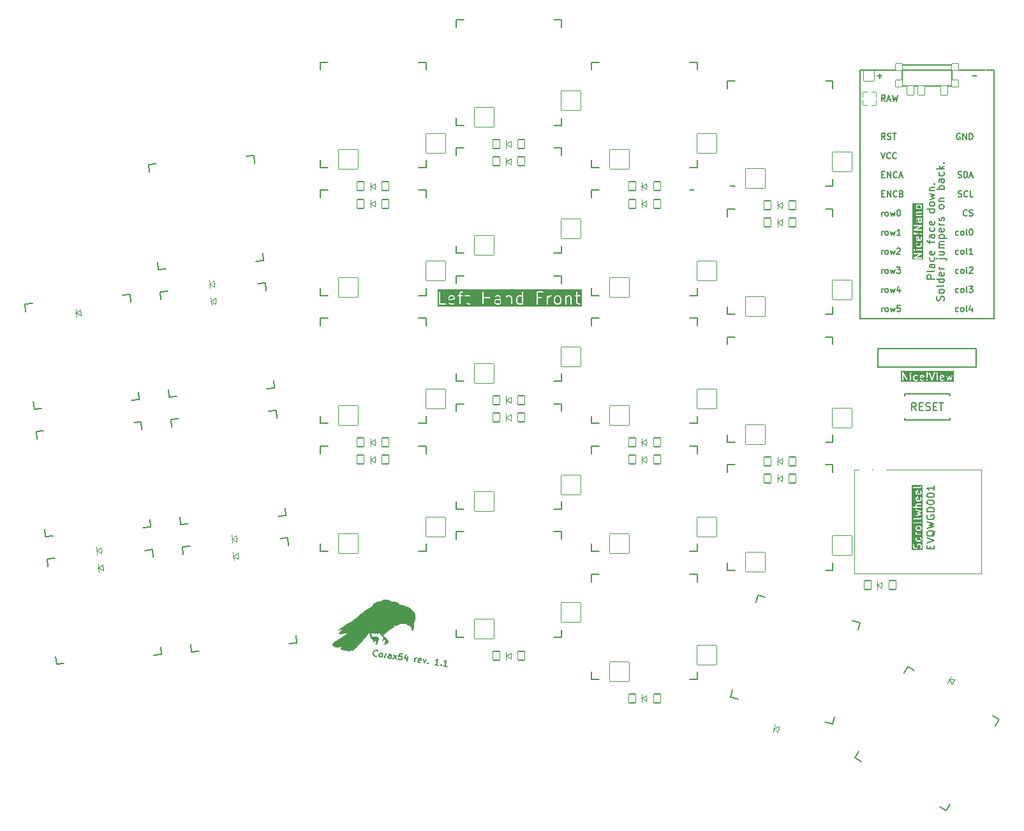
<source format=gto>
%TF.GenerationSoftware,KiCad,Pcbnew,7.0.10-7.0.10~ubuntu22.04.1*%
%TF.CreationDate,2024-02-09T13:23:23+01:00*%
%TF.ProjectId,keyboard,6b657962-6f61-4726-942e-6b696361645f,v1.0.0*%
%TF.SameCoordinates,Original*%
%TF.FileFunction,Legend,Top*%
%TF.FilePolarity,Positive*%
%FSLAX46Y46*%
G04 Gerber Fmt 4.6, Leading zero omitted, Abs format (unit mm)*
G04 Created by KiCad (PCBNEW 7.0.10-7.0.10~ubuntu22.04.1) date 2024-02-09 13:23:23*
%MOMM*%
%LPD*%
G01*
G04 APERTURE LIST*
G04 Aperture macros list*
%AMRoundRect*
0 Rectangle with rounded corners*
0 $1 Rounding radius*
0 $2 $3 $4 $5 $6 $7 $8 $9 X,Y pos of 4 corners*
0 Add a 4 corners polygon primitive as box body*
4,1,4,$2,$3,$4,$5,$6,$7,$8,$9,$2,$3,0*
0 Add four circle primitives for the rounded corners*
1,1,$1+$1,$2,$3*
1,1,$1+$1,$4,$5*
1,1,$1+$1,$6,$7*
1,1,$1+$1,$8,$9*
0 Add four rect primitives between the rounded corners*
20,1,$1+$1,$2,$3,$4,$5,0*
20,1,$1+$1,$4,$5,$6,$7,0*
20,1,$1+$1,$6,$7,$8,$9,0*
20,1,$1+$1,$8,$9,$2,$3,0*%
%AMFreePoly0*
4,1,14,0.635355,0.435355,0.650000,0.400000,0.650000,0.200000,0.635355,0.164645,0.035355,-0.435355,0.000000,-0.450000,-0.035355,-0.435355,-0.635355,0.164645,-0.650000,0.200000,-0.650000,0.400000,-0.635355,0.435355,-0.600000,0.450000,0.600000,0.450000,0.635355,0.435355,0.635355,0.435355,$1*%
%AMFreePoly1*
4,1,16,0.635355,1.035355,0.650000,1.000000,0.650000,-0.250000,0.635355,-0.285355,0.600000,-0.300000,-0.600000,-0.300000,-0.635355,-0.285355,-0.650000,-0.250000,-0.650000,1.000000,-0.635355,1.035355,-0.600000,1.050000,-0.564645,1.035355,0.000000,0.470710,0.564645,1.035355,0.600000,1.050000,0.635355,1.035355,0.635355,1.035355,$1*%
G04 Aperture macros list end*
%ADD10C,0.000000*%
%ADD11C,0.150000*%
%ADD12C,0.100000*%
%ADD13C,0.120000*%
%ADD14C,1.752600*%
%ADD15R,1.400000X1.400000*%
%ADD16C,1.400000*%
%ADD17C,2.000000*%
%ADD18RoundRect,0.050000X-0.450000X-0.450000X0.450000X-0.450000X0.450000X0.450000X-0.450000X0.450000X0*%
%ADD19C,1.100000*%
%ADD20RoundRect,0.050000X-0.450000X-0.625000X0.450000X-0.625000X0.450000X0.625000X-0.450000X0.625000X0*%
%ADD21C,1.801800*%
%ADD22C,3.100000*%
%ADD23C,3.529000*%
%ADD24RoundRect,0.050000X1.300000X1.300000X-1.300000X1.300000X-1.300000X-1.300000X1.300000X-1.300000X0*%
%ADD25RoundRect,0.050000X-0.450000X-0.600000X0.450000X-0.600000X0.450000X0.600000X-0.450000X0.600000X0*%
%ADD26C,0.700000*%
%ADD27RoundRect,0.050000X-0.876300X0.876300X-0.876300X-0.876300X0.876300X-0.876300X0.876300X0.876300X0*%
%ADD28C,1.852600*%
%ADD29RoundRect,0.050000X1.181751X1.408356X-1.408356X1.181751X-1.181751X-1.408356X1.408356X-1.181751X0*%
%ADD30C,4.800000*%
%ADD31FreePoly0,270.000000*%
%ADD32FreePoly1,270.000000*%
%ADD33FreePoly0,90.000000*%
%ADD34FreePoly1,90.000000*%
%ADD35C,4.100000*%
%ADD36FreePoly0,180.000000*%
%ADD37FreePoly1,180.000000*%
%ADD38RoundRect,0.050000X-0.395994X-0.636937X0.500581X-0.558497X0.395994X0.636937X-0.500581X0.558497X0*%
%ADD39RoundRect,0.050000X-0.700000X0.700000X-0.700000X-0.700000X0.700000X-0.700000X0.700000X0.700000X0*%
%ADD40C,1.500000*%
%ADD41O,1.800000X1.800000*%
%ADD42RoundRect,0.050000X-0.589958X-0.463087X0.279375X-0.696024X0.589958X0.463087X-0.279375X0.696024X0*%
%ADD43RoundRect,0.050000X-0.475833X1.775833X-1.775833X-0.475833X0.475833X-1.775833X1.775833X0.475833X0*%
%ADD44C,2.100000*%
%ADD45C,1.700000*%
%ADD46RoundRect,0.050000X1.592168X0.919239X-0.919239X1.592168X-1.592168X-0.919239X0.919239X-1.592168X0*%
%ADD47RoundRect,0.050000X-0.689711X-0.294615X0.089711X-0.744615X0.689711X0.294615X-0.089711X0.744615X0*%
G04 APERTURE END LIST*
D10*
G36*
X92541243Y-124514897D02*
G01*
X92576423Y-124515853D01*
X92646783Y-124518361D01*
X92690249Y-124530000D01*
X92697663Y-124534745D01*
X92705164Y-124539378D01*
X92720216Y-124548600D01*
X92727632Y-124553323D01*
X92734882Y-124558234D01*
X92738436Y-124560780D01*
X92741927Y-124563402D01*
X92745347Y-124566098D01*
X92748682Y-124568894D01*
X92758279Y-124576994D01*
X92768029Y-124584837D01*
X92777922Y-124592422D01*
X92787949Y-124599745D01*
X92798113Y-124606826D01*
X92808418Y-124613643D01*
X92818872Y-124620232D01*
X92829444Y-124626572D01*
X92840181Y-124632683D01*
X92851040Y-124638563D01*
X92862035Y-124644219D01*
X92873184Y-124649652D01*
X92884468Y-124654871D01*
X92895890Y-124659861D01*
X92907449Y-124664658D01*
X92919149Y-124669239D01*
X92970728Y-124689396D01*
X92996506Y-124699482D01*
X93022383Y-124709281D01*
X93048444Y-124718533D01*
X93074759Y-124727041D01*
X93088033Y-124730936D01*
X93101424Y-124734565D01*
X93114903Y-124737880D01*
X93128503Y-124740876D01*
X93172526Y-124750149D01*
X93216496Y-124759671D01*
X93304447Y-124778736D01*
X93325326Y-124783077D01*
X93346245Y-124787241D01*
X93388080Y-124795474D01*
X93388478Y-124794337D01*
X93388874Y-124793191D01*
X93389703Y-124790925D01*
X93364274Y-124776928D01*
X93364406Y-124775773D01*
X93364566Y-124774668D01*
X93364763Y-124773624D01*
X93364991Y-124772642D01*
X93365262Y-124771721D01*
X93365566Y-124770853D01*
X93365900Y-124770031D01*
X93366265Y-124769266D01*
X93366674Y-124768540D01*
X93367113Y-124767878D01*
X93367584Y-124767253D01*
X93368077Y-124766668D01*
X93368618Y-124766128D01*
X93369172Y-124765636D01*
X93369776Y-124765167D01*
X93370396Y-124764750D01*
X93371047Y-124764372D01*
X93371731Y-124764009D01*
X93372434Y-124763688D01*
X93373176Y-124763395D01*
X93373946Y-124763126D01*
X93374736Y-124762895D01*
X93376406Y-124762491D01*
X93378172Y-124762171D01*
X93380060Y-124761922D01*
X93382012Y-124761736D01*
X93384072Y-124761589D01*
X93397988Y-124761028D01*
X93411799Y-124760972D01*
X93425514Y-124761416D01*
X93439121Y-124762337D01*
X93452633Y-124763712D01*
X93466061Y-124765521D01*
X93479410Y-124767752D01*
X93492678Y-124770378D01*
X93505865Y-124773385D01*
X93518987Y-124776750D01*
X93532036Y-124780450D01*
X93545026Y-124784463D01*
X93570842Y-124793388D01*
X93596460Y-124803364D01*
X93612730Y-124810366D01*
X93620836Y-124813695D01*
X93624932Y-124815224D01*
X93629072Y-124816608D01*
X93633274Y-124817823D01*
X93637544Y-124818872D01*
X93641896Y-124819680D01*
X93646357Y-124820246D01*
X93650938Y-124820533D01*
X93655638Y-124820510D01*
X93658049Y-124820388D01*
X93660495Y-124820159D01*
X93662972Y-124819851D01*
X93665504Y-124819439D01*
X93669022Y-124818933D01*
X93672616Y-124818669D01*
X93676261Y-124818615D01*
X93679970Y-124818774D01*
X93683705Y-124819110D01*
X93687487Y-124819623D01*
X93691282Y-124820294D01*
X93695081Y-124821110D01*
X93698874Y-124822044D01*
X93702681Y-124823106D01*
X93706449Y-124824241D01*
X93710193Y-124825474D01*
X93717538Y-124828095D01*
X93724645Y-124830853D01*
X93738375Y-124836399D01*
X93752060Y-124842113D01*
X93765687Y-124848000D01*
X93779232Y-124854056D01*
X93792690Y-124860308D01*
X93806052Y-124866770D01*
X93819287Y-124873451D01*
X93832390Y-124880357D01*
X93848433Y-124889289D01*
X93864211Y-124898580D01*
X93879725Y-124908219D01*
X93895001Y-124918177D01*
X93910049Y-124928452D01*
X93924895Y-124939000D01*
X93954056Y-124960858D01*
X93982542Y-124983600D01*
X94010511Y-125007043D01*
X94038098Y-125031024D01*
X94065417Y-125055378D01*
X94077088Y-125065678D01*
X94088944Y-125075756D01*
X94100908Y-125085680D01*
X94112953Y-125095458D01*
X94160843Y-125133949D01*
X94167976Y-125129109D01*
X94170939Y-125127154D01*
X94173584Y-125125516D01*
X94175963Y-125124178D01*
X94177066Y-125123626D01*
X94178125Y-125123138D01*
X94179138Y-125122729D01*
X94180110Y-125122394D01*
X94181068Y-125122124D01*
X94182006Y-125121933D01*
X94182924Y-125121801D01*
X94183844Y-125121752D01*
X94184754Y-125121764D01*
X94185690Y-125121838D01*
X94186614Y-125121987D01*
X94187587Y-125122209D01*
X94188571Y-125122483D01*
X94189587Y-125122835D01*
X94191758Y-125123719D01*
X94194165Y-125124859D01*
X94196831Y-125126242D01*
X94199831Y-125127869D01*
X94208228Y-125132568D01*
X94216575Y-125137354D01*
X94233139Y-125147153D01*
X94249664Y-125157036D01*
X94266282Y-125166794D01*
X94270660Y-125169373D01*
X94273017Y-125170714D01*
X94274193Y-125171338D01*
X94275369Y-125171935D01*
X94276529Y-125172457D01*
X94277645Y-125172917D01*
X94278735Y-125173302D01*
X94279773Y-125173572D01*
X94280270Y-125173673D01*
X94280752Y-125173738D01*
X94281225Y-125173779D01*
X94281665Y-125173784D01*
X94282096Y-125173754D01*
X94282506Y-125173678D01*
X94282895Y-125173579D01*
X94283267Y-125173427D01*
X94285428Y-125172461D01*
X94287554Y-125171635D01*
X94289627Y-125170963D01*
X94291683Y-125170421D01*
X94293686Y-125170017D01*
X94295663Y-125169745D01*
X94297596Y-125169595D01*
X94299497Y-125169564D01*
X94301381Y-125169645D01*
X94303232Y-125169825D01*
X94305033Y-125170109D01*
X94306828Y-125170482D01*
X94308597Y-125170935D01*
X94310338Y-125171477D01*
X94313741Y-125172770D01*
X94317089Y-125174309D01*
X94320352Y-125176058D01*
X94323568Y-125177951D01*
X94326745Y-125179946D01*
X94333006Y-125184050D01*
X94336136Y-125186068D01*
X94339260Y-125187994D01*
X94347414Y-125193011D01*
X94355454Y-125198234D01*
X94363386Y-125203611D01*
X94371251Y-125209105D01*
X94386926Y-125220240D01*
X94394752Y-125225784D01*
X94402635Y-125231255D01*
X94405377Y-125233231D01*
X94406836Y-125234275D01*
X94407568Y-125234761D01*
X94408293Y-125235233D01*
X94409031Y-125235658D01*
X94409735Y-125236049D01*
X94410433Y-125236363D01*
X94411080Y-125236611D01*
X94411405Y-125236710D01*
X94411713Y-125236786D01*
X94412020Y-125236849D01*
X94412312Y-125236874D01*
X94412596Y-125236880D01*
X94412872Y-125236855D01*
X94413127Y-125236810D01*
X94413373Y-125236745D01*
X94415085Y-125236161D01*
X94416765Y-125235682D01*
X94418447Y-125235301D01*
X94420092Y-125235016D01*
X94421733Y-125234811D01*
X94423355Y-125234699D01*
X94424971Y-125234655D01*
X94426567Y-125234704D01*
X94428158Y-125234823D01*
X94429726Y-125235007D01*
X94432864Y-125235572D01*
X94435972Y-125236380D01*
X94439070Y-125237406D01*
X94442171Y-125238601D01*
X94445281Y-125239944D01*
X94448399Y-125241399D01*
X94451561Y-125242959D01*
X94458001Y-125246219D01*
X94464682Y-125249497D01*
X94461143Y-125238475D01*
X94457506Y-125227849D01*
X94454022Y-125217486D01*
X94452410Y-125212383D01*
X94450949Y-125207304D01*
X94449652Y-125202237D01*
X94448551Y-125197171D01*
X94447690Y-125192101D01*
X94447093Y-125187000D01*
X94446796Y-125181857D01*
X94446833Y-125176670D01*
X94447229Y-125171415D01*
X94448034Y-125166083D01*
X94449451Y-125167832D01*
X94450808Y-125169608D01*
X94452104Y-125171410D01*
X94453344Y-125173237D01*
X94454534Y-125175075D01*
X94455677Y-125176941D01*
X94457850Y-125180707D01*
X94459924Y-125184497D01*
X94461924Y-125188317D01*
X94465951Y-125195916D01*
X94485991Y-125232487D01*
X94496215Y-125250676D01*
X94506717Y-125268684D01*
X94507995Y-125270760D01*
X94509326Y-125272778D01*
X94510729Y-125274714D01*
X94512208Y-125276555D01*
X94513782Y-125278259D01*
X94514594Y-125279052D01*
X94515445Y-125279807D01*
X94516311Y-125280524D01*
X94517208Y-125281188D01*
X94518134Y-125281795D01*
X94519079Y-125282359D01*
X94520070Y-125282861D01*
X94521091Y-125283300D01*
X94522139Y-125283683D01*
X94523212Y-125283989D01*
X94524339Y-125284233D01*
X94525476Y-125284409D01*
X94526673Y-125284502D01*
X94527904Y-125284517D01*
X94529153Y-125284454D01*
X94530464Y-125284312D01*
X94531805Y-125284067D01*
X94533186Y-125283730D01*
X94534626Y-125283317D01*
X94536100Y-125282788D01*
X94537617Y-125282172D01*
X94539188Y-125281454D01*
X94534359Y-125275392D01*
X94529517Y-125269416D01*
X94519873Y-125257581D01*
X94515168Y-125251643D01*
X94510574Y-125245672D01*
X94506166Y-125239595D01*
X94504042Y-125236501D01*
X94501961Y-125233387D01*
X94499839Y-125230263D01*
X94497623Y-125227176D01*
X94492981Y-125220971D01*
X94490632Y-125217801D01*
X94488321Y-125214554D01*
X94486063Y-125211202D01*
X94483898Y-125207704D01*
X94481852Y-125204057D01*
X94479978Y-125200215D01*
X94479108Y-125198217D01*
X94478296Y-125196159D01*
X94477535Y-125194046D01*
X94476842Y-125191861D01*
X94476212Y-125189614D01*
X94475653Y-125187295D01*
X94475179Y-125184905D01*
X94474764Y-125182435D01*
X94474448Y-125179881D01*
X94474203Y-125177254D01*
X94474058Y-125174532D01*
X94474006Y-125171714D01*
X94520877Y-125216930D01*
X94525992Y-125206898D01*
X94531261Y-125196514D01*
X94566876Y-125238983D01*
X94567808Y-125237219D01*
X94568756Y-125235623D01*
X94569702Y-125234170D01*
X94570649Y-125232858D01*
X94571618Y-125231688D01*
X94572584Y-125230651D01*
X94573548Y-125229740D01*
X94574517Y-125228960D01*
X94575507Y-125228301D01*
X94576499Y-125227765D01*
X94577486Y-125227325D01*
X94578473Y-125227002D01*
X94579463Y-125226778D01*
X94580467Y-125226655D01*
X94581461Y-125226628D01*
X94582443Y-125226696D01*
X94583452Y-125226831D01*
X94584433Y-125227066D01*
X94585429Y-125227370D01*
X94586412Y-125227749D01*
X94587409Y-125228192D01*
X94588389Y-125228700D01*
X94589369Y-125229258D01*
X94590337Y-125229883D01*
X94592273Y-125231267D01*
X94594175Y-125232825D01*
X94596051Y-125234488D01*
X94597890Y-125236256D01*
X94605832Y-125244205D01*
X94613699Y-125252225D01*
X94629291Y-125268425D01*
X94644838Y-125284681D01*
X94660497Y-125300801D01*
X94661399Y-125301670D01*
X94662328Y-125302518D01*
X94663288Y-125303342D01*
X94664299Y-125304149D01*
X94665328Y-125304959D01*
X94666415Y-125305760D01*
X94668726Y-125307388D01*
X94673925Y-125310950D01*
X94676855Y-125312962D01*
X94680027Y-125315237D01*
X94680028Y-125310214D01*
X94679690Y-125305300D01*
X94679071Y-125300469D01*
X94678240Y-125295718D01*
X94674268Y-125277176D01*
X94673483Y-125272591D01*
X94672920Y-125268008D01*
X94672657Y-125263403D01*
X94672667Y-125261089D01*
X94672769Y-125258760D01*
X94672984Y-125256413D01*
X94673321Y-125254074D01*
X94673783Y-125251712D01*
X94674390Y-125249324D01*
X94675143Y-125246920D01*
X94676046Y-125244508D01*
X94677124Y-125242061D01*
X94678359Y-125239595D01*
X94698690Y-125254671D01*
X94703512Y-125258272D01*
X94708241Y-125261878D01*
X94712870Y-125265509D01*
X94717430Y-125269200D01*
X94724185Y-125274888D01*
X94730885Y-125280623D01*
X94744185Y-125292229D01*
X94757462Y-125303863D01*
X94770847Y-125315372D01*
X94776360Y-125319901D01*
X94781959Y-125324248D01*
X94787637Y-125328400D01*
X94793406Y-125332367D01*
X94799262Y-125336135D01*
X94805219Y-125339705D01*
X94811287Y-125343046D01*
X94817446Y-125346183D01*
X94823729Y-125349088D01*
X94830120Y-125351764D01*
X94836628Y-125354201D01*
X94843269Y-125356391D01*
X94850019Y-125358329D01*
X94856917Y-125360009D01*
X94863943Y-125361434D01*
X94871109Y-125362583D01*
X94874259Y-125363062D01*
X94877396Y-125363619D01*
X94880519Y-125364257D01*
X94883638Y-125364965D01*
X94889837Y-125366541D01*
X94896017Y-125368335D01*
X94902160Y-125370283D01*
X94908267Y-125372351D01*
X94920389Y-125376659D01*
X94948186Y-125386919D01*
X94975917Y-125397438D01*
X95003674Y-125407857D01*
X95017596Y-125412908D01*
X95031582Y-125417791D01*
X95040704Y-125420724D01*
X95049853Y-125423504D01*
X95058969Y-125426325D01*
X95063462Y-125427830D01*
X95067945Y-125429423D01*
X95072365Y-125431133D01*
X95076735Y-125432987D01*
X95081039Y-125435010D01*
X95085269Y-125437243D01*
X95089398Y-125439699D01*
X95093448Y-125442404D01*
X95097378Y-125445394D01*
X95101195Y-125448684D01*
X95102778Y-125450054D01*
X95104428Y-125451328D01*
X95106158Y-125452524D01*
X95107962Y-125453645D01*
X95109822Y-125454711D01*
X95111721Y-125455718D01*
X95113675Y-125456688D01*
X95115642Y-125457613D01*
X95119680Y-125459406D01*
X95123741Y-125461154D01*
X95127782Y-125462946D01*
X95129770Y-125463886D01*
X95131735Y-125464858D01*
X95134814Y-125458367D01*
X95137585Y-125452683D01*
X95140135Y-125447786D01*
X95142533Y-125443633D01*
X95143705Y-125441831D01*
X95144866Y-125440191D01*
X95146030Y-125438726D01*
X95147210Y-125437422D01*
X95148412Y-125436286D01*
X95149643Y-125435290D01*
X95150917Y-125434450D01*
X95152238Y-125433762D01*
X95153639Y-125433202D01*
X95155084Y-125432794D01*
X95156635Y-125432511D01*
X95158263Y-125432348D01*
X95159996Y-125432324D01*
X95161833Y-125432419D01*
X95163801Y-125432618D01*
X95165893Y-125432927D01*
X95170512Y-125433865D01*
X95175767Y-125435183D01*
X95181755Y-125436855D01*
X95188518Y-125438834D01*
X95205474Y-125443898D01*
X95222342Y-125449110D01*
X95236343Y-125453745D01*
X95250108Y-125458743D01*
X95263590Y-125464108D01*
X95276794Y-125469869D01*
X95289704Y-125476050D01*
X95302308Y-125482672D01*
X95314593Y-125489762D01*
X95326546Y-125497336D01*
X95338154Y-125505421D01*
X95349402Y-125514049D01*
X95360280Y-125523218D01*
X95370767Y-125532972D01*
X95380859Y-125543324D01*
X95390529Y-125554316D01*
X95399781Y-125565936D01*
X95408603Y-125578233D01*
X95411637Y-125582418D01*
X95414886Y-125586407D01*
X95418333Y-125590163D01*
X95421965Y-125593743D01*
X95425775Y-125597114D01*
X95429735Y-125600298D01*
X95433861Y-125603303D01*
X95438116Y-125606137D01*
X95442502Y-125608792D01*
X95447007Y-125611284D01*
X95451591Y-125613610D01*
X95456288Y-125615788D01*
X95461057Y-125617816D01*
X95465886Y-125619708D01*
X95470773Y-125621461D01*
X95475696Y-125623079D01*
X95479322Y-125619117D01*
X95482622Y-125615659D01*
X95485640Y-125612692D01*
X95487039Y-125611405D01*
X95488394Y-125610248D01*
X95489694Y-125609208D01*
X95490947Y-125608297D01*
X95492168Y-125607518D01*
X95493350Y-125606849D01*
X95494514Y-125606323D01*
X95495648Y-125605917D01*
X95496771Y-125605645D01*
X95497897Y-125605481D01*
X95499005Y-125605458D01*
X95500127Y-125605556D01*
X95501239Y-125605780D01*
X95502381Y-125606126D01*
X95503524Y-125606612D01*
X95504705Y-125607211D01*
X95505920Y-125607937D01*
X95507177Y-125608793D01*
X95508462Y-125609770D01*
X95509798Y-125610872D01*
X95511201Y-125612105D01*
X95512649Y-125613466D01*
X95515768Y-125616555D01*
X95519189Y-125620145D01*
X95547080Y-125650142D01*
X95574724Y-125680363D01*
X95602070Y-125710853D01*
X95629051Y-125741661D01*
X95631221Y-125744126D01*
X95633406Y-125746507D01*
X95635630Y-125748832D01*
X95637875Y-125751063D01*
X95640162Y-125753239D01*
X95642493Y-125755345D01*
X95644851Y-125757374D01*
X95647264Y-125759339D01*
X95649715Y-125761236D01*
X95652231Y-125763068D01*
X95654801Y-125764836D01*
X95657426Y-125766530D01*
X95660119Y-125768164D01*
X95662875Y-125769730D01*
X95665704Y-125771242D01*
X95668603Y-125772688D01*
X95678218Y-125777422D01*
X95687702Y-125782326D01*
X95697068Y-125787414D01*
X95706312Y-125792694D01*
X95715431Y-125798163D01*
X95724414Y-125803807D01*
X95733253Y-125809646D01*
X95741961Y-125815673D01*
X95750532Y-125821891D01*
X95758975Y-125828314D01*
X95767264Y-125834909D01*
X95775411Y-125841714D01*
X95783390Y-125848715D01*
X95791246Y-125855912D01*
X95798946Y-125863313D01*
X95806480Y-125870920D01*
X95833249Y-125899355D01*
X95859131Y-125928480D01*
X95884077Y-125958323D01*
X95908058Y-125988902D01*
X95919663Y-126004477D01*
X95931022Y-126020250D01*
X95942106Y-126036215D01*
X95952931Y-126052388D01*
X95963488Y-126068765D01*
X95973763Y-126085348D01*
X95983747Y-126102141D01*
X95993447Y-126119162D01*
X95994185Y-126120447D01*
X95994953Y-126121729D01*
X95996571Y-126124270D01*
X95998313Y-126126822D01*
X96000143Y-126129407D01*
X96004095Y-126134828D01*
X96006199Y-126137734D01*
X96008388Y-126140827D01*
X96027546Y-126108460D01*
X96033065Y-126113755D01*
X96038286Y-126119147D01*
X96043252Y-126124625D01*
X96047942Y-126130184D01*
X96052401Y-126135812D01*
X96056633Y-126141508D01*
X96060666Y-126147277D01*
X96064516Y-126153092D01*
X96068199Y-126158962D01*
X96071718Y-126164892D01*
X96078394Y-126176846D01*
X96084686Y-126188927D01*
X96090738Y-126201092D01*
X96102129Y-126225016D01*
X96112959Y-126249123D01*
X96123226Y-126273383D01*
X96132940Y-126297807D01*
X96142115Y-126322388D01*
X96150719Y-126347147D01*
X96158796Y-126372047D01*
X96166322Y-126397113D01*
X96173310Y-126422335D01*
X96179760Y-126447715D01*
X96185681Y-126473248D01*
X96191059Y-126498933D01*
X96195917Y-126524773D01*
X96200247Y-126550762D01*
X96204053Y-126576908D01*
X96207335Y-126603197D01*
X96209150Y-126620825D01*
X96209697Y-126625197D01*
X96210372Y-126629554D01*
X96211214Y-126633854D01*
X96211705Y-126635981D01*
X96212249Y-126638094D01*
X96216187Y-126653151D01*
X96219761Y-126668259D01*
X96222997Y-126683391D01*
X96225910Y-126698565D01*
X96230815Y-126729040D01*
X96234600Y-126759615D01*
X96237379Y-126790320D01*
X96239276Y-126821115D01*
X96240426Y-126851988D01*
X96240928Y-126882924D01*
X96240791Y-126897374D01*
X96240295Y-126911836D01*
X96238883Y-126940770D01*
X96238331Y-126955207D01*
X96238106Y-126969631D01*
X96238386Y-126983995D01*
X96238763Y-126991152D01*
X96239345Y-126998301D01*
X96239819Y-127004829D01*
X96239999Y-127011233D01*
X96239906Y-127017545D01*
X96239545Y-127023743D01*
X96238939Y-127029850D01*
X96238083Y-127035890D01*
X96237004Y-127041842D01*
X96235725Y-127047741D01*
X96234254Y-127053589D01*
X96232602Y-127059394D01*
X96230780Y-127065169D01*
X96228801Y-127070922D01*
X96224430Y-127082391D01*
X96219624Y-127093898D01*
X96218034Y-127097732D01*
X96216519Y-127101587D01*
X96213734Y-127109418D01*
X96211198Y-127117370D01*
X96208848Y-127125395D01*
X96200043Y-127157717D01*
X96199933Y-127158185D01*
X96199879Y-127158698D01*
X96199850Y-127159250D01*
X96199861Y-127159836D01*
X96199903Y-127160448D01*
X96199978Y-127161056D01*
X96200091Y-127161674D01*
X96200222Y-127162272D01*
X96200372Y-127162862D01*
X96200538Y-127163409D01*
X96200741Y-127163923D01*
X96200953Y-127164372D01*
X96201171Y-127164760D01*
X96201421Y-127165078D01*
X96201547Y-127165201D01*
X96201666Y-127165303D01*
X96201796Y-127165379D01*
X96201927Y-127165437D01*
X96203336Y-127165939D01*
X96204611Y-127166465D01*
X96205757Y-127167023D01*
X96206782Y-127167606D01*
X96207690Y-127168222D01*
X96208478Y-127168855D01*
X96209170Y-127169505D01*
X96209753Y-127170192D01*
X96210230Y-127170877D01*
X96210617Y-127171599D01*
X96210928Y-127172331D01*
X96211148Y-127173071D01*
X96211289Y-127173828D01*
X96211357Y-127174597D01*
X96211374Y-127175375D01*
X96211308Y-127176157D01*
X96211202Y-127176955D01*
X96211031Y-127177753D01*
X96210813Y-127178546D01*
X96210567Y-127179341D01*
X96209961Y-127180946D01*
X96209236Y-127182530D01*
X96206174Y-127188460D01*
X96199398Y-127202103D01*
X96195920Y-127208881D01*
X96192325Y-127215606D01*
X96188607Y-127222229D01*
X96184707Y-127228740D01*
X96180625Y-127235093D01*
X96178483Y-127238204D01*
X96176295Y-127241269D01*
X96173556Y-127244943D01*
X96170756Y-127248572D01*
X96164975Y-127255717D01*
X96158993Y-127262760D01*
X96152853Y-127269749D01*
X96140223Y-127283769D01*
X96133811Y-127290905D01*
X96127400Y-127298183D01*
X96129601Y-127306408D01*
X96131553Y-127314639D01*
X96133260Y-127322879D01*
X96134681Y-127331134D01*
X96135816Y-127339401D01*
X96136658Y-127347658D01*
X96137184Y-127355944D01*
X96137393Y-127364205D01*
X96137269Y-127372479D01*
X96136795Y-127380750D01*
X96135975Y-127389019D01*
X96134787Y-127397278D01*
X96133209Y-127405541D01*
X96131251Y-127413783D01*
X96128882Y-127422025D01*
X96126101Y-127430243D01*
X96117689Y-127452114D01*
X96113191Y-127462877D01*
X96108473Y-127473527D01*
X96103551Y-127484052D01*
X96098387Y-127494438D01*
X96092983Y-127504675D01*
X96087321Y-127514769D01*
X96081390Y-127524702D01*
X96075184Y-127534459D01*
X96068706Y-127544037D01*
X96061913Y-127553439D01*
X96054817Y-127562658D01*
X96047410Y-127571663D01*
X96039652Y-127580465D01*
X96031569Y-127589051D01*
X96029053Y-127591691D01*
X96026713Y-127594334D01*
X96024512Y-127596984D01*
X96022481Y-127599664D01*
X96020581Y-127602373D01*
X96018869Y-127605124D01*
X96017308Y-127607936D01*
X96015911Y-127610794D01*
X96014686Y-127613724D01*
X96013632Y-127616729D01*
X96012760Y-127619828D01*
X96012068Y-127623021D01*
X96011554Y-127626309D01*
X96011222Y-127629716D01*
X96011078Y-127633241D01*
X96011122Y-127636900D01*
X96011124Y-127638785D01*
X96011004Y-127640664D01*
X96010785Y-127642572D01*
X96010465Y-127644489D01*
X96010039Y-127646446D01*
X96009545Y-127648424D01*
X96008979Y-127650447D01*
X96008352Y-127652508D01*
X96005475Y-127661288D01*
X96003960Y-127666076D01*
X96003212Y-127668582D01*
X96002492Y-127671181D01*
X96003851Y-127672786D01*
X96005101Y-127674479D01*
X96005668Y-127675353D01*
X96006199Y-127676256D01*
X96006680Y-127677166D01*
X96007120Y-127678109D01*
X96007519Y-127679066D01*
X96007867Y-127680038D01*
X96008160Y-127681037D01*
X96008405Y-127682044D01*
X96008597Y-127683078D01*
X96008726Y-127684118D01*
X96008806Y-127685174D01*
X96008828Y-127686252D01*
X96008771Y-127687338D01*
X96008653Y-127688432D01*
X96008469Y-127689554D01*
X96008217Y-127690685D01*
X96007888Y-127691822D01*
X96007496Y-127692980D01*
X96007020Y-127694140D01*
X96006467Y-127695325D01*
X96005835Y-127696509D01*
X96005112Y-127697707D01*
X96004319Y-127698911D01*
X96003421Y-127700123D01*
X96002444Y-127701346D01*
X96001362Y-127702576D01*
X96000206Y-127703808D01*
X95998943Y-127705057D01*
X95995966Y-127708057D01*
X95993273Y-127711123D01*
X95990860Y-127714258D01*
X95989765Y-127715859D01*
X95988738Y-127717472D01*
X95987777Y-127719100D01*
X95986882Y-127720758D01*
X95986067Y-127722434D01*
X95985320Y-127724124D01*
X95984644Y-127725839D01*
X95984037Y-127727566D01*
X95983498Y-127729322D01*
X95983045Y-127731086D01*
X95982644Y-127732882D01*
X95982325Y-127734704D01*
X95982083Y-127736532D01*
X95981891Y-127738394D01*
X95981786Y-127740280D01*
X95981750Y-127742174D01*
X95981779Y-127744101D01*
X95981887Y-127746041D01*
X95982312Y-127750008D01*
X95983019Y-127754063D01*
X95984017Y-127758213D01*
X95985282Y-127762472D01*
X95986436Y-127766077D01*
X95987498Y-127769715D01*
X95989437Y-127777063D01*
X95991136Y-127784485D01*
X95992664Y-127791969D01*
X95998130Y-127822067D01*
X96002885Y-127848813D01*
X96006984Y-127875549D01*
X96010434Y-127902282D01*
X96013238Y-127929011D01*
X96015369Y-127955732D01*
X96016843Y-127982452D01*
X96017645Y-128009166D01*
X96017803Y-128035871D01*
X96017282Y-128062581D01*
X96016088Y-128089271D01*
X96014229Y-128115967D01*
X96011688Y-128142662D01*
X96008474Y-128169336D01*
X96004579Y-128196018D01*
X96000010Y-128222690D01*
X95994743Y-128249366D01*
X95994432Y-128251072D01*
X95994150Y-128252803D01*
X95993944Y-128254530D01*
X95993771Y-128256280D01*
X95993553Y-128259794D01*
X95993451Y-128263337D01*
X95993390Y-128270449D01*
X95993363Y-128273982D01*
X95993253Y-128277508D01*
X95953316Y-128426577D01*
X95939846Y-128462280D01*
X95936528Y-128471211D01*
X95933294Y-128480186D01*
X95930200Y-128489196D01*
X95927247Y-128498259D01*
X95924246Y-128507531D01*
X95921066Y-128516689D01*
X95917676Y-128525744D01*
X95914090Y-128534697D01*
X95910300Y-128543549D01*
X95906337Y-128552282D01*
X95902151Y-128560918D01*
X95897785Y-128569440D01*
X95893204Y-128577854D01*
X95888436Y-128586160D01*
X95883465Y-128594352D01*
X95878293Y-128602431D01*
X95872914Y-128610407D01*
X95867339Y-128618269D01*
X95861550Y-128626003D01*
X95855561Y-128633638D01*
X95851962Y-128637929D01*
X95850221Y-128639868D01*
X95848503Y-128641679D01*
X95846827Y-128643352D01*
X95845156Y-128644897D01*
X95843511Y-128646291D01*
X95841881Y-128647569D01*
X95840271Y-128648716D01*
X95838668Y-128649718D01*
X95837054Y-128650610D01*
X95835457Y-128651359D01*
X95833849Y-128651980D01*
X95832248Y-128652471D01*
X95830625Y-128652838D01*
X95828996Y-128653089D01*
X95827350Y-128653203D01*
X95825679Y-128653190D01*
X95823995Y-128653057D01*
X95822278Y-128652803D01*
X95820533Y-128652425D01*
X95818756Y-128651922D01*
X95816936Y-128651297D01*
X95815082Y-128650548D01*
X95813180Y-128649685D01*
X95811225Y-128648705D01*
X95809219Y-128647608D01*
X95807156Y-128646392D01*
X95802869Y-128643603D01*
X95798293Y-128640355D01*
X95796875Y-128639282D01*
X95795465Y-128638184D01*
X95794057Y-128637061D01*
X95792676Y-128635896D01*
X95791308Y-128634708D01*
X95789972Y-128633496D01*
X95788638Y-128632257D01*
X95787343Y-128630985D01*
X95786068Y-128629688D01*
X95784836Y-128628374D01*
X95783617Y-128627027D01*
X95782467Y-128625662D01*
X95781319Y-128624276D01*
X95780231Y-128622860D01*
X95779177Y-128621422D01*
X95778177Y-128619973D01*
X95768379Y-128605268D01*
X95763559Y-128597867D01*
X95758789Y-128590409D01*
X95754146Y-128582905D01*
X95749628Y-128575311D01*
X95745248Y-128567657D01*
X95741044Y-128559910D01*
X95727003Y-128532275D01*
X95713832Y-128504292D01*
X95701433Y-128475982D01*
X95689720Y-128447388D01*
X95678615Y-128418558D01*
X95668032Y-128389500D01*
X95657883Y-128360265D01*
X95648080Y-128330890D01*
X95551531Y-128037928D01*
X95549768Y-128032673D01*
X95547947Y-128027459D01*
X95544221Y-128017184D01*
X95537007Y-127997748D01*
X95492589Y-127990489D01*
X95471367Y-127986918D01*
X95450482Y-127983180D01*
X95450027Y-127983085D01*
X95449597Y-127982971D01*
X95449156Y-127982822D01*
X95448727Y-127982668D01*
X95448298Y-127982487D01*
X95447871Y-127982287D01*
X95447043Y-127981835D01*
X95446198Y-127981321D01*
X95445393Y-127980763D01*
X95444579Y-127980168D01*
X95443772Y-127979546D01*
X95442156Y-127978263D01*
X95440533Y-127976991D01*
X95439703Y-127976396D01*
X95438859Y-127975826D01*
X95438012Y-127975302D01*
X95437142Y-127974837D01*
X95427364Y-127970189D01*
X95422431Y-127968004D01*
X95417491Y-127965938D01*
X95412517Y-127963991D01*
X95407496Y-127962188D01*
X95402448Y-127960534D01*
X95397353Y-127959050D01*
X95392222Y-127957752D01*
X95387025Y-127956655D01*
X95381775Y-127955767D01*
X95376479Y-127955119D01*
X95371107Y-127954695D01*
X95365664Y-127954549D01*
X95360160Y-127954653D01*
X95354575Y-127955064D01*
X95351128Y-127955322D01*
X95349363Y-127955390D01*
X95347562Y-127955425D01*
X95345732Y-127955408D01*
X95343920Y-127955337D01*
X95342114Y-127955209D01*
X95340317Y-127955028D01*
X95338551Y-127954765D01*
X95336825Y-127954436D01*
X95335154Y-127954027D01*
X95333549Y-127953540D01*
X95332001Y-127952975D01*
X95330547Y-127952309D01*
X95329173Y-127951558D01*
X95327912Y-127950693D01*
X95327579Y-127950399D01*
X95327271Y-127950048D01*
X95327026Y-127949639D01*
X95326800Y-127949187D01*
X95326614Y-127948682D01*
X95326459Y-127948136D01*
X95326340Y-127947545D01*
X95326241Y-127946917D01*
X95326128Y-127945556D01*
X95326115Y-127944077D01*
X95326190Y-127942485D01*
X95326323Y-127940814D01*
X95326714Y-127937306D01*
X95327167Y-127933702D01*
X95327560Y-127930188D01*
X95327692Y-127928502D01*
X95327767Y-127926904D01*
X95310754Y-127923886D01*
X95297767Y-127921431D01*
X95292544Y-127920333D01*
X95288036Y-127919264D01*
X95284138Y-127918200D01*
X95280755Y-127917102D01*
X95277786Y-127915937D01*
X95275140Y-127914667D01*
X95272712Y-127913249D01*
X95270405Y-127911662D01*
X95268129Y-127909857D01*
X95265757Y-127907821D01*
X95260424Y-127902845D01*
X95274579Y-127893629D01*
X95223574Y-127879389D01*
X95210852Y-127875922D01*
X95198103Y-127872617D01*
X95185326Y-127869521D01*
X95172476Y-127866718D01*
X95169051Y-127865930D01*
X95165728Y-127865029D01*
X95162475Y-127863996D01*
X95159312Y-127862858D01*
X95156230Y-127861590D01*
X95153207Y-127860241D01*
X95147398Y-127857240D01*
X95141785Y-127853898D01*
X95136378Y-127850271D01*
X95131095Y-127846411D01*
X95125914Y-127842354D01*
X95105278Y-127825181D01*
X95099926Y-127820902D01*
X95094411Y-127816724D01*
X95088683Y-127812688D01*
X95082699Y-127808854D01*
X95113698Y-127785380D01*
X95113018Y-127784802D01*
X95112364Y-127784196D01*
X95111723Y-127783570D01*
X95111100Y-127782944D01*
X95109875Y-127781690D01*
X95108683Y-127780504D01*
X95108097Y-127779952D01*
X95107512Y-127779435D01*
X95106920Y-127778958D01*
X95106339Y-127778544D01*
X95105748Y-127778187D01*
X95105450Y-127778035D01*
X95105152Y-127777899D01*
X95104841Y-127777779D01*
X95104538Y-127777693D01*
X95104231Y-127777619D01*
X95103914Y-127777553D01*
X95097280Y-127776454D01*
X95090760Y-127774997D01*
X95084352Y-127773224D01*
X95078041Y-127771205D01*
X95071790Y-127768967D01*
X95065602Y-127766573D01*
X95053301Y-127761479D01*
X95040995Y-127756318D01*
X95034805Y-127753819D01*
X95028544Y-127751454D01*
X95022215Y-127749259D01*
X95015799Y-127747275D01*
X95009262Y-127745567D01*
X95002608Y-127744174D01*
X94934771Y-127731142D01*
X94867142Y-127717106D01*
X94732057Y-127687882D01*
X94708721Y-127683221D01*
X94685336Y-127679307D01*
X94661920Y-127676233D01*
X94638457Y-127674090D01*
X94626707Y-127673400D01*
X94614935Y-127672979D01*
X94603148Y-127672851D01*
X94591340Y-127673006D01*
X94579527Y-127673482D01*
X94567690Y-127674275D01*
X94555827Y-127675387D01*
X94543942Y-127676852D01*
X94536978Y-127678060D01*
X94536126Y-127678151D01*
X94535307Y-127678210D01*
X94534524Y-127678223D01*
X94533792Y-127678183D01*
X94533121Y-127678085D01*
X94532811Y-127678001D01*
X94532514Y-127677918D01*
X94532248Y-127677802D01*
X94531994Y-127677668D01*
X94531751Y-127677519D01*
X94531546Y-127677334D01*
X94530347Y-127676277D01*
X94529162Y-127675328D01*
X94527991Y-127674507D01*
X94526837Y-127673802D01*
X94525695Y-127673199D01*
X94524561Y-127672698D01*
X94523450Y-127672305D01*
X94522359Y-127672000D01*
X94521258Y-127671786D01*
X94520171Y-127671655D01*
X94519113Y-127671609D01*
X94518040Y-127671635D01*
X94516991Y-127671719D01*
X94515941Y-127671886D01*
X94514890Y-127672109D01*
X94513866Y-127672373D01*
X94511811Y-127673076D01*
X94509772Y-127673941D01*
X94507759Y-127674924D01*
X94505740Y-127675992D01*
X94501718Y-127678231D01*
X94499694Y-127679332D01*
X94497658Y-127680360D01*
X94485289Y-127686368D01*
X94478911Y-127689317D01*
X94475646Y-127690740D01*
X94472279Y-127692089D01*
X94468833Y-127693355D01*
X94465274Y-127694526D01*
X94461620Y-127695609D01*
X94457829Y-127696561D01*
X94453884Y-127697382D01*
X94449800Y-127698054D01*
X94445546Y-127698564D01*
X94441125Y-127698899D01*
X94466750Y-127661226D01*
X94463015Y-127656852D01*
X94404262Y-127688175D01*
X94409172Y-127655470D01*
X94407818Y-127655692D01*
X94406501Y-127655877D01*
X94403981Y-127656156D01*
X94399502Y-127656566D01*
X94398539Y-127656671D01*
X94397646Y-127656812D01*
X94396832Y-127656975D01*
X94396102Y-127657174D01*
X94395464Y-127657410D01*
X94394913Y-127657702D01*
X94394684Y-127657867D01*
X94394483Y-127658043D01*
X94394308Y-127658240D01*
X94394151Y-127658452D01*
X94393038Y-127660111D01*
X94391892Y-127661662D01*
X94390731Y-127663123D01*
X94389520Y-127664490D01*
X94388279Y-127665769D01*
X94387006Y-127666945D01*
X94385701Y-127668057D01*
X94384365Y-127669075D01*
X94383005Y-127670016D01*
X94381623Y-127670882D01*
X94380214Y-127671681D01*
X94378770Y-127672411D01*
X94377305Y-127673066D01*
X94375818Y-127673675D01*
X94374301Y-127674208D01*
X94372773Y-127674685D01*
X94369654Y-127675505D01*
X94366463Y-127676134D01*
X94363207Y-127676599D01*
X94359891Y-127676918D01*
X94356528Y-127677137D01*
X94353138Y-127677284D01*
X94346247Y-127677400D01*
X94342235Y-127677512D01*
X94338232Y-127677730D01*
X94330210Y-127678322D01*
X94326200Y-127678609D01*
X94322203Y-127678815D01*
X94318205Y-127678899D01*
X94316209Y-127678876D01*
X94314208Y-127678823D01*
X94308793Y-127678715D01*
X94303478Y-127678877D01*
X94298263Y-127679273D01*
X94293133Y-127679918D01*
X94288096Y-127680792D01*
X94283132Y-127681897D01*
X94278221Y-127683220D01*
X94273383Y-127684750D01*
X94268599Y-127686478D01*
X94263869Y-127688388D01*
X94259187Y-127690489D01*
X94254533Y-127692772D01*
X94249918Y-127695207D01*
X94245328Y-127697804D01*
X94240762Y-127700553D01*
X94236202Y-127703449D01*
X94225041Y-127710496D01*
X94213708Y-127717281D01*
X94202246Y-127723863D01*
X94190687Y-127730299D01*
X94167335Y-127742836D01*
X94143944Y-127755224D01*
X94142484Y-127755963D01*
X94140979Y-127756636D01*
X94139423Y-127757249D01*
X94137817Y-127757825D01*
X94136151Y-127758354D01*
X94134409Y-127758871D01*
X94130725Y-127759845D01*
X94122339Y-127761874D01*
X94117561Y-127763070D01*
X94112329Y-127764498D01*
X94113968Y-127761713D01*
X94115714Y-127759035D01*
X94117540Y-127756450D01*
X94119466Y-127753960D01*
X94123500Y-127749197D01*
X94127728Y-127744677D01*
X94136361Y-127736096D01*
X94140600Y-127731875D01*
X94144650Y-127727615D01*
X94148435Y-127723220D01*
X94150192Y-127720967D01*
X94151845Y-127718649D01*
X94153390Y-127716267D01*
X94154815Y-127713809D01*
X94156086Y-127711260D01*
X94157214Y-127708623D01*
X94158182Y-127705876D01*
X94158990Y-127703030D01*
X94159599Y-127700058D01*
X94160014Y-127696949D01*
X94160225Y-127693704D01*
X94160224Y-127690308D01*
X94159989Y-127686762D01*
X94159520Y-127683048D01*
X94156884Y-127685010D01*
X94154390Y-127687088D01*
X94152029Y-127689278D01*
X94149782Y-127691569D01*
X94147650Y-127693952D01*
X94145605Y-127696419D01*
X94141781Y-127701549D01*
X94138199Y-127706893D01*
X94134783Y-127712389D01*
X94128086Y-127723470D01*
X94124617Y-127728915D01*
X94120938Y-127734207D01*
X94116978Y-127739247D01*
X94114870Y-127741665D01*
X94112650Y-127743990D01*
X94110311Y-127746212D01*
X94107831Y-127748323D01*
X94105218Y-127750331D01*
X94102475Y-127752215D01*
X94099548Y-127753961D01*
X94096448Y-127755558D01*
X94093164Y-127757008D01*
X94089672Y-127758287D01*
X94085894Y-127745066D01*
X94046344Y-127740077D01*
X94025343Y-127756054D01*
X94012681Y-127765604D01*
X93999299Y-127775485D01*
X93915152Y-127837305D01*
X93872798Y-127867800D01*
X93851394Y-127882730D01*
X93829803Y-127897341D01*
X93818318Y-127904831D01*
X93806706Y-127912058D01*
X93794971Y-127919049D01*
X93783104Y-127925796D01*
X93771126Y-127932292D01*
X93759009Y-127938519D01*
X93746779Y-127944494D01*
X93734427Y-127950199D01*
X93721934Y-127955640D01*
X93709327Y-127960813D01*
X93696602Y-127965703D01*
X93683744Y-127970314D01*
X93670762Y-127974642D01*
X93657658Y-127978682D01*
X93644432Y-127982435D01*
X93631071Y-127985891D01*
X93610933Y-127990447D01*
X93600844Y-127992411D01*
X93590751Y-127994137D01*
X93580639Y-127995627D01*
X93570523Y-127996870D01*
X93560391Y-127997842D01*
X93550252Y-127998550D01*
X93540110Y-127998965D01*
X93529946Y-127999074D01*
X93519786Y-127998870D01*
X93509612Y-127998345D01*
X93499430Y-127997490D01*
X93489243Y-127996283D01*
X93479054Y-127994717D01*
X93468849Y-127992787D01*
X93466180Y-127992288D01*
X93463624Y-127991926D01*
X93461124Y-127991706D01*
X93458727Y-127991619D01*
X93456382Y-127991686D01*
X93454115Y-127991889D01*
X93451922Y-127992236D01*
X93449772Y-127992737D01*
X93447691Y-127993387D01*
X93445640Y-127994192D01*
X93443637Y-127995153D01*
X93441680Y-127996269D01*
X93439754Y-127997545D01*
X93437860Y-127998973D01*
X93435976Y-128000565D01*
X93434106Y-128002322D01*
X93431803Y-128004544D01*
X93429460Y-128006723D01*
X93427068Y-128008870D01*
X93424665Y-128011001D01*
X93419825Y-128015235D01*
X93415005Y-128019482D01*
X93318330Y-128105156D01*
X93220214Y-128188903D01*
X93120415Y-128270377D01*
X93018706Y-128349252D01*
X92914833Y-128425224D01*
X92862034Y-128462010D01*
X92808579Y-128497949D01*
X92754481Y-128532995D01*
X92699687Y-128567118D01*
X92644193Y-128600258D01*
X92587931Y-128632387D01*
X92574524Y-128640081D01*
X92567971Y-128644035D01*
X92561550Y-128648110D01*
X92555279Y-128652298D01*
X92549160Y-128656635D01*
X92543212Y-128661148D01*
X92537454Y-128665851D01*
X92531906Y-128670773D01*
X92526571Y-128675932D01*
X92521481Y-128681359D01*
X92516625Y-128687058D01*
X92512052Y-128693065D01*
X92507767Y-128699402D01*
X92503777Y-128706089D01*
X92500092Y-128713144D01*
X92499189Y-128714902D01*
X92498226Y-128716625D01*
X92497203Y-128718329D01*
X92496122Y-128719996D01*
X92494999Y-128721641D01*
X92493824Y-128723267D01*
X92491381Y-128726462D01*
X92488822Y-128729604D01*
X92486223Y-128732725D01*
X92483623Y-128735824D01*
X92481049Y-128738944D01*
X92453895Y-128772252D01*
X92426279Y-128805142D01*
X92398215Y-128837631D01*
X92369714Y-128869727D01*
X92340791Y-128901440D01*
X92311444Y-128932783D01*
X92281709Y-128963772D01*
X92251592Y-128994401D01*
X92251025Y-128995004D01*
X92250443Y-128995637D01*
X92249238Y-128997023D01*
X92248012Y-128998456D01*
X92246799Y-128999827D01*
X92246184Y-129000464D01*
X92245601Y-129001049D01*
X92245004Y-129001562D01*
X92244424Y-129002000D01*
X92244135Y-129002188D01*
X92243862Y-129002353D01*
X92243597Y-129002487D01*
X92243317Y-129002598D01*
X92243052Y-129002676D01*
X92242795Y-129002735D01*
X92242541Y-129002738D01*
X92242288Y-129002730D01*
X92239826Y-129002426D01*
X92237435Y-129002293D01*
X92235120Y-129002322D01*
X92232891Y-129002504D01*
X92230723Y-129002824D01*
X92228614Y-129003275D01*
X92226575Y-129003855D01*
X92224589Y-129004539D01*
X92222646Y-129005332D01*
X92220768Y-129006219D01*
X92218912Y-129007201D01*
X92217106Y-129008242D01*
X92213596Y-129010548D01*
X92210172Y-129013028D01*
X92203507Y-129018294D01*
X92200178Y-129020918D01*
X92196818Y-129023444D01*
X92193387Y-129025786D01*
X92191618Y-129026876D01*
X92189838Y-129027895D01*
X92188007Y-129028820D01*
X92186150Y-129029667D01*
X92184242Y-129030405D01*
X92182280Y-129031044D01*
X92177161Y-129032704D01*
X92172225Y-129034621D01*
X92167441Y-129036777D01*
X92162802Y-129039133D01*
X92158293Y-129041685D01*
X92153891Y-129044387D01*
X92149592Y-129047235D01*
X92145361Y-129050191D01*
X92137050Y-129056324D01*
X92128838Y-129062605D01*
X92120587Y-129068815D01*
X92116393Y-129071842D01*
X92112131Y-129074782D01*
X92104121Y-129080085D01*
X92096045Y-129085287D01*
X92087906Y-129090408D01*
X92079708Y-129095441D01*
X92071450Y-129100390D01*
X92063165Y-129105262D01*
X92046452Y-129114806D01*
X92045235Y-129115451D01*
X92043968Y-129116001D01*
X92042663Y-129116489D01*
X92041325Y-129116903D01*
X92039961Y-129117271D01*
X92038552Y-129117578D01*
X92037122Y-129117855D01*
X92035695Y-129118105D01*
X92032778Y-129118515D01*
X92029846Y-129118902D01*
X92026937Y-129119322D01*
X92025496Y-129119568D01*
X92024066Y-129119837D01*
X92023047Y-129118242D01*
X92022046Y-129116643D01*
X92020033Y-129113443D01*
X92042201Y-129094710D01*
X92053050Y-129085086D01*
X92058320Y-129080119D01*
X92063440Y-129075020D01*
X92068395Y-129069752D01*
X92073145Y-129064289D01*
X92077659Y-129058616D01*
X92081924Y-129052695D01*
X92085901Y-129046499D01*
X92089548Y-129040021D01*
X92092857Y-129033208D01*
X92094376Y-129029664D01*
X92095791Y-129026040D01*
X91924760Y-129142421D01*
X91931265Y-129155704D01*
X91934453Y-129162184D01*
X91937658Y-129168579D01*
X91984059Y-129258586D01*
X92007057Y-129303677D01*
X92029563Y-129348992D01*
X92031802Y-129353444D01*
X92034148Y-129357769D01*
X92036579Y-129361979D01*
X92039117Y-129366074D01*
X92041771Y-129370046D01*
X92044520Y-129373918D01*
X92047390Y-129377668D01*
X92050388Y-129381301D01*
X92053493Y-129384833D01*
X92056728Y-129388240D01*
X92060088Y-129391551D01*
X92063577Y-129394755D01*
X92067211Y-129397831D01*
X92070971Y-129400831D01*
X92074881Y-129403703D01*
X92078931Y-129406479D01*
X92103683Y-129422918D01*
X92128328Y-129439485D01*
X92152895Y-129456163D01*
X92177357Y-129472947D01*
X92181575Y-129475958D01*
X92185609Y-129479089D01*
X92189471Y-129482347D01*
X92193156Y-129485727D01*
X92196676Y-129489236D01*
X92199993Y-129492880D01*
X92203128Y-129496656D01*
X92206074Y-129500574D01*
X92208817Y-129504635D01*
X92211357Y-129508845D01*
X92213678Y-129513198D01*
X92215799Y-129517701D01*
X92217694Y-129522351D01*
X92219378Y-129527157D01*
X92220812Y-129532132D01*
X92222018Y-129537253D01*
X92222209Y-129538105D01*
X92222446Y-129538962D01*
X92222704Y-129539798D01*
X92222977Y-129540636D01*
X92223590Y-129542314D01*
X92224258Y-129543999D01*
X92225717Y-129547422D01*
X92226453Y-129549180D01*
X92227163Y-129550998D01*
X92245028Y-129542533D01*
X92253264Y-129538698D01*
X92257331Y-129536894D01*
X92261398Y-129535172D01*
X92267229Y-129532890D01*
X92272987Y-129530896D01*
X92278630Y-129529187D01*
X92284187Y-129527760D01*
X92289631Y-129526616D01*
X92294979Y-129525745D01*
X92300222Y-129525154D01*
X92305351Y-129524852D01*
X92310360Y-129524811D01*
X92315283Y-129525056D01*
X92320073Y-129525572D01*
X92324749Y-129526367D01*
X92329299Y-129527428D01*
X92333738Y-129528761D01*
X92338043Y-129530369D01*
X92342223Y-129532249D01*
X92346284Y-129534382D01*
X92350200Y-129536793D01*
X92353986Y-129539464D01*
X92357643Y-129542403D01*
X92361152Y-129545607D01*
X92364527Y-129549074D01*
X92367752Y-129552809D01*
X92370819Y-129556790D01*
X92373763Y-129561038D01*
X92376537Y-129565542D01*
X92379181Y-129570314D01*
X92381655Y-129575336D01*
X92383972Y-129580606D01*
X92386132Y-129586142D01*
X92388126Y-129591919D01*
X92389953Y-129597948D01*
X92404277Y-129657253D01*
X92405279Y-129660603D01*
X92405836Y-129662286D01*
X92406439Y-129663964D01*
X92407073Y-129665640D01*
X92407754Y-129667303D01*
X92408466Y-129668950D01*
X92409242Y-129670577D01*
X92410038Y-129672176D01*
X92410894Y-129673735D01*
X92411782Y-129675266D01*
X92412722Y-129676751D01*
X92413716Y-129678192D01*
X92414747Y-129679578D01*
X92415831Y-129680903D01*
X92416955Y-129682173D01*
X92426066Y-129691749D01*
X92435282Y-129701242D01*
X92453885Y-129720054D01*
X92472593Y-129738774D01*
X92491220Y-129757575D01*
X92507427Y-129774373D01*
X92523272Y-129791463D01*
X92538705Y-129808892D01*
X92553632Y-129826718D01*
X92560896Y-129835777D01*
X92568028Y-129844966D01*
X92574988Y-129854269D01*
X92581792Y-129863714D01*
X92588440Y-129873283D01*
X92594897Y-129882991D01*
X92601187Y-129892848D01*
X92607273Y-129902857D01*
X92611869Y-129910454D01*
X92614143Y-129914300D01*
X92616336Y-129918186D01*
X92617381Y-129920137D01*
X92618391Y-129922111D01*
X92619342Y-129924094D01*
X92620265Y-129926096D01*
X92621104Y-129928105D01*
X92621890Y-129930137D01*
X92622607Y-129932193D01*
X92623238Y-129934255D01*
X92624701Y-129939137D01*
X92626309Y-129943927D01*
X92628026Y-129948625D01*
X92629878Y-129953237D01*
X92631856Y-129957766D01*
X92633976Y-129962214D01*
X92636206Y-129966586D01*
X92638589Y-129970882D01*
X92641081Y-129975102D01*
X92643710Y-129979257D01*
X92646474Y-129983348D01*
X92649373Y-129987370D01*
X92652399Y-129991331D01*
X92655546Y-129995246D01*
X92658837Y-129999088D01*
X92662253Y-130002883D01*
X92665112Y-130006109D01*
X92667833Y-130009434D01*
X92670386Y-130012859D01*
X92672779Y-130016381D01*
X92674993Y-130020000D01*
X92677019Y-130023704D01*
X92678832Y-130027490D01*
X92680421Y-130031356D01*
X92681792Y-130035305D01*
X92682916Y-130039314D01*
X92683771Y-130043401D01*
X92684365Y-130047554D01*
X92684675Y-130051759D01*
X92684693Y-130056017D01*
X92684590Y-130058174D01*
X92684392Y-130060338D01*
X92684126Y-130062511D01*
X92683771Y-130064709D01*
X92681608Y-130076110D01*
X92679210Y-130087480D01*
X92676607Y-130098804D01*
X92673833Y-130110095D01*
X92670907Y-130121358D01*
X92667862Y-130132583D01*
X92661495Y-130154965D01*
X92660614Y-130157818D01*
X92659651Y-130160633D01*
X92658598Y-130163399D01*
X92657436Y-130166118D01*
X92656173Y-130168767D01*
X92654786Y-130171357D01*
X92653268Y-130173868D01*
X92651636Y-130176299D01*
X92649864Y-130178643D01*
X92647940Y-130180883D01*
X92645866Y-130183032D01*
X92643631Y-130185073D01*
X92641236Y-130186997D01*
X92638669Y-130188799D01*
X92635906Y-130190469D01*
X92632954Y-130191997D01*
X92632467Y-130192254D01*
X92631968Y-130192542D01*
X92631497Y-130192868D01*
X92631024Y-130193215D01*
X92630571Y-130193598D01*
X92630113Y-130194003D01*
X92629674Y-130194445D01*
X92629240Y-130194901D01*
X92628399Y-130195881D01*
X92627591Y-130196958D01*
X92626828Y-130198092D01*
X92626100Y-130199287D01*
X92625426Y-130200535D01*
X92624788Y-130201820D01*
X92624186Y-130203123D01*
X92623632Y-130204434D01*
X92623142Y-130205762D01*
X92622680Y-130207065D01*
X92622273Y-130208361D01*
X92621927Y-130209611D01*
X92618568Y-130221181D01*
X92614619Y-130232385D01*
X92610156Y-130243241D01*
X92605175Y-130253774D01*
X92599753Y-130264001D01*
X92593890Y-130273962D01*
X92587659Y-130283653D01*
X92581068Y-130293126D01*
X92574189Y-130302394D01*
X92567038Y-130311482D01*
X92559655Y-130320391D01*
X92552091Y-130329170D01*
X92536537Y-130346411D01*
X92520684Y-130363388D01*
X92517709Y-130366382D01*
X92514559Y-130369236D01*
X92511255Y-130371961D01*
X92507801Y-130374573D01*
X92504208Y-130377052D01*
X92500503Y-130379437D01*
X92496702Y-130381714D01*
X92492799Y-130383891D01*
X92488841Y-130385971D01*
X92484819Y-130387962D01*
X92480756Y-130389881D01*
X92476657Y-130391720D01*
X92468434Y-130395191D01*
X92460273Y-130398411D01*
X92455433Y-130400093D01*
X92450575Y-130401424D01*
X92445699Y-130402398D01*
X92440810Y-130403042D01*
X92435948Y-130403348D01*
X92431086Y-130403339D01*
X92426265Y-130403009D01*
X92421501Y-130402387D01*
X92416762Y-130401474D01*
X92412120Y-130400274D01*
X92407551Y-130398786D01*
X92403066Y-130397032D01*
X92398685Y-130395034D01*
X92394424Y-130392781D01*
X92390282Y-130390282D01*
X92386282Y-130387567D01*
X92382440Y-130384621D01*
X92378759Y-130381457D01*
X92375245Y-130378101D01*
X92371933Y-130374543D01*
X92368809Y-130370802D01*
X92365891Y-130366886D01*
X92363201Y-130362801D01*
X92360750Y-130358549D01*
X92358545Y-130354161D01*
X92356585Y-130349624D01*
X92354917Y-130344961D01*
X92353523Y-130340166D01*
X92352433Y-130335276D01*
X92351622Y-130330270D01*
X92351148Y-130325168D01*
X92351004Y-130319978D01*
X92351013Y-130319554D01*
X92351035Y-130319120D01*
X92351168Y-130318272D01*
X92351341Y-130317424D01*
X92351592Y-130316579D01*
X92351887Y-130315732D01*
X92352238Y-130314882D01*
X92352616Y-130314043D01*
X92353028Y-130313185D01*
X92353922Y-130311480D01*
X92354827Y-130309768D01*
X92355728Y-130308055D01*
X92356145Y-130307181D01*
X92356536Y-130306321D01*
X92373811Y-130311000D01*
X92381692Y-130313123D01*
X92389371Y-130315115D01*
X92393597Y-130316058D01*
X92397802Y-130316748D01*
X92401951Y-130317194D01*
X92406062Y-130317379D01*
X92410105Y-130317312D01*
X92414099Y-130316983D01*
X92418018Y-130316403D01*
X92421855Y-130315570D01*
X92425627Y-130314491D01*
X92429290Y-130313154D01*
X92432878Y-130311570D01*
X92436348Y-130309738D01*
X92439722Y-130307651D01*
X92442963Y-130305311D01*
X92446091Y-130302722D01*
X92449087Y-130299888D01*
X92459673Y-130288927D01*
X92464816Y-130283349D01*
X92469847Y-130277694D01*
X92474695Y-130271975D01*
X92479368Y-130266151D01*
X92483823Y-130260239D01*
X92488035Y-130254220D01*
X92491978Y-130248093D01*
X92495615Y-130241841D01*
X92498938Y-130235459D01*
X92501896Y-130228952D01*
X92504479Y-130222303D01*
X92506645Y-130215489D01*
X92508377Y-130208536D01*
X92509073Y-130204999D01*
X92509643Y-130201411D01*
X92504472Y-130192220D01*
X92499334Y-130183390D01*
X92489433Y-130166422D01*
X92484826Y-130158148D01*
X92480554Y-130149890D01*
X92478562Y-130145754D01*
X92476682Y-130141584D01*
X92474916Y-130137391D01*
X92473274Y-130133156D01*
X92472279Y-130130290D01*
X92471364Y-130127319D01*
X92470544Y-130124253D01*
X92469814Y-130121128D01*
X92469205Y-130117942D01*
X92468690Y-130114720D01*
X92468298Y-130111468D01*
X92468030Y-130108201D01*
X92467895Y-130104949D01*
X92467899Y-130101713D01*
X92468024Y-130098531D01*
X92468316Y-130095401D01*
X92468756Y-130092332D01*
X92469358Y-130089355D01*
X92470127Y-130086489D01*
X92471069Y-130083732D01*
X92472503Y-130079657D01*
X92473662Y-130075683D01*
X92474569Y-130071810D01*
X92475196Y-130068042D01*
X92475580Y-130064345D01*
X92475697Y-130060730D01*
X92475576Y-130057166D01*
X92475219Y-130053661D01*
X92474627Y-130050209D01*
X92473808Y-130046768D01*
X92472779Y-130043366D01*
X92471529Y-130039985D01*
X92470069Y-130036596D01*
X92468422Y-130033206D01*
X92466576Y-130029800D01*
X92464531Y-130026374D01*
X92463297Y-130024320D01*
X92462131Y-130022222D01*
X92461004Y-130020095D01*
X92459906Y-130017941D01*
X92457828Y-130013584D01*
X92455804Y-130009202D01*
X92453765Y-130004813D01*
X92451634Y-130000490D01*
X92450522Y-129998365D01*
X92449350Y-129996271D01*
X92448116Y-129994218D01*
X92446818Y-129992197D01*
X92445229Y-129989869D01*
X92443580Y-129987543D01*
X92440169Y-129982976D01*
X92436600Y-129978462D01*
X92432921Y-129973951D01*
X92425237Y-129964815D01*
X92421296Y-129960113D01*
X92417301Y-129955262D01*
X92415789Y-129957277D01*
X92414399Y-129959301D01*
X92411895Y-129963330D01*
X92409800Y-129967334D01*
X92408075Y-129971320D01*
X92406665Y-129975279D01*
X92405535Y-129979216D01*
X92404685Y-129983140D01*
X92404067Y-129987041D01*
X92403630Y-129990925D01*
X92403352Y-129994786D01*
X92403206Y-129998620D01*
X92403145Y-130002448D01*
X92403191Y-130017531D01*
X92403154Y-130029167D01*
X92403257Y-130040812D01*
X92403620Y-130064086D01*
X92403739Y-130075718D01*
X92403717Y-130087342D01*
X92403490Y-130098950D01*
X92402979Y-130110550D01*
X92402212Y-130121138D01*
X92401133Y-130131613D01*
X92399700Y-130141944D01*
X92397930Y-130152141D01*
X92395786Y-130162199D01*
X92393268Y-130172114D01*
X92390335Y-130181881D01*
X92386973Y-130191483D01*
X92383181Y-130200922D01*
X92378943Y-130210210D01*
X92374212Y-130219314D01*
X92369007Y-130228253D01*
X92363291Y-130237012D01*
X92357051Y-130245572D01*
X92350274Y-130253948D01*
X92342931Y-130262132D01*
X92333556Y-130272393D01*
X92324476Y-130282951D01*
X92315649Y-130293755D01*
X92307043Y-130304766D01*
X92298663Y-130315944D01*
X92290451Y-130327267D01*
X92282389Y-130338669D01*
X92274464Y-130350130D01*
X92266958Y-130360851D01*
X92259309Y-130371360D01*
X92251494Y-130381612D01*
X92243461Y-130391544D01*
X92235171Y-130401118D01*
X92226584Y-130410302D01*
X92217670Y-130419016D01*
X92208371Y-130427244D01*
X92198676Y-130434934D01*
X92188524Y-130442024D01*
X92177899Y-130448481D01*
X92172369Y-130451464D01*
X92166727Y-130454270D01*
X92160936Y-130456886D01*
X92154995Y-130459316D01*
X92148911Y-130461569D01*
X92142665Y-130463607D01*
X92136250Y-130465443D01*
X92129682Y-130467074D01*
X92122938Y-130468477D01*
X92116027Y-130469666D01*
X92105382Y-130471526D01*
X92094780Y-130473718D01*
X92084229Y-130476171D01*
X92073699Y-130478784D01*
X92052658Y-130484067D01*
X92042091Y-130486556D01*
X92031494Y-130488814D01*
X92024818Y-130490059D01*
X92018085Y-130491170D01*
X92011337Y-130492150D01*
X92004555Y-130492979D01*
X91997770Y-130493671D01*
X91990956Y-130494231D01*
X91984166Y-130494653D01*
X91977360Y-130494942D01*
X91968314Y-130495368D01*
X91965940Y-130495413D01*
X91963566Y-130495369D01*
X91961242Y-130495212D01*
X91958993Y-130494907D01*
X91956854Y-130494436D01*
X91955825Y-130494131D01*
X91954839Y-130493778D01*
X91953885Y-130493362D01*
X91952987Y-130492877D01*
X91952137Y-130492337D01*
X91951336Y-130491723D01*
X91950606Y-130491046D01*
X91949920Y-130490294D01*
X91949310Y-130489457D01*
X91948767Y-130488540D01*
X91948289Y-130487544D01*
X91947883Y-130486454D01*
X91947567Y-130485273D01*
X91947342Y-130483995D01*
X91947225Y-130483021D01*
X91947172Y-130482027D01*
X91947184Y-130481028D01*
X91947235Y-130480019D01*
X91947355Y-130478989D01*
X91947496Y-130477965D01*
X91947957Y-130475870D01*
X91948563Y-130473758D01*
X91949328Y-130471628D01*
X91950214Y-130469487D01*
X91951202Y-130467326D01*
X91952304Y-130465177D01*
X91953458Y-130463023D01*
X91955895Y-130458769D01*
X91960783Y-130450620D01*
X91961081Y-130450157D01*
X91961397Y-130449712D01*
X91961723Y-130449299D01*
X91962087Y-130448884D01*
X91962454Y-130448483D01*
X91962862Y-130448101D01*
X91963713Y-130447356D01*
X91964645Y-130446660D01*
X91965630Y-130446000D01*
X91966673Y-130445355D01*
X91967741Y-130444739D01*
X91969966Y-130443555D01*
X91972233Y-130442389D01*
X91973354Y-130441802D01*
X91974450Y-130441197D01*
X91975529Y-130440569D01*
X91976558Y-130439921D01*
X92015468Y-130414611D01*
X92034785Y-130401763D01*
X92044333Y-130395192D01*
X92053768Y-130388463D01*
X92059441Y-130384197D01*
X92064933Y-130379759D01*
X92070252Y-130375168D01*
X92075425Y-130370423D01*
X92080444Y-130365537D01*
X92085310Y-130360508D01*
X92090032Y-130355365D01*
X92094635Y-130350088D01*
X92099097Y-130344703D01*
X92103455Y-130339205D01*
X92107697Y-130333620D01*
X92111831Y-130327945D01*
X92115878Y-130322180D01*
X92119827Y-130316343D01*
X92127474Y-130304479D01*
X92128751Y-130302348D01*
X92129901Y-130300230D01*
X92130930Y-130298123D01*
X92131817Y-130296020D01*
X92132567Y-130293906D01*
X92133187Y-130291785D01*
X92133668Y-130289651D01*
X92134020Y-130287478D01*
X92134229Y-130285278D01*
X92134297Y-130283046D01*
X92134221Y-130280759D01*
X92133991Y-130278428D01*
X92133631Y-130276041D01*
X92133111Y-130273582D01*
X92132447Y-130271054D01*
X92131639Y-130268451D01*
X92129972Y-130263106D01*
X92128577Y-130257657D01*
X92126506Y-130246502D01*
X92125409Y-130235043D01*
X92125244Y-130223395D01*
X92125981Y-130211619D01*
X92127599Y-130199823D01*
X92130060Y-130188058D01*
X92133340Y-130176441D01*
X92137405Y-130165041D01*
X92142207Y-130153940D01*
X92147748Y-130143236D01*
X92153974Y-130132987D01*
X92160861Y-130123297D01*
X92168378Y-130114253D01*
X92176493Y-130105933D01*
X92185185Y-130098410D01*
X92189806Y-130094596D01*
X92193985Y-130090793D01*
X92195906Y-130088893D01*
X92197695Y-130086996D01*
X92199398Y-130085085D01*
X92200964Y-130083177D01*
X92202437Y-130081250D01*
X92203776Y-130079321D01*
X92205028Y-130077369D01*
X92206157Y-130075405D01*
X92207172Y-130073411D01*
X92208087Y-130071396D01*
X92208893Y-130069353D01*
X92209591Y-130067291D01*
X92210183Y-130065199D01*
X92210667Y-130063066D01*
X92211036Y-130060896D01*
X92211301Y-130058694D01*
X92211463Y-130056448D01*
X92211535Y-130054155D01*
X92211482Y-130051820D01*
X92211337Y-130049432D01*
X92211080Y-130046994D01*
X92210733Y-130044506D01*
X92210272Y-130041959D01*
X92209704Y-130039347D01*
X92209060Y-130036677D01*
X92208299Y-130033943D01*
X92206476Y-130028271D01*
X92204045Y-130020858D01*
X92201909Y-130013448D01*
X92200064Y-130006038D01*
X92198507Y-129998630D01*
X92197227Y-129991219D01*
X92196224Y-129983789D01*
X92195497Y-129976362D01*
X92195040Y-129968899D01*
X92194850Y-129961438D01*
X92194931Y-129953941D01*
X92195254Y-129946416D01*
X92195857Y-129938861D01*
X92196690Y-129931277D01*
X92197780Y-129923656D01*
X92199117Y-129915987D01*
X92200691Y-129908275D01*
X92201600Y-129903693D01*
X92202361Y-129899079D01*
X92202973Y-129894403D01*
X92203434Y-129889709D01*
X92203773Y-129884973D01*
X92203993Y-129880219D01*
X92204113Y-129870651D01*
X92203894Y-129861043D01*
X92203388Y-129851430D01*
X92202710Y-129841859D01*
X92201931Y-129832370D01*
X92201678Y-129830412D01*
X92201269Y-129828441D01*
X92200699Y-129826436D01*
X92200000Y-129824414D01*
X92199177Y-129822410D01*
X92198220Y-129820403D01*
X92197164Y-129818417D01*
X92196027Y-129816465D01*
X92194781Y-129814557D01*
X92193464Y-129812702D01*
X92192081Y-129810901D01*
X92190622Y-129809181D01*
X92189136Y-129807540D01*
X92187605Y-129806002D01*
X92186045Y-129804565D01*
X92184479Y-129803233D01*
X92180375Y-129800036D01*
X92176230Y-129796924D01*
X92172001Y-129793897D01*
X92167716Y-129790983D01*
X92163356Y-129788179D01*
X92158913Y-129785502D01*
X92154384Y-129782955D01*
X92149763Y-129780551D01*
X92145051Y-129778297D01*
X92140250Y-129776215D01*
X92135328Y-129774296D01*
X92130308Y-129772559D01*
X92125163Y-129771011D01*
X92119907Y-129769665D01*
X92114525Y-129768536D01*
X92109006Y-129767616D01*
X92104712Y-129774671D01*
X92100206Y-129781505D01*
X92095530Y-129788119D01*
X92090637Y-129794524D01*
X92085557Y-129800695D01*
X92080278Y-129806660D01*
X92074806Y-129812408D01*
X92069141Y-129817922D01*
X92063265Y-129823229D01*
X92057199Y-129828312D01*
X92050926Y-129833181D01*
X92044480Y-129837824D01*
X92037806Y-129842261D01*
X92030936Y-129846459D01*
X92023874Y-129850453D01*
X92016600Y-129854223D01*
X92015372Y-129854856D01*
X92014157Y-129855526D01*
X92012965Y-129856242D01*
X92011762Y-129856981D01*
X92010592Y-129857770D01*
X92009448Y-129858589D01*
X92008307Y-129859438D01*
X92007186Y-129860311D01*
X92006088Y-129861216D01*
X92005009Y-129862144D01*
X92003966Y-129863099D01*
X92002937Y-129864072D01*
X92001939Y-129865068D01*
X92000972Y-129866084D01*
X92000028Y-129867121D01*
X91999115Y-129868161D01*
X91979452Y-129891350D01*
X91959910Y-129914641D01*
X91940508Y-129938047D01*
X91921286Y-129961611D01*
X91919423Y-129963959D01*
X91917621Y-129966362D01*
X91914133Y-129971255D01*
X91910750Y-129976241D01*
X91907430Y-129981268D01*
X91904109Y-129986293D01*
X91900718Y-129991259D01*
X91897200Y-129996122D01*
X91895389Y-129998499D01*
X91893518Y-130000829D01*
X91890219Y-130004630D01*
X91888582Y-130006369D01*
X91886947Y-130007999D01*
X91885330Y-130009521D01*
X91883712Y-130010931D01*
X91882092Y-130012238D01*
X91880466Y-130013437D01*
X91878843Y-130014524D01*
X91877227Y-130015514D01*
X91875589Y-130016401D01*
X91873959Y-130017172D01*
X91872307Y-130017846D01*
X91870652Y-130018418D01*
X91868982Y-130018888D01*
X91867308Y-130019255D01*
X91865608Y-130019526D01*
X91863902Y-130019686D01*
X91862157Y-130019762D01*
X91860414Y-130019725D01*
X91858641Y-130019598D01*
X91856836Y-130019373D01*
X91855022Y-130019047D01*
X91853164Y-130018621D01*
X91851280Y-130018101D01*
X91849382Y-130017482D01*
X91847435Y-130016779D01*
X91845453Y-130015978D01*
X91843450Y-130015074D01*
X91841401Y-130014099D01*
X91837190Y-130011837D01*
X91835065Y-130010602D01*
X91833042Y-130009356D01*
X91831112Y-130008104D01*
X91829299Y-130006830D01*
X91827582Y-130005561D01*
X91825953Y-130004256D01*
X91824437Y-130002951D01*
X91823000Y-130001617D01*
X91821675Y-130000265D01*
X91820447Y-129998883D01*
X91819320Y-129997480D01*
X91818269Y-129996051D01*
X91817322Y-129994586D01*
X91816471Y-129993099D01*
X91815713Y-129991561D01*
X91815042Y-129989996D01*
X91814468Y-129988391D01*
X91813974Y-129986744D01*
X91813581Y-129985060D01*
X91813265Y-129983320D01*
X91813041Y-129981540D01*
X91812907Y-129979709D01*
X91812855Y-129977820D01*
X91812893Y-129975876D01*
X91813023Y-129973880D01*
X91813219Y-129971825D01*
X91813507Y-129969712D01*
X91813881Y-129967531D01*
X91814337Y-129965288D01*
X91814868Y-129962987D01*
X91815488Y-129960600D01*
X91816180Y-129958154D01*
X91816978Y-129955455D01*
X91817833Y-129952775D01*
X91818727Y-129950105D01*
X91819672Y-129947458D01*
X91820683Y-129944822D01*
X91821742Y-129942223D01*
X91822874Y-129939663D01*
X91824078Y-129937130D01*
X91856881Y-129869143D01*
X91865246Y-129852234D01*
X91873838Y-129835462D01*
X91882735Y-129818876D01*
X91892028Y-129802512D01*
X91895521Y-129796176D01*
X91898595Y-129789791D01*
X91901288Y-129783354D01*
X91903611Y-129776886D01*
X91905580Y-129770386D01*
X91907233Y-129763844D01*
X91908589Y-129757279D01*
X91909660Y-129750693D01*
X91910487Y-129744080D01*
X91911061Y-129737460D01*
X91911444Y-129730822D01*
X91911621Y-129724188D01*
X91911641Y-129717540D01*
X91911520Y-129710903D01*
X91910925Y-129697639D01*
X91910390Y-129684869D01*
X91910302Y-129678567D01*
X91910358Y-129672347D01*
X91910575Y-129666191D01*
X91910969Y-129660084D01*
X91911585Y-129654040D01*
X91912405Y-129648054D01*
X91913461Y-129642126D01*
X91914780Y-129636257D01*
X91916376Y-129630440D01*
X91918274Y-129624679D01*
X91920478Y-129618965D01*
X91923018Y-129613303D01*
X91925897Y-129607692D01*
X91929157Y-129602127D01*
X91930447Y-129599969D01*
X91931633Y-129597775D01*
X91932707Y-129595576D01*
X91933664Y-129593350D01*
X91934512Y-129591109D01*
X91935211Y-129588854D01*
X91935769Y-129586570D01*
X91936181Y-129584275D01*
X91936436Y-129581962D01*
X91936513Y-129579640D01*
X91936416Y-129577307D01*
X91936135Y-129574959D01*
X91935924Y-129573780D01*
X91935659Y-129572607D01*
X91935348Y-129571419D01*
X91934973Y-129570238D01*
X91934551Y-129569061D01*
X91934076Y-129567866D01*
X91933545Y-129566681D01*
X91932952Y-129565499D01*
X91917266Y-129533653D01*
X91913159Y-129525823D01*
X91911003Y-129521979D01*
X91908784Y-129518197D01*
X91906461Y-129514477D01*
X91904060Y-129510847D01*
X91901532Y-129507289D01*
X91898892Y-129503836D01*
X91762339Y-129333257D01*
X91624667Y-129163560D01*
X91585570Y-129116758D01*
X91566025Y-129093321D01*
X91561496Y-129087723D01*
X91561491Y-129087717D01*
X91897926Y-129087717D01*
X91909459Y-129125678D01*
X91974180Y-129053502D01*
X91967303Y-129053528D01*
X91960821Y-129054006D01*
X91954717Y-129054884D01*
X91948960Y-129056126D01*
X91943531Y-129057704D01*
X91938399Y-129059588D01*
X91933544Y-129061735D01*
X91928930Y-129064122D01*
X91924553Y-129066718D01*
X91920351Y-129069476D01*
X91916336Y-129072373D01*
X91912470Y-129075369D01*
X91905055Y-129081549D01*
X91897926Y-129087717D01*
X91561491Y-129087717D01*
X91546851Y-129069575D01*
X91537508Y-129057526D01*
X91528359Y-129045296D01*
X91519448Y-129032882D01*
X91510812Y-129020243D01*
X91502474Y-129007364D01*
X91494496Y-128994201D01*
X91486877Y-128980732D01*
X91479691Y-128966939D01*
X91461965Y-128974663D01*
X91444136Y-128981755D01*
X91426210Y-128988243D01*
X91408177Y-128994128D01*
X91390054Y-128999445D01*
X91371836Y-129004232D01*
X91353534Y-129008489D01*
X91335138Y-129012261D01*
X91316679Y-129015568D01*
X91298118Y-129018415D01*
X91279501Y-129020865D01*
X91260806Y-129022903D01*
X91223223Y-129025905D01*
X91185397Y-129027598D01*
X91179797Y-129027716D01*
X91174173Y-129027745D01*
X91168546Y-129027663D01*
X91162930Y-129027482D01*
X91157307Y-129027183D01*
X91151715Y-129026757D01*
X91146122Y-129026206D01*
X91140571Y-129025520D01*
X91137072Y-129024984D01*
X91133965Y-129024365D01*
X91132553Y-129024021D01*
X91131233Y-129023653D01*
X91130000Y-129023253D01*
X91128864Y-129022813D01*
X91127816Y-129022349D01*
X91126848Y-129021829D01*
X91125968Y-129021280D01*
X91125174Y-129020669D01*
X91124453Y-129020026D01*
X91123814Y-129019319D01*
X91123247Y-129018557D01*
X91122761Y-129017748D01*
X91122337Y-129016867D01*
X91121994Y-129015926D01*
X91121711Y-129014918D01*
X91121503Y-129013840D01*
X91121363Y-129012691D01*
X91121285Y-129011452D01*
X91121268Y-129010146D01*
X91121304Y-129008754D01*
X91121409Y-129007272D01*
X91121567Y-129005709D01*
X91122046Y-129002309D01*
X91122733Y-128998502D01*
X91123606Y-128994289D01*
X91052688Y-129011357D01*
X91051701Y-129010117D01*
X91050727Y-129008930D01*
X91048818Y-129006695D01*
X91045250Y-129002598D01*
X91044455Y-129001631D01*
X91043689Y-129000660D01*
X91042976Y-128999709D01*
X91042323Y-128998751D01*
X91041711Y-128997782D01*
X91041173Y-128996805D01*
X91040703Y-128995809D01*
X91040310Y-128994802D01*
X91039964Y-128993721D01*
X91039692Y-128992614D01*
X91039490Y-128991486D01*
X91039341Y-128990330D01*
X91039231Y-128989165D01*
X91039164Y-128987977D01*
X91039132Y-128986776D01*
X91039132Y-128985556D01*
X91039192Y-128983085D01*
X91039278Y-128980580D01*
X91039296Y-128979887D01*
X91039296Y-128979886D01*
X91066582Y-128979886D01*
X91069491Y-128984477D01*
X91091863Y-128972771D01*
X91086730Y-128965273D01*
X91066582Y-128979886D01*
X91039296Y-128979886D01*
X91039351Y-128978054D01*
X91039355Y-128976796D01*
X91039336Y-128975526D01*
X91018682Y-128984441D01*
X91008433Y-128988936D01*
X91003343Y-128991238D01*
X90998284Y-128993598D01*
X90990281Y-128997568D01*
X90982433Y-129001798D01*
X90974695Y-129006229D01*
X90967039Y-129010802D01*
X90951805Y-129020106D01*
X90936424Y-129029164D01*
X90928589Y-129033452D01*
X90920598Y-129037483D01*
X90912419Y-129041200D01*
X90904038Y-129044534D01*
X90895370Y-129047423D01*
X90886413Y-129049796D01*
X90881808Y-129050771D01*
X90877127Y-129051592D01*
X90872345Y-129052259D01*
X90867463Y-129052755D01*
X90855327Y-129053779D01*
X90849826Y-129054192D01*
X90844657Y-129054463D01*
X90839788Y-129054573D01*
X90835171Y-129054446D01*
X90830766Y-129054048D01*
X90826531Y-129053329D01*
X90824474Y-129052855D01*
X90822430Y-129052254D01*
X90820433Y-129051566D01*
X90818431Y-129050763D01*
X90816466Y-129049852D01*
X90814492Y-129048811D01*
X90812529Y-129047649D01*
X90810571Y-129046358D01*
X90808609Y-129044927D01*
X90806630Y-129043349D01*
X90804632Y-129041618D01*
X90802627Y-129039735D01*
X90798530Y-129035486D01*
X90794577Y-129030875D01*
X90794470Y-129030919D01*
X90791290Y-129033091D01*
X90788072Y-129035192D01*
X90784825Y-129037178D01*
X90781536Y-129039031D01*
X90778204Y-129040729D01*
X90774815Y-129042254D01*
X90771359Y-129043584D01*
X90767827Y-129044695D01*
X90764218Y-129045558D01*
X90762386Y-129045891D01*
X90760520Y-129046153D01*
X90758637Y-129046345D01*
X90756719Y-129046466D01*
X90754786Y-129046502D01*
X90752823Y-129046465D01*
X90750838Y-129046338D01*
X90748814Y-129046125D01*
X90746780Y-129045827D01*
X90744691Y-129045436D01*
X90742579Y-129044964D01*
X90740436Y-129044372D01*
X90738265Y-129043691D01*
X90736051Y-129042906D01*
X90756706Y-129030537D01*
X90794275Y-129030537D01*
X90794577Y-129030875D01*
X90794902Y-129030736D01*
X90797100Y-129031470D01*
X90799920Y-129032509D01*
X90805549Y-129034661D01*
X90808360Y-129035674D01*
X90811155Y-129036566D01*
X90813935Y-129037281D01*
X90815324Y-129037551D01*
X90816696Y-129037752D01*
X90818074Y-129037890D01*
X90819436Y-129037948D01*
X90820800Y-129037914D01*
X90822164Y-129037793D01*
X90823499Y-129037571D01*
X90824844Y-129037241D01*
X90826175Y-129036790D01*
X90827500Y-129036231D01*
X90828824Y-129035540D01*
X90830127Y-129034699D01*
X90831414Y-129033727D01*
X90832713Y-129032610D01*
X90833977Y-129031330D01*
X90835244Y-129029893D01*
X90836505Y-129028289D01*
X90837743Y-129026487D01*
X90837938Y-129026242D01*
X90838162Y-129026013D01*
X90838419Y-129025795D01*
X90838705Y-129025593D01*
X90839029Y-129025416D01*
X90839382Y-129025246D01*
X90839746Y-129025091D01*
X90840155Y-129024963D01*
X90841014Y-129024743D01*
X90841952Y-129024562D01*
X90842972Y-129024440D01*
X90844030Y-129024351D01*
X90845138Y-129024301D01*
X90846258Y-129024294D01*
X90847394Y-129024302D01*
X90848534Y-129024326D01*
X90850745Y-129024423D01*
X90852786Y-129024551D01*
X90857561Y-129024857D01*
X90862322Y-129025234D01*
X90871865Y-129026099D01*
X90881405Y-129027008D01*
X90890943Y-129027811D01*
X90891074Y-129027810D01*
X90891207Y-129027805D01*
X90891344Y-129027787D01*
X90891477Y-129027744D01*
X90891622Y-129027697D01*
X90891758Y-129027646D01*
X90891894Y-129027594D01*
X90892028Y-129027518D01*
X90892176Y-129027436D01*
X90892321Y-129027347D01*
X90892623Y-129027142D01*
X90892918Y-129026921D01*
X90893239Y-129026661D01*
X90893904Y-129026096D01*
X90894630Y-129025469D01*
X90895020Y-129025151D01*
X90895416Y-129024821D01*
X90895844Y-129024500D01*
X90896282Y-129024177D01*
X90889594Y-129016872D01*
X90880185Y-129006670D01*
X90896819Y-129005164D01*
X90902785Y-129004654D01*
X90905480Y-129004463D01*
X90908100Y-129004328D01*
X90914160Y-129004150D01*
X90920149Y-129004069D01*
X90931643Y-129003970D01*
X90931152Y-128984077D01*
X90940483Y-128983680D01*
X90948761Y-128983176D01*
X90956042Y-128982501D01*
X90962388Y-128981608D01*
X90965238Y-128981056D01*
X90967871Y-128980444D01*
X90970286Y-128979727D01*
X90972519Y-128978949D01*
X90974562Y-128978049D01*
X90976425Y-128977063D01*
X90978120Y-128975955D01*
X90979634Y-128974741D01*
X90981002Y-128973392D01*
X90982211Y-128971925D01*
X90983281Y-128970314D01*
X90984211Y-128968553D01*
X90985016Y-128966649D01*
X90985700Y-128964584D01*
X90986269Y-128962352D01*
X90986734Y-128959954D01*
X90987376Y-128954607D01*
X90987689Y-128948501D01*
X90987736Y-128941565D01*
X90987552Y-128933752D01*
X90982839Y-128935711D01*
X90978209Y-128937562D01*
X90969217Y-128941137D01*
X90964862Y-128942932D01*
X90960603Y-128944787D01*
X90956446Y-128946753D01*
X90952387Y-128948847D01*
X90837633Y-129012246D01*
X90832423Y-129014921D01*
X90827136Y-129017409D01*
X90821745Y-129019781D01*
X90816323Y-129022048D01*
X90805376Y-129026445D01*
X90799907Y-129028657D01*
X90794902Y-129030736D01*
X90794275Y-129030537D01*
X90756706Y-129030537D01*
X90756709Y-129030535D01*
X90879297Y-128957160D01*
X90867596Y-128959394D01*
X90856085Y-128962008D01*
X90844747Y-128964914D01*
X90833526Y-128968010D01*
X90811289Y-128974376D01*
X90800201Y-128977446D01*
X90789076Y-128980320D01*
X90785415Y-128981160D01*
X90781727Y-128981922D01*
X90774293Y-128983183D01*
X90766789Y-128984172D01*
X90759242Y-128984937D01*
X90751652Y-128985538D01*
X90744047Y-128986003D01*
X90728857Y-128986828D01*
X90728460Y-128986843D01*
X90728063Y-128986816D01*
X90727660Y-128986753D01*
X90727247Y-128986659D01*
X90726838Y-128986546D01*
X90726423Y-128986394D01*
X90726006Y-128986219D01*
X90725584Y-128986015D01*
X90725152Y-128985787D01*
X90724722Y-128985537D01*
X90723840Y-128984973D01*
X90722939Y-128984334D01*
X90721993Y-128983624D01*
X90720049Y-128982045D01*
X90717957Y-128980337D01*
X90716861Y-128979449D01*
X90715708Y-128978577D01*
X90714518Y-128977695D01*
X90713289Y-128976834D01*
X90808718Y-128944260D01*
X90807098Y-128937152D01*
X90790138Y-128939062D01*
X90781675Y-128940083D01*
X90777457Y-128940666D01*
X90773251Y-128941327D01*
X90754303Y-128944598D01*
X90735385Y-128948052D01*
X90716457Y-128951321D01*
X90706969Y-128952784D01*
X90697470Y-128954085D01*
X90684775Y-128955526D01*
X90672082Y-128956664D01*
X90659449Y-128957487D01*
X90646825Y-128957989D01*
X90634224Y-128958147D01*
X90621660Y-128957965D01*
X90609135Y-128957449D01*
X90596623Y-128956569D01*
X90584144Y-128955326D01*
X90571692Y-128953721D01*
X90559282Y-128951731D01*
X90546895Y-128949369D01*
X90534549Y-128946610D01*
X90522239Y-128943450D01*
X90509952Y-128939898D01*
X90497704Y-128935929D01*
X90475350Y-128927805D01*
X90453411Y-128918888D01*
X90431849Y-128909222D01*
X90410648Y-128898835D01*
X90389780Y-128887794D01*
X90369221Y-128876115D01*
X90348965Y-128863865D01*
X90328946Y-128851081D01*
X90326208Y-128849342D01*
X90323402Y-128847635D01*
X90320492Y-128845929D01*
X90317432Y-128844182D01*
X90310783Y-128840437D01*
X90303189Y-128836114D01*
X90313492Y-128888882D01*
X90318941Y-128914528D01*
X90324762Y-128939751D01*
X90331091Y-128964571D01*
X90338108Y-128989028D01*
X90345913Y-129013154D01*
X90354687Y-129036976D01*
X90369422Y-129074365D01*
X90383955Y-129111842D01*
X90390985Y-129130656D01*
X90397778Y-129149560D01*
X90404259Y-129168543D01*
X90410365Y-129187639D01*
X90415112Y-129202545D01*
X90420157Y-129217269D01*
X90425508Y-129231839D01*
X90431149Y-129246233D01*
X90437104Y-129260469D01*
X90443345Y-129274540D01*
X90449885Y-129288457D01*
X90456724Y-129302225D01*
X90463854Y-129315834D01*
X90471284Y-129329291D01*
X90478984Y-129342608D01*
X90486994Y-129355772D01*
X90495290Y-129368798D01*
X90503863Y-129381684D01*
X90512721Y-129394431D01*
X90521883Y-129407048D01*
X90524877Y-129410961D01*
X90527777Y-129414491D01*
X90530622Y-129417637D01*
X90532033Y-129419075D01*
X90533430Y-129420426D01*
X90534828Y-129421672D01*
X90536231Y-129422847D01*
X90537639Y-129423929D01*
X90539082Y-129424922D01*
X90540518Y-129425844D01*
X90541981Y-129426667D01*
X90543454Y-129427418D01*
X90544965Y-129428091D01*
X90546508Y-129428687D01*
X90548092Y-129429193D01*
X90549697Y-129429632D01*
X90551349Y-129430000D01*
X90553062Y-129430296D01*
X90554804Y-129430515D01*
X90556620Y-129430667D01*
X90558481Y-129430756D01*
X90560408Y-129430769D01*
X90562400Y-129430721D01*
X90564470Y-129430615D01*
X90566601Y-129430434D01*
X90571115Y-129429900D01*
X90575964Y-129429123D01*
X90580663Y-129428324D01*
X90585442Y-129427567D01*
X90590279Y-129426932D01*
X90592691Y-129426670D01*
X90595118Y-129426480D01*
X90597519Y-129426343D01*
X90599914Y-129426274D01*
X90602278Y-129426292D01*
X90604630Y-129426404D01*
X90606945Y-129426605D01*
X90609226Y-129426922D01*
X90611466Y-129427343D01*
X90613661Y-129427895D01*
X90616378Y-129428604D01*
X90619065Y-129429163D01*
X90621699Y-129429594D01*
X90624294Y-129429879D01*
X90626845Y-129430043D01*
X90629383Y-129430068D01*
X90631888Y-129429998D01*
X90634371Y-129429812D01*
X90636828Y-129429528D01*
X90639287Y-129429146D01*
X90641753Y-129428677D01*
X90644193Y-129428121D01*
X90646647Y-129427498D01*
X90649120Y-129426816D01*
X90654093Y-129425247D01*
X90663138Y-129422496D01*
X90672102Y-129420293D01*
X90680938Y-129418614D01*
X90689679Y-129417495D01*
X90698308Y-129416936D01*
X90706816Y-129416952D01*
X90715214Y-129417558D01*
X90723492Y-129418758D01*
X90731661Y-129420569D01*
X90739698Y-129423008D01*
X90747616Y-129426087D01*
X90755405Y-129429803D01*
X90763055Y-129434178D01*
X90770573Y-129439231D01*
X90777969Y-129444969D01*
X90785209Y-129451396D01*
X90785338Y-129451500D01*
X90785451Y-129451588D01*
X90785597Y-129451670D01*
X90785728Y-129451751D01*
X90785889Y-129451812D01*
X90786041Y-129451877D01*
X90786216Y-129451928D01*
X90786381Y-129451980D01*
X90786769Y-129452059D01*
X90787166Y-129452110D01*
X90787595Y-129452158D01*
X90788049Y-129452187D01*
X90790101Y-129452268D01*
X90790665Y-129452290D01*
X90791248Y-129452328D01*
X90791841Y-129452378D01*
X90792462Y-129452451D01*
X90794908Y-129450237D01*
X90797385Y-129447897D01*
X90799902Y-129445505D01*
X90802464Y-129443102D01*
X90803763Y-129441925D01*
X90805092Y-129440751D01*
X90806444Y-129439604D01*
X90807816Y-129438494D01*
X90809209Y-129437417D01*
X90810645Y-129436386D01*
X90812118Y-129435404D01*
X90813611Y-129434481D01*
X90815292Y-129433523D01*
X90817008Y-129432603D01*
X90818738Y-129431729D01*
X90820495Y-129430889D01*
X90824070Y-129429303D01*
X90827706Y-129427850D01*
X90831395Y-129426504D01*
X90835123Y-129425267D01*
X90838868Y-129424136D01*
X90842620Y-129423070D01*
X90844676Y-129422562D01*
X90846751Y-129422110D01*
X90848838Y-129421717D01*
X90850940Y-129421372D01*
X90855172Y-129420777D01*
X90859420Y-129420216D01*
X90863649Y-129419618D01*
X90867824Y-129418894D01*
X90869886Y-129418458D01*
X90871921Y-129417962D01*
X90873933Y-129417388D01*
X90875919Y-129416718D01*
X90883610Y-129414049D01*
X90891305Y-129411647D01*
X90899043Y-129409538D01*
X90906774Y-129407724D01*
X90914518Y-129406225D01*
X90922255Y-129405077D01*
X90929989Y-129404284D01*
X90937708Y-129403864D01*
X90945395Y-129403850D01*
X90953059Y-129404251D01*
X90960680Y-129405095D01*
X90968269Y-129406388D01*
X90975788Y-129408157D01*
X90983264Y-129410427D01*
X90990672Y-129413196D01*
X90998009Y-129416511D01*
X91003456Y-129419043D01*
X91008860Y-129421265D01*
X91014256Y-129423211D01*
X91019620Y-129424867D01*
X91024987Y-129426275D01*
X91030355Y-129427433D01*
X91035712Y-129428362D01*
X91041080Y-129429053D01*
X91046458Y-129429556D01*
X91051841Y-129429854D01*
X91057267Y-129429969D01*
X91062697Y-129429919D01*
X91068172Y-129429708D01*
X91073686Y-129429348D01*
X91084853Y-129428267D01*
X91091946Y-129427664D01*
X91099020Y-129427430D01*
X91106097Y-129427511D01*
X91113179Y-129427860D01*
X91127319Y-129429072D01*
X91141472Y-129430583D01*
X91155641Y-129431901D01*
X91162725Y-129432335D01*
X91169817Y-129432527D01*
X91176942Y-129432434D01*
X91184045Y-129431979D01*
X91191175Y-129431106D01*
X91198311Y-129429753D01*
X91198924Y-129429629D01*
X91199550Y-129429542D01*
X91200824Y-129429444D01*
X91202135Y-129429459D01*
X91203460Y-129429577D01*
X91204818Y-129429770D01*
X91206193Y-129430062D01*
X91207579Y-129430411D01*
X91208972Y-129430830D01*
X91210369Y-129431289D01*
X91211760Y-129431803D01*
X91214535Y-129432905D01*
X91219834Y-129435233D01*
X91234471Y-129441719D01*
X91249027Y-129448384D01*
X91263484Y-129455252D01*
X91277820Y-129462350D01*
X91280342Y-129463679D01*
X91282760Y-129465080D01*
X91285101Y-129466538D01*
X91287342Y-129468067D01*
X91289481Y-129469654D01*
X91291521Y-129471310D01*
X91293473Y-129473024D01*
X91295328Y-129474785D01*
X91297075Y-129476612D01*
X91298736Y-129478493D01*
X91300280Y-129480426D01*
X91301753Y-129482415D01*
X91303124Y-129484455D01*
X91304386Y-129486549D01*
X91305556Y-129488698D01*
X91306643Y-129490882D01*
X91307603Y-129493135D01*
X91308480Y-129495412D01*
X91309271Y-129497744D01*
X91309946Y-129500116D01*
X91310525Y-129502531D01*
X91311011Y-129504999D01*
X91311400Y-129507505D01*
X91311692Y-129510038D01*
X91311876Y-129512619D01*
X91311966Y-129515246D01*
X91311961Y-129517887D01*
X91311847Y-129520566D01*
X91311645Y-129523298D01*
X91311338Y-129526046D01*
X91310929Y-129528826D01*
X91310423Y-129531639D01*
X91310161Y-129533096D01*
X91309916Y-129534574D01*
X91309704Y-129536080D01*
X91309545Y-129537608D01*
X91309408Y-129539150D01*
X91309323Y-129540696D01*
X91309275Y-129542248D01*
X91309283Y-129543789D01*
X91309314Y-129545340D01*
X91309413Y-129546865D01*
X91309573Y-129548383D01*
X91309788Y-129549869D01*
X91310068Y-129551326D01*
X91310399Y-129552747D01*
X91310821Y-129554132D01*
X91311294Y-129555483D01*
X91320246Y-129579764D01*
X91328231Y-129604244D01*
X91331837Y-129616562D01*
X91335142Y-129628919D01*
X91338151Y-129641343D01*
X91340853Y-129653814D01*
X91343213Y-129666350D01*
X91345226Y-129678945D01*
X91346886Y-129691599D01*
X91348160Y-129704313D01*
X91349051Y-129717087D01*
X91349537Y-129729937D01*
X91349590Y-129742849D01*
X91349208Y-129755828D01*
X91348524Y-129768578D01*
X91347565Y-129781366D01*
X91346315Y-129794160D01*
X91344732Y-129806912D01*
X91342803Y-129819604D01*
X91340479Y-129832211D01*
X91337739Y-129844678D01*
X91334541Y-129856991D01*
X91330728Y-129869188D01*
X91328636Y-129874956D01*
X91326390Y-129880496D01*
X91324028Y-129885818D01*
X91321534Y-129890923D01*
X91318909Y-129895814D01*
X91316131Y-129900487D01*
X91313222Y-129904950D01*
X91310183Y-129909210D01*
X91306985Y-129913258D01*
X91303660Y-129917098D01*
X91300182Y-129920750D01*
X91296574Y-129924184D01*
X91292806Y-129927418D01*
X91288892Y-129930459D01*
X91284837Y-129933301D01*
X91280631Y-129935956D01*
X91276262Y-129938418D01*
X91271749Y-129940688D01*
X91267093Y-129942776D01*
X91262275Y-129944667D01*
X91257300Y-129946379D01*
X91252167Y-129947916D01*
X91246873Y-129949273D01*
X91241424Y-129950442D01*
X91235813Y-129951450D01*
X91230033Y-129952265D01*
X91217990Y-129953414D01*
X91205272Y-129953879D01*
X91205933Y-129958056D01*
X91206658Y-129962181D01*
X91207486Y-129966255D01*
X91208398Y-129970294D01*
X91209392Y-129974288D01*
X91210500Y-129978245D01*
X91211699Y-129982166D01*
X91213002Y-129986047D01*
X91214403Y-129989900D01*
X91215924Y-129993727D01*
X91217562Y-129997534D01*
X91219310Y-130001304D01*
X91221192Y-130005068D01*
X91223186Y-130008811D01*
X91225309Y-130012529D01*
X91227578Y-130016239D01*
X91229336Y-130019192D01*
X91230953Y-130022253D01*
X91232465Y-130025386D01*
X91233848Y-130028604D01*
X91235139Y-130031892D01*
X91236312Y-130035239D01*
X91237412Y-130038642D01*
X91238421Y-130042093D01*
X91240239Y-130049084D01*
X91241812Y-130056149D01*
X91243236Y-130063225D01*
X91244563Y-130070237D01*
X91245017Y-130072928D01*
X91245381Y-130075643D01*
X91245658Y-130078366D01*
X91245865Y-130081124D01*
X91245996Y-130083881D01*
X91246088Y-130086653D01*
X91246093Y-130092214D01*
X91245365Y-130114524D01*
X91246499Y-130153362D01*
X91246309Y-130158152D01*
X91245886Y-130162904D01*
X91245198Y-130167577D01*
X91244195Y-130172169D01*
X91242833Y-130176685D01*
X91242004Y-130178889D01*
X91241063Y-130181080D01*
X91240008Y-130183241D01*
X91238841Y-130185373D01*
X91237543Y-130187472D01*
X91236129Y-130189541D01*
X91232258Y-130195118D01*
X91228661Y-130200797D01*
X91225343Y-130206548D01*
X91222270Y-130212396D01*
X91219424Y-130218309D01*
X91216778Y-130224293D01*
X91214340Y-130230339D01*
X91212047Y-130236431D01*
X91209910Y-130242587D01*
X91207883Y-130248782D01*
X91204157Y-130261273D01*
X91197320Y-130286506D01*
X91192810Y-130302536D01*
X91187811Y-130318342D01*
X91185079Y-130326153D01*
X91182185Y-130333868D01*
X91179124Y-130341499D01*
X91175851Y-130349020D01*
X91172370Y-130356423D01*
X91168670Y-130363708D01*
X91164736Y-130370859D01*
X91160543Y-130377865D01*
X91156091Y-130384710D01*
X91151342Y-130391391D01*
X91146297Y-130397899D01*
X91140955Y-130404217D01*
X91135919Y-130409666D01*
X91130691Y-130414853D01*
X91125284Y-130419802D01*
X91119685Y-130424489D01*
X91113934Y-130428914D01*
X91108008Y-130433096D01*
X91101938Y-130437014D01*
X91095733Y-130440682D01*
X91089388Y-130444078D01*
X91082938Y-130447215D01*
X91076361Y-130450093D01*
X91069682Y-130452712D01*
X91056049Y-130457146D01*
X91042135Y-130460510D01*
X91027971Y-130462796D01*
X91013662Y-130463983D01*
X90999268Y-130464078D01*
X90984860Y-130463063D01*
X90977682Y-130462125D01*
X90970520Y-130460912D01*
X90963401Y-130459420D01*
X90956326Y-130457645D01*
X90949299Y-130455577D01*
X90942348Y-130453226D01*
X90935450Y-130450593D01*
X90928646Y-130447661D01*
X90921444Y-130444184D01*
X90914543Y-130440416D01*
X90907971Y-130436381D01*
X90901718Y-130432044D01*
X90895794Y-130427431D01*
X90890216Y-130422521D01*
X90884978Y-130417309D01*
X90880079Y-130411816D01*
X90875559Y-130406014D01*
X90871396Y-130399915D01*
X90867620Y-130393503D01*
X90864200Y-130386782D01*
X90861185Y-130379756D01*
X90858551Y-130372404D01*
X90856331Y-130364740D01*
X90854501Y-130356752D01*
X90853721Y-130352489D01*
X90853421Y-130350376D01*
X90853194Y-130348249D01*
X90853078Y-130346139D01*
X90853097Y-130344035D01*
X90853284Y-130341934D01*
X90853438Y-130340887D01*
X90853654Y-130339836D01*
X90853894Y-130338791D01*
X90854220Y-130337754D01*
X90854604Y-130336700D01*
X90855027Y-130335665D01*
X90855536Y-130334619D01*
X90856099Y-130333585D01*
X90856734Y-130332543D01*
X90857445Y-130331509D01*
X90858231Y-130330479D01*
X90859098Y-130329447D01*
X90860048Y-130328407D01*
X90861094Y-130327389D01*
X90862213Y-130326355D01*
X90863429Y-130325333D01*
X90864748Y-130324302D01*
X90866148Y-130323287D01*
X90867316Y-130326621D01*
X90868553Y-130329800D01*
X90869896Y-130332844D01*
X90871319Y-130335753D01*
X90872822Y-130338513D01*
X90874413Y-130341137D01*
X90876088Y-130343621D01*
X90877827Y-130345980D01*
X90879660Y-130348206D01*
X90881544Y-130350287D01*
X90883517Y-130352261D01*
X90885548Y-130354109D01*
X90887650Y-130355830D01*
X90889806Y-130357428D01*
X90892037Y-130358914D01*
X90894328Y-130360276D01*
X90896675Y-130361536D01*
X90899076Y-130362681D01*
X90901527Y-130363720D01*
X90904029Y-130364642D01*
X90906583Y-130365468D01*
X90909188Y-130366193D01*
X90911828Y-130366815D01*
X90914515Y-130367344D01*
X90917246Y-130367770D01*
X90920010Y-130368110D01*
X90925647Y-130368509D01*
X90931408Y-130368572D01*
X90937279Y-130368295D01*
X90941790Y-130367896D01*
X90946302Y-130367342D01*
X90950792Y-130366664D01*
X90955285Y-130365874D01*
X90964243Y-130363973D01*
X90973173Y-130361732D01*
X90982079Y-130359263D01*
X90990943Y-130356658D01*
X91008610Y-130351417D01*
X91009866Y-130351028D01*
X91011117Y-130350537D01*
X91012369Y-130349992D01*
X91013615Y-130349373D01*
X91014840Y-130348692D01*
X91016050Y-130347935D01*
X91017252Y-130347135D01*
X91018409Y-130346281D01*
X91019538Y-130345374D01*
X91020623Y-130344438D01*
X91021664Y-130343460D01*
X91022660Y-130342449D01*
X91023606Y-130341407D01*
X91024477Y-130340359D01*
X91025293Y-130339274D01*
X91026019Y-130338195D01*
X91032334Y-130328027D01*
X91038354Y-130317729D01*
X91041214Y-130312516D01*
X91043939Y-130307258D01*
X91046526Y-130301948D01*
X91048966Y-130296587D01*
X91051236Y-130291153D01*
X91053321Y-130285662D01*
X91055213Y-130280098D01*
X91056878Y-130274452D01*
X91058317Y-130268730D01*
X91059507Y-130262925D01*
X91060448Y-130257022D01*
X91061101Y-130251035D01*
X91060226Y-130250495D01*
X91059482Y-130250022D01*
X91058339Y-130249263D01*
X91057884Y-130248975D01*
X91057678Y-130248848D01*
X91057484Y-130248748D01*
X91057287Y-130248639D01*
X91057105Y-130248562D01*
X91056926Y-130248492D01*
X91056739Y-130248447D01*
X91053649Y-130247665D01*
X91050550Y-130246911D01*
X91044342Y-130245447D01*
X91036803Y-130243455D01*
X91029611Y-130241091D01*
X91022728Y-130238355D01*
X91016178Y-130235254D01*
X91009953Y-130231797D01*
X91004046Y-130227968D01*
X90998482Y-130223790D01*
X90993221Y-130219269D01*
X90988300Y-130214402D01*
X90983700Y-130209187D01*
X90979416Y-130203630D01*
X90975460Y-130197754D01*
X90971820Y-130191532D01*
X90968504Y-130184994D01*
X90965500Y-130178142D01*
X90962834Y-130170970D01*
X90960676Y-130164349D01*
X90958785Y-130157705D01*
X90957105Y-130151040D01*
X90955717Y-130144358D01*
X90954587Y-130137668D01*
X90953713Y-130130936D01*
X90953112Y-130124228D01*
X90952802Y-130117492D01*
X90952782Y-130110754D01*
X90953059Y-130104020D01*
X90953630Y-130097279D01*
X90954502Y-130090542D01*
X90955706Y-130083816D01*
X90957220Y-130077113D01*
X90959044Y-130070404D01*
X90961231Y-130063706D01*
X90962086Y-130061322D01*
X90963023Y-130058944D01*
X90964001Y-130056574D01*
X90965068Y-130054221D01*
X90966173Y-130051878D01*
X90967342Y-130049559D01*
X90968565Y-130047254D01*
X90969837Y-130044982D01*
X90971172Y-130042743D01*
X90972556Y-130040528D01*
X90973976Y-130038353D01*
X90975441Y-130036227D01*
X90976964Y-130034137D01*
X90978503Y-130032085D01*
X90980115Y-130030095D01*
X90981750Y-130028154D01*
X90985408Y-130023721D01*
X90987029Y-130021577D01*
X90988528Y-130019480D01*
X90989887Y-130017424D01*
X90991122Y-130015417D01*
X90992209Y-130013458D01*
X90993155Y-130011535D01*
X90993962Y-130009656D01*
X90994636Y-130007815D01*
X90995161Y-130006011D01*
X90995551Y-130004250D01*
X90995795Y-130002505D01*
X90995897Y-130000811D01*
X90995862Y-129999138D01*
X90995663Y-129997499D01*
X90995341Y-129995880D01*
X90994854Y-129994301D01*
X90994225Y-129992737D01*
X90993448Y-129991197D01*
X90992513Y-129989683D01*
X90991431Y-129988192D01*
X90990201Y-129986716D01*
X90988827Y-129985258D01*
X90987277Y-129983821D01*
X90985593Y-129982396D01*
X90983746Y-129980983D01*
X90981753Y-129979590D01*
X90979590Y-129978199D01*
X90977275Y-129976814D01*
X90974791Y-129975451D01*
X90972157Y-129974078D01*
X90963162Y-129969657D01*
X90954073Y-129965389D01*
X90935752Y-129957170D01*
X90917367Y-129949109D01*
X90899046Y-129940884D01*
X90894593Y-129938770D01*
X90890273Y-129936543D01*
X90886065Y-129934201D01*
X90881983Y-129931735D01*
X90878020Y-129929131D01*
X90874186Y-129926399D01*
X90870494Y-129923499D01*
X90866952Y-129920453D01*
X90863543Y-129917229D01*
X90860306Y-129913834D01*
X90857203Y-129910251D01*
X90854277Y-129906495D01*
X90851513Y-129902520D01*
X90848931Y-129898343D01*
X90846509Y-129893955D01*
X90844280Y-129889333D01*
X90843020Y-129886692D01*
X90841659Y-129884083D01*
X90840215Y-129881502D01*
X90838661Y-129878912D01*
X90837031Y-129876314D01*
X90835309Y-129873704D01*
X90831605Y-129868349D01*
X90823278Y-129856760D01*
X90818700Y-129850318D01*
X90813855Y-129843281D01*
X90814555Y-129859723D01*
X90815272Y-129873883D01*
X90815534Y-129880342D01*
X90815670Y-129886502D01*
X90815643Y-129892455D01*
X90815393Y-129898316D01*
X90814209Y-129914069D01*
X90813434Y-129921916D01*
X90812490Y-129929693D01*
X90811330Y-129937416D01*
X90809936Y-129945050D01*
X90808267Y-129952585D01*
X90806267Y-129960009D01*
X90803913Y-129967304D01*
X90801171Y-129974437D01*
X90797995Y-129981407D01*
X90794352Y-129988189D01*
X90790204Y-129994781D01*
X90785512Y-130001146D01*
X90780247Y-130007279D01*
X90774356Y-130013164D01*
X90772166Y-130015294D01*
X90770172Y-130017440D01*
X90768366Y-130019598D01*
X90766762Y-130021770D01*
X90765318Y-130023976D01*
X90764035Y-130026207D01*
X90762897Y-130028483D01*
X90761889Y-130030800D01*
X90761010Y-130033167D01*
X90760242Y-130035594D01*
X90759570Y-130038086D01*
X90758990Y-130040642D01*
X90758476Y-130043283D01*
X90758025Y-130045997D01*
X90757639Y-130048804D01*
X90757285Y-130051695D01*
X90755945Y-130061892D01*
X90754170Y-130071857D01*
X90751982Y-130081584D01*
X90749354Y-130091049D01*
X90746259Y-130100242D01*
X90742685Y-130109146D01*
X90738598Y-130117741D01*
X90734016Y-130126012D01*
X90728892Y-130133954D01*
X90723213Y-130141547D01*
X90716968Y-130148779D01*
X90710140Y-130155619D01*
X90702705Y-130162066D01*
X90694653Y-130168105D01*
X90685968Y-130173711D01*
X90676622Y-130178876D01*
X90672818Y-130180695D01*
X90668967Y-130182306D01*
X90665042Y-130183725D01*
X90661071Y-130184939D01*
X90657055Y-130185952D01*
X90653006Y-130186780D01*
X90648921Y-130187413D01*
X90644823Y-130187852D01*
X90636591Y-130188179D01*
X90628371Y-130187772D01*
X90620207Y-130186656D01*
X90612189Y-130184843D01*
X90604348Y-130182347D01*
X90596775Y-130179189D01*
X90589516Y-130175395D01*
X90582625Y-130170958D01*
X90579350Y-130168513D01*
X90576187Y-130165926D01*
X90573137Y-130163180D01*
X90570225Y-130160292D01*
X90567466Y-130157263D01*
X90564839Y-130154089D01*
X90562383Y-130150771D01*
X90560068Y-130147317D01*
X90559549Y-130146414D01*
X90559055Y-130145421D01*
X90558622Y-130144362D01*
X90558236Y-130143245D01*
X90557898Y-130142078D01*
X90557618Y-130140877D01*
X90557395Y-130139666D01*
X90557226Y-130138441D01*
X90557113Y-130137223D01*
X90557081Y-130136023D01*
X90557118Y-130134844D01*
X90557211Y-130133720D01*
X90557386Y-130132650D01*
X90557646Y-130131652D01*
X90557800Y-130131174D01*
X90557977Y-130130722D01*
X90558185Y-130130302D01*
X90558399Y-130129899D01*
X90558633Y-130129549D01*
X90558900Y-130129202D01*
X90559203Y-130128872D01*
X90559533Y-130128542D01*
X90559893Y-130128235D01*
X90560277Y-130127931D01*
X90560685Y-130127644D01*
X90561124Y-130127357D01*
X90562063Y-130126829D01*
X90563082Y-130126352D01*
X90564150Y-130125911D01*
X90565280Y-130125523D01*
X90566442Y-130125187D01*
X90567626Y-130124895D01*
X90568828Y-130124654D01*
X90570024Y-130124472D01*
X90571205Y-130124337D01*
X90572363Y-130124263D01*
X90573477Y-130124238D01*
X90574535Y-130124287D01*
X90583333Y-130124776D01*
X90587019Y-130124874D01*
X90590298Y-130124831D01*
X90593204Y-130124620D01*
X90594520Y-130124430D01*
X90595768Y-130124203D01*
X90596928Y-130123911D01*
X90598023Y-130123548D01*
X90599066Y-130123120D01*
X90600038Y-130122639D01*
X90600958Y-130122063D01*
X90601831Y-130121427D01*
X90602649Y-130120698D01*
X90603447Y-130119886D01*
X90604193Y-130118991D01*
X90604908Y-130118002D01*
X90605606Y-130116903D01*
X90606284Y-130115713D01*
X90607608Y-130113010D01*
X90608906Y-130109851D01*
X90610220Y-130106217D01*
X90611604Y-130102068D01*
X90615023Y-130091029D01*
X90618252Y-130079942D01*
X90624252Y-130057782D01*
X90635436Y-130014505D01*
X90627805Y-130006275D01*
X90620591Y-129997903D01*
X90613781Y-129989386D01*
X90607402Y-129980720D01*
X90601466Y-129971907D01*
X90595947Y-129962949D01*
X90590848Y-129953823D01*
X90586191Y-129944552D01*
X90581961Y-129935126D01*
X90578170Y-129925537D01*
X90574812Y-129915790D01*
X90571892Y-129905879D01*
X90569410Y-129895800D01*
X90567372Y-129885570D01*
X90565771Y-129875160D01*
X90564603Y-129864582D01*
X90563824Y-129856898D01*
X90562820Y-129849374D01*
X90561594Y-129841966D01*
X90560137Y-129834655D01*
X90558417Y-129827421D01*
X90556440Y-129820214D01*
X90554187Y-129813036D01*
X90551646Y-129805830D01*
X90549440Y-129800396D01*
X90546963Y-129795201D01*
X90544238Y-129790233D01*
X90541285Y-129785462D01*
X90538132Y-129780875D01*
X90534793Y-129776448D01*
X90531293Y-129772166D01*
X90527660Y-129767995D01*
X90523892Y-129763935D01*
X90520032Y-129759953D01*
X90512132Y-129752136D01*
X90504095Y-129744402D01*
X90496112Y-129736581D01*
X90494363Y-129734888D01*
X90492623Y-129733330D01*
X90490877Y-129731887D01*
X90489113Y-129730573D01*
X90487339Y-129729387D01*
X90485543Y-129728330D01*
X90483724Y-129727395D01*
X90481868Y-129726592D01*
X90479970Y-129725909D01*
X90478028Y-129725345D01*
X90476030Y-129724920D01*
X90473975Y-129724611D01*
X90471859Y-129724444D01*
X90469670Y-129724397D01*
X90467418Y-129724473D01*
X90465069Y-129724674D01*
X90449910Y-129726251D01*
X90434726Y-129727616D01*
X90419526Y-129728928D01*
X90404358Y-129730328D01*
X90400337Y-129730602D01*
X90396414Y-129730638D01*
X90392597Y-129730458D01*
X90388860Y-129730044D01*
X90385206Y-129729424D01*
X90381618Y-129728589D01*
X90378109Y-129727567D01*
X90374662Y-129726355D01*
X90371274Y-129724956D01*
X90367938Y-129723388D01*
X90364637Y-129721650D01*
X90361377Y-129719755D01*
X90358152Y-129717716D01*
X90354959Y-129715520D01*
X90351793Y-129713201D01*
X90348631Y-129710742D01*
X90345526Y-129708180D01*
X90342564Y-129705551D01*
X90339716Y-129702870D01*
X90337002Y-129700137D01*
X90331954Y-129694528D01*
X90327375Y-129688702D01*
X90323243Y-129682686D01*
X90319551Y-129676483D01*
X90316228Y-129670102D01*
X90313280Y-129663559D01*
X90310674Y-129656861D01*
X90310161Y-129655333D01*
X90978006Y-129655333D01*
X90980724Y-129658403D01*
X90983000Y-129661043D01*
X90986509Y-129665176D01*
X90987909Y-129666767D01*
X90989156Y-129668111D01*
X90989737Y-129668716D01*
X90990332Y-129669264D01*
X90990925Y-129669769D01*
X90991520Y-129670245D01*
X90999522Y-129676392D01*
X91003425Y-129679531D01*
X91007237Y-129682727D01*
X91010960Y-129686006D01*
X91014538Y-129689380D01*
X91017973Y-129692873D01*
X91021227Y-129696496D01*
X91024297Y-129700265D01*
X91027151Y-129704207D01*
X91029773Y-129708333D01*
X91032149Y-129712654D01*
X91033222Y-129714901D01*
X91034239Y-129717200D01*
X91035170Y-129719556D01*
X91036039Y-129721980D01*
X91036808Y-129724472D01*
X91037512Y-129727020D01*
X91038127Y-129729635D01*
X91038652Y-129732319D01*
X91038760Y-129732828D01*
X91038893Y-129733316D01*
X91039068Y-129733806D01*
X91039264Y-129734292D01*
X91039493Y-129734774D01*
X91039741Y-129735253D01*
X91040013Y-129735720D01*
X91040317Y-129736181D01*
X91040982Y-129737106D01*
X91041720Y-129738011D01*
X91042527Y-129738909D01*
X91043376Y-129739797D01*
X91045149Y-129741572D01*
X91046979Y-129743333D01*
X91047891Y-129744218D01*
X91048752Y-129745109D01*
X91049578Y-129746018D01*
X91050349Y-129746936D01*
X91053680Y-129750932D01*
X91057060Y-129754896D01*
X91063839Y-129762805D01*
X91067161Y-129766796D01*
X91070354Y-129770874D01*
X91071916Y-129772937D01*
X91073422Y-129775039D01*
X91074881Y-129777154D01*
X91076292Y-129779316D01*
X91079488Y-129784081D01*
X91082906Y-129788575D01*
X91086510Y-129792834D01*
X91090279Y-129796867D01*
X91094203Y-129800709D01*
X91098269Y-129804400D01*
X91102450Y-129807937D01*
X91106706Y-129811375D01*
X91115433Y-129818018D01*
X91124278Y-129824553D01*
X91133096Y-129831170D01*
X91137437Y-129834574D01*
X91141715Y-129838095D01*
X91146043Y-129834147D01*
X91150029Y-129830126D01*
X91153695Y-129826038D01*
X91157066Y-129821891D01*
X91160137Y-129817673D01*
X91162928Y-129813385D01*
X91165461Y-129809035D01*
X91167734Y-129804633D01*
X91169782Y-129800153D01*
X91171591Y-129795616D01*
X91173201Y-129791023D01*
X91174616Y-129786357D01*
X91175836Y-129781640D01*
X91176900Y-129776847D01*
X91177807Y-129771997D01*
X91178564Y-129767101D01*
X91140827Y-129747676D01*
X91131628Y-129742731D01*
X91122684Y-129737586D01*
X91114099Y-129732106D01*
X91105946Y-129726248D01*
X91098303Y-129719892D01*
X91094718Y-129716509D01*
X91091278Y-129712970D01*
X91088017Y-129709254D01*
X91084943Y-129705360D01*
X91082061Y-129701275D01*
X91079391Y-129696996D01*
X91076917Y-129692493D01*
X91074695Y-129687777D01*
X91072704Y-129682822D01*
X91070955Y-129677605D01*
X91069465Y-129672151D01*
X91068240Y-129666413D01*
X91067307Y-129660386D01*
X91066647Y-129654078D01*
X90978006Y-129655333D01*
X90310161Y-129655333D01*
X90310158Y-129655324D01*
X90308367Y-129650020D01*
X90306356Y-129643043D01*
X90304599Y-129635927D01*
X90303076Y-129628696D01*
X90301750Y-129621355D01*
X90300626Y-129613902D01*
X90299624Y-129606373D01*
X90298918Y-129601379D01*
X90298007Y-129596313D01*
X90297445Y-129593785D01*
X90296831Y-129591255D01*
X90296158Y-129588744D01*
X90295405Y-129586255D01*
X90294590Y-129583805D01*
X90293688Y-129581396D01*
X90292721Y-129579046D01*
X90291681Y-129576740D01*
X90290540Y-129574514D01*
X90289325Y-129572359D01*
X90288008Y-129570292D01*
X90286622Y-129568317D01*
X90281708Y-129561465D01*
X90277091Y-129554521D01*
X90272755Y-129547491D01*
X90268711Y-129540370D01*
X90264927Y-129533155D01*
X90261406Y-129525832D01*
X90258155Y-129518434D01*
X90255145Y-129510919D01*
X90252396Y-129503319D01*
X90249872Y-129495619D01*
X90247595Y-129487822D01*
X90245539Y-129479911D01*
X90243713Y-129471911D01*
X90242086Y-129463801D01*
X90240675Y-129455593D01*
X90239465Y-129447283D01*
X90237519Y-129433848D01*
X90235290Y-129420453D01*
X90232792Y-129407081D01*
X90230097Y-129393735D01*
X90227198Y-129380419D01*
X90224157Y-129367135D01*
X90217807Y-129340675D01*
X90214845Y-129329004D01*
X90211730Y-129317376D01*
X90208472Y-129305779D01*
X90205080Y-129294217D01*
X90197987Y-129271188D01*
X90190598Y-129248251D01*
X90141391Y-129098742D01*
X90116446Y-129024101D01*
X90090987Y-128949637D01*
X90089233Y-128944826D01*
X90087350Y-128940077D01*
X90085358Y-128935374D01*
X90083254Y-128930715D01*
X90078791Y-128921529D01*
X90074100Y-128912524D01*
X90064513Y-128894996D01*
X90059876Y-128886449D01*
X90055483Y-128878023D01*
X90051232Y-128878151D01*
X90049229Y-128878292D01*
X90047313Y-128878488D01*
X90045461Y-128878753D01*
X90043694Y-128879067D01*
X90042009Y-128879446D01*
X90040376Y-128879869D01*
X90038814Y-128880360D01*
X90037333Y-128880903D01*
X90035897Y-128881489D01*
X90034534Y-128882127D01*
X90033205Y-128882824D01*
X90031952Y-128883572D01*
X90030749Y-128884367D01*
X90029583Y-128885211D01*
X90028481Y-128886108D01*
X90027414Y-128887056D01*
X90025401Y-128889076D01*
X90023538Y-128891280D01*
X90021806Y-128893677D01*
X90020171Y-128896231D01*
X90018622Y-128898963D01*
X90017130Y-128901855D01*
X90015690Y-128904900D01*
X89998330Y-128942817D01*
X89980558Y-128980559D01*
X89971375Y-128999270D01*
X89961921Y-129017828D01*
X89952130Y-129036190D01*
X89941971Y-129054321D01*
X89925821Y-129081728D01*
X89909208Y-129108810D01*
X89874700Y-129162023D01*
X89838607Y-129214088D01*
X89801111Y-129265139D01*
X89762389Y-129315289D01*
X89722624Y-129364664D01*
X89682014Y-129413387D01*
X89640721Y-129461589D01*
X89549185Y-129566120D01*
X89456693Y-129669758D01*
X89269438Y-129874970D01*
X88890449Y-130281337D01*
X88672941Y-130508102D01*
X88619589Y-130565717D01*
X88567577Y-130624568D01*
X88542222Y-130654579D01*
X88517400Y-130685073D01*
X88493149Y-130716086D01*
X88469530Y-130747665D01*
X88462082Y-130757616D01*
X88454421Y-130767411D01*
X88446581Y-130777064D01*
X88438586Y-130786619D01*
X88422344Y-130805528D01*
X88406025Y-130824343D01*
X88387588Y-130845512D01*
X88368970Y-130866540D01*
X88350108Y-130887366D01*
X88330988Y-130907943D01*
X88329984Y-130908927D01*
X88328863Y-130909900D01*
X88327633Y-130910815D01*
X88326322Y-130911702D01*
X88324926Y-130912556D01*
X88323485Y-130913330D01*
X88321993Y-130914051D01*
X88320470Y-130914684D01*
X88318941Y-130915234D01*
X88317431Y-130915696D01*
X88315932Y-130916049D01*
X88314473Y-130916297D01*
X88313062Y-130916426D01*
X88312387Y-130916436D01*
X88311723Y-130916422D01*
X88311092Y-130916368D01*
X88310482Y-130916285D01*
X88309888Y-130916158D01*
X88309326Y-130915993D01*
X88308776Y-130915786D01*
X88308217Y-130915526D01*
X88307678Y-130915237D01*
X88307130Y-130914894D01*
X88306602Y-130914508D01*
X88306085Y-130914095D01*
X88305556Y-130913640D01*
X88305047Y-130913164D01*
X88304545Y-130912642D01*
X88304055Y-130912099D01*
X88303098Y-130910923D01*
X88302176Y-130909649D01*
X88301309Y-130908300D01*
X88300486Y-130906888D01*
X88299730Y-130905432D01*
X88299019Y-130903951D01*
X88298372Y-130902444D01*
X88297795Y-130900934D01*
X88297285Y-130899447D01*
X88296854Y-130897989D01*
X88296498Y-130896575D01*
X88296154Y-130894855D01*
X88295882Y-130893117D01*
X88295695Y-130891360D01*
X88295576Y-130889587D01*
X88295510Y-130887805D01*
X88295502Y-130886003D01*
X88295597Y-130882377D01*
X88295809Y-130878725D01*
X88296078Y-130875060D01*
X88296306Y-130871409D01*
X88296443Y-130867796D01*
X88298369Y-130778787D01*
X88293361Y-130795848D01*
X88288594Y-130812908D01*
X88284088Y-130830008D01*
X88279847Y-130847136D01*
X88275904Y-130864290D01*
X88272272Y-130881491D01*
X88268954Y-130898741D01*
X88265996Y-130916043D01*
X88265422Y-130919229D01*
X88264812Y-130922334D01*
X88264102Y-130925340D01*
X88263318Y-130928258D01*
X88262436Y-130931093D01*
X88261468Y-130933845D01*
X88260400Y-130936507D01*
X88259222Y-130939093D01*
X88257925Y-130941613D01*
X88256507Y-130944045D01*
X88254950Y-130946416D01*
X88253266Y-130948717D01*
X88251443Y-130950944D01*
X88249460Y-130953120D01*
X88247338Y-130955228D01*
X88245046Y-130957280D01*
X88238246Y-130962940D01*
X88231361Y-130968509D01*
X88217502Y-130979560D01*
X88210682Y-130985180D01*
X88204013Y-130990939D01*
X88200748Y-130993895D01*
X88197555Y-130996904D01*
X88194424Y-130999980D01*
X88191370Y-131003120D01*
X88176492Y-131018533D01*
X88161328Y-131033583D01*
X88145880Y-131048278D01*
X88130190Y-131062662D01*
X88114238Y-131076740D01*
X88098066Y-131090550D01*
X88065135Y-131117407D01*
X88031484Y-131143390D01*
X87997288Y-131168686D01*
X87962669Y-131193441D01*
X87927748Y-131217833D01*
X87920476Y-131222738D01*
X87913015Y-131227476D01*
X87905389Y-131231996D01*
X87897628Y-131236268D01*
X87893679Y-131238288D01*
X87889712Y-131240228D01*
X87885711Y-131242090D01*
X87881678Y-131243869D01*
X87877616Y-131245535D01*
X87873534Y-131247098D01*
X87869430Y-131248574D01*
X87865309Y-131249928D01*
X87851874Y-131253950D01*
X87838342Y-131257644D01*
X87824724Y-131261069D01*
X87811036Y-131264280D01*
X87783551Y-131270222D01*
X87756008Y-131275884D01*
X87750691Y-131276943D01*
X87745978Y-131277784D01*
X87741778Y-131278385D01*
X87738047Y-131278708D01*
X87736340Y-131278759D01*
X87734725Y-131278725D01*
X87733204Y-131278615D01*
X87731758Y-131278422D01*
X87730381Y-131278134D01*
X87729066Y-131277754D01*
X87727812Y-131277271D01*
X87726612Y-131276699D01*
X87725440Y-131276015D01*
X87724305Y-131275224D01*
X87723198Y-131274322D01*
X87722112Y-131273319D01*
X87721028Y-131272188D01*
X87719951Y-131270928D01*
X87718875Y-131269552D01*
X87717785Y-131268049D01*
X87715532Y-131264630D01*
X87713160Y-131260668D01*
X87710571Y-131256122D01*
X87707725Y-131250959D01*
X87698560Y-131256067D01*
X87689306Y-131260897D01*
X87679947Y-131265457D01*
X87670481Y-131269749D01*
X87660942Y-131273795D01*
X87651316Y-131277591D01*
X87641601Y-131281155D01*
X87631800Y-131284491D01*
X87621930Y-131287617D01*
X87611990Y-131290521D01*
X87591892Y-131295760D01*
X87571544Y-131300267D01*
X87550969Y-131304117D01*
X87520963Y-131309423D01*
X87491019Y-131314961D01*
X87431092Y-131326026D01*
X87424717Y-131327178D01*
X87421491Y-131327681D01*
X87418263Y-131328087D01*
X87416653Y-131328246D01*
X87415038Y-131328364D01*
X87413447Y-131328443D01*
X87411857Y-131328456D01*
X87410260Y-131328432D01*
X87408698Y-131328343D01*
X87407141Y-131328190D01*
X87405599Y-131327964D01*
X87398515Y-131326892D01*
X87391464Y-131326051D01*
X87384423Y-131325446D01*
X87377429Y-131325068D01*
X87370456Y-131324917D01*
X87363510Y-131325009D01*
X87356587Y-131325318D01*
X87349688Y-131325866D01*
X87342808Y-131326625D01*
X87335951Y-131327611D01*
X87329110Y-131328832D01*
X87322263Y-131330269D01*
X87315462Y-131331931D01*
X87308673Y-131333814D01*
X87301888Y-131335922D01*
X87295121Y-131338244D01*
X87291802Y-131339296D01*
X87288533Y-131340077D01*
X87285308Y-131340579D01*
X87282134Y-131340824D01*
X87278997Y-131340801D01*
X87275917Y-131340528D01*
X87272889Y-131340002D01*
X87269910Y-131339237D01*
X87266994Y-131338247D01*
X87264140Y-131337017D01*
X87261334Y-131335572D01*
X87258607Y-131333902D01*
X87255932Y-131332027D01*
X87253332Y-131329966D01*
X87250808Y-131327689D01*
X87248335Y-131325233D01*
X87245934Y-131322631D01*
X87243548Y-131319976D01*
X87241197Y-131317264D01*
X87238872Y-131314503D01*
X87234119Y-131308837D01*
X87229167Y-131302974D01*
X87225948Y-131304660D01*
X87222753Y-131306184D01*
X87219592Y-131307541D01*
X87216454Y-131308720D01*
X87213339Y-131309752D01*
X87210252Y-131310625D01*
X87207176Y-131311350D01*
X87204144Y-131311927D01*
X87201114Y-131312347D01*
X87198123Y-131312631D01*
X87195157Y-131312776D01*
X87192196Y-131312783D01*
X87189270Y-131312655D01*
X87186364Y-131312404D01*
X87180606Y-131311514D01*
X87174913Y-131310153D01*
X87169289Y-131308334D01*
X87163743Y-131306090D01*
X87158243Y-131303445D01*
X87152806Y-131300430D01*
X87147430Y-131297064D01*
X87142086Y-131293383D01*
X87136796Y-131289403D01*
X87130753Y-131284753D01*
X87124670Y-131280165D01*
X87112392Y-131271110D01*
X87100173Y-131261977D01*
X87094146Y-131257318D01*
X87088198Y-131252552D01*
X87086374Y-131251111D01*
X87084562Y-131249786D01*
X87082727Y-131248559D01*
X87080898Y-131247441D01*
X87079048Y-131246446D01*
X87077169Y-131245539D01*
X87075263Y-131244756D01*
X87073337Y-131244078D01*
X87071362Y-131243506D01*
X87069357Y-131243052D01*
X87067291Y-131242723D01*
X87065184Y-131242496D01*
X87062999Y-131242381D01*
X87060760Y-131242386D01*
X87058458Y-131242507D01*
X87056078Y-131242738D01*
X87039778Y-131244483D01*
X87023526Y-131245755D01*
X87007293Y-131246586D01*
X86991115Y-131246972D01*
X86974954Y-131246919D01*
X86958828Y-131246467D01*
X86942730Y-131245611D01*
X86926673Y-131244373D01*
X86910639Y-131242752D01*
X86894630Y-131240761D01*
X86862692Y-131235769D01*
X86830866Y-131229496D01*
X86799122Y-131222025D01*
X86798029Y-131221788D01*
X86796922Y-131221636D01*
X86795793Y-131221559D01*
X86794657Y-131221525D01*
X86793491Y-131221552D01*
X86792323Y-131221639D01*
X86791149Y-131221752D01*
X86789959Y-131221884D01*
X86785185Y-131222593D01*
X86782814Y-131222921D01*
X86781621Y-131223041D01*
X86780454Y-131223143D01*
X86769272Y-131223972D01*
X86758084Y-131224969D01*
X86735675Y-131227003D01*
X86724488Y-131227806D01*
X86713327Y-131228313D01*
X86702184Y-131228406D01*
X86696623Y-131228259D01*
X86691072Y-131227965D01*
X86671880Y-131226509D01*
X86652767Y-131224505D01*
X86643270Y-131223214D01*
X86633827Y-131221679D01*
X86624458Y-131219885D01*
X86615165Y-131217771D01*
X86605957Y-131215329D01*
X86596850Y-131212507D01*
X86587872Y-131209280D01*
X86579008Y-131205608D01*
X86570291Y-131201457D01*
X86561716Y-131196792D01*
X86553314Y-131191588D01*
X86545077Y-131185804D01*
X86521760Y-131189103D01*
X86498320Y-131192334D01*
X86442393Y-131177355D01*
X86438557Y-131174502D01*
X86434626Y-131171713D01*
X86426630Y-131166270D01*
X86418570Y-131160850D01*
X86410599Y-131155374D01*
X86406707Y-131152562D01*
X86402928Y-131149684D01*
X86399244Y-131146725D01*
X86395698Y-131143682D01*
X86392305Y-131140507D01*
X86389092Y-131137213D01*
X86386086Y-131133773D01*
X86383298Y-131130170D01*
X86382353Y-131128926D01*
X86381413Y-131127787D01*
X86380479Y-131126759D01*
X86379556Y-131125834D01*
X86378635Y-131125017D01*
X86377719Y-131124284D01*
X86376799Y-131123646D01*
X86375882Y-131123094D01*
X86374963Y-131122617D01*
X86374056Y-131122212D01*
X86373133Y-131121884D01*
X86372220Y-131121612D01*
X86371293Y-131121393D01*
X86370375Y-131121229D01*
X86369441Y-131121114D01*
X86368501Y-131121038D01*
X86366617Y-131120991D01*
X86364681Y-131121044D01*
X86360679Y-131121282D01*
X86358610Y-131121376D01*
X86356473Y-131121408D01*
X86354260Y-131121323D01*
X86353130Y-131121223D01*
X86351971Y-131121083D01*
X86352567Y-131119656D01*
X86353062Y-131118318D01*
X86353440Y-131117061D01*
X86353721Y-131115881D01*
X86353906Y-131114774D01*
X86353980Y-131113742D01*
X86353983Y-131112778D01*
X86353892Y-131111865D01*
X86353736Y-131111014D01*
X86353491Y-131110215D01*
X86353181Y-131109472D01*
X86352803Y-131108775D01*
X86352375Y-131108120D01*
X86351878Y-131107505D01*
X86351331Y-131106920D01*
X86350744Y-131106372D01*
X86350123Y-131105847D01*
X86349436Y-131105340D01*
X86348016Y-131104386D01*
X86346501Y-131103467D01*
X86344924Y-131102561D01*
X86343337Y-131101628D01*
X86341764Y-131100641D01*
X86340258Y-131099582D01*
X86339543Y-131099003D01*
X86338831Y-131098391D01*
X86338301Y-131097834D01*
X86337796Y-131097234D01*
X86337353Y-131096575D01*
X86336940Y-131095884D01*
X86336574Y-131095151D01*
X86336241Y-131094380D01*
X86335955Y-131093566D01*
X86335691Y-131092725D01*
X86335254Y-131090948D01*
X86334928Y-131089067D01*
X86334657Y-131087099D01*
X86334462Y-131085064D01*
X86334118Y-131080867D01*
X86333719Y-131076632D01*
X86333439Y-131074570D01*
X86333094Y-131072538D01*
X86332634Y-131070583D01*
X86332053Y-131068714D01*
X86331022Y-131066005D01*
X86329875Y-131063314D01*
X86327442Y-131057978D01*
X86326266Y-131055326D01*
X86325156Y-131052661D01*
X86324158Y-131050005D01*
X86323355Y-131047325D01*
X86323019Y-131045977D01*
X86322754Y-131044628D01*
X86322552Y-131043260D01*
X86322434Y-131041897D01*
X86322373Y-131040524D01*
X86322416Y-131039139D01*
X86322538Y-131037751D01*
X86322757Y-131036343D01*
X86323074Y-131034929D01*
X86323510Y-131033511D01*
X86324043Y-131032063D01*
X86324699Y-131030613D01*
X86325492Y-131029146D01*
X86326403Y-131027659D01*
X86327458Y-131026168D01*
X86328652Y-131024652D01*
X86328809Y-131024430D01*
X86328968Y-131024191D01*
X86329095Y-131023913D01*
X86329217Y-131023629D01*
X86329311Y-131023316D01*
X86329402Y-131022990D01*
X86329536Y-131022275D01*
X86329604Y-131021511D01*
X86329621Y-131020698D01*
X86329579Y-131019844D01*
X86329478Y-131018972D01*
X86329351Y-131018094D01*
X86329178Y-131017205D01*
X86328962Y-131016340D01*
X86328713Y-131015494D01*
X86328424Y-131014682D01*
X86328121Y-131013916D01*
X86327766Y-131013224D01*
X86327406Y-131012589D01*
X86326171Y-131010588D01*
X86325076Y-131008565D01*
X86324065Y-131006558D01*
X86323173Y-131004529D01*
X86322383Y-131002509D01*
X86321706Y-131000484D01*
X86321107Y-130998455D01*
X86320598Y-130996420D01*
X86319849Y-130992344D01*
X86319391Y-130988269D01*
X86319228Y-130984178D01*
X86319309Y-130980087D01*
X86319604Y-130975989D01*
X86320071Y-130971881D01*
X86320689Y-130967772D01*
X86321425Y-130963662D01*
X86324826Y-130947238D01*
X86326986Y-130937353D01*
X86329356Y-130927550D01*
X86331962Y-130917836D01*
X86334789Y-130908211D01*
X86337815Y-130898663D01*
X86341042Y-130889187D01*
X86348083Y-130870462D01*
X86355838Y-130851998D01*
X86364230Y-130833794D01*
X86373215Y-130815817D01*
X86382727Y-130798039D01*
X86385558Y-130792773D01*
X86388190Y-130787446D01*
X86390669Y-130782062D01*
X86392955Y-130776616D01*
X86395078Y-130771107D01*
X86397015Y-130765516D01*
X86398766Y-130759836D01*
X86400346Y-130754059D01*
X86401736Y-130748187D01*
X86402943Y-130742209D01*
X86403949Y-130736102D01*
X86404787Y-130729885D01*
X86405403Y-130723526D01*
X86405847Y-130717034D01*
X86406092Y-130710390D01*
X86406143Y-130703580D01*
X86385226Y-130711835D01*
X86376053Y-130715479D01*
X86367268Y-130719082D01*
X86317537Y-130739129D01*
X86267418Y-130757683D01*
X86216855Y-130774472D01*
X86191381Y-130782140D01*
X86165783Y-130789274D01*
X86140038Y-130795846D01*
X86114150Y-130801831D01*
X86088093Y-130807180D01*
X86061884Y-130811878D01*
X86035491Y-130815893D01*
X86008922Y-130819180D01*
X85982156Y-130821723D01*
X85955193Y-130823487D01*
X85947438Y-130824037D01*
X85939724Y-130824885D01*
X85932034Y-130825991D01*
X85924352Y-130827265D01*
X85893740Y-130833159D01*
X85878395Y-130835779D01*
X85870688Y-130836813D01*
X85862948Y-130837592D01*
X85855164Y-130838055D01*
X85847337Y-130838154D01*
X85839461Y-130837821D01*
X85831528Y-130837005D01*
X85830819Y-130836938D01*
X85830120Y-130836913D01*
X85829419Y-130836929D01*
X85828692Y-130836983D01*
X85827975Y-130837072D01*
X85827259Y-130837200D01*
X85825807Y-130837555D01*
X85824329Y-130838022D01*
X85822836Y-130838578D01*
X85821347Y-130839214D01*
X85819838Y-130839918D01*
X85813756Y-130842969D01*
X85812223Y-130843699D01*
X85810695Y-130844399D01*
X85809157Y-130845026D01*
X85807639Y-130845577D01*
X85763450Y-130860185D01*
X85741283Y-130867266D01*
X85730156Y-130870653D01*
X85718994Y-130873904D01*
X85715160Y-130874867D01*
X85711394Y-130875554D01*
X85707696Y-130875965D01*
X85704079Y-130876084D01*
X85700553Y-130875926D01*
X85697114Y-130875475D01*
X85695426Y-130875129D01*
X85693773Y-130874727D01*
X85692148Y-130874245D01*
X85690554Y-130873683D01*
X85688988Y-130873040D01*
X85687441Y-130872341D01*
X85685938Y-130871560D01*
X85684453Y-130870692D01*
X85683021Y-130869752D01*
X85681607Y-130868745D01*
X85680231Y-130867649D01*
X85678890Y-130866481D01*
X85677591Y-130865231D01*
X85676318Y-130863906D01*
X85675095Y-130862499D01*
X85673899Y-130861020D01*
X85672749Y-130859452D01*
X85671653Y-130857805D01*
X85670581Y-130856092D01*
X85669552Y-130854283D01*
X85668731Y-130852812D01*
X85667891Y-130851399D01*
X85667019Y-130850054D01*
X85666122Y-130848773D01*
X85665211Y-130847553D01*
X85664267Y-130846382D01*
X85663303Y-130845273D01*
X85662323Y-130844216D01*
X85661305Y-130843218D01*
X85660271Y-130842273D01*
X85659209Y-130841369D01*
X85658128Y-130840526D01*
X85657013Y-130839722D01*
X85655881Y-130838968D01*
X85654709Y-130838254D01*
X85653527Y-130837596D01*
X85652306Y-130836970D01*
X85651056Y-130836395D01*
X85649802Y-130835844D01*
X85648497Y-130835344D01*
X85647171Y-130834870D01*
X85645809Y-130834437D01*
X85643021Y-130833674D01*
X85640113Y-130833027D01*
X85637084Y-130832497D01*
X85633940Y-130832069D01*
X85630666Y-130831728D01*
X85622951Y-130830936D01*
X85615322Y-130829955D01*
X85607792Y-130828753D01*
X85600358Y-130827298D01*
X85593038Y-130825571D01*
X85585857Y-130823541D01*
X85578810Y-130821193D01*
X85571902Y-130818482D01*
X85565188Y-130815407D01*
X85558631Y-130811918D01*
X85552270Y-130808000D01*
X85546119Y-130803623D01*
X85540189Y-130798761D01*
X85534482Y-130793394D01*
X85529007Y-130787490D01*
X85523793Y-130781022D01*
X85523189Y-130780251D01*
X85522544Y-130779499D01*
X85521858Y-130778761D01*
X85521145Y-130778048D01*
X85519604Y-130776695D01*
X85517946Y-130775400D01*
X85516191Y-130774188D01*
X85514334Y-130773035D01*
X85512395Y-130771950D01*
X85510392Y-130770939D01*
X85508337Y-130769981D01*
X85506234Y-130769085D01*
X85504100Y-130768255D01*
X85501959Y-130767479D01*
X85499820Y-130766746D01*
X85497689Y-130766065D01*
X85493511Y-130764846D01*
X85476654Y-130759745D01*
X85460295Y-130753991D01*
X85444446Y-130747592D01*
X85429132Y-130740529D01*
X85414332Y-130732816D01*
X85400072Y-130724421D01*
X85386344Y-130715362D01*
X85373153Y-130705619D01*
X85360511Y-130695194D01*
X85348411Y-130684064D01*
X85336879Y-130672263D01*
X85325891Y-130659735D01*
X85315473Y-130646508D01*
X85305625Y-130632567D01*
X85296341Y-130617915D01*
X85287634Y-130602529D01*
X85286909Y-130601210D01*
X85286171Y-130599959D01*
X85285409Y-130598763D01*
X85284648Y-130597632D01*
X85283871Y-130596557D01*
X85283079Y-130595533D01*
X85282268Y-130594563D01*
X85281443Y-130593640D01*
X85280597Y-130592781D01*
X85279747Y-130591967D01*
X85278866Y-130591197D01*
X85277970Y-130590469D01*
X85277050Y-130589801D01*
X85276116Y-130589158D01*
X85275149Y-130588559D01*
X85274170Y-130588017D01*
X85273167Y-130587492D01*
X85272131Y-130587018D01*
X85271088Y-130586567D01*
X85270005Y-130586158D01*
X85268893Y-130585772D01*
X85267764Y-130585417D01*
X85265416Y-130584792D01*
X85262955Y-130584264D01*
X85260375Y-130583820D01*
X85257666Y-130583447D01*
X85254820Y-130583137D01*
X85246521Y-130582209D01*
X85238224Y-130580976D01*
X85229933Y-130579475D01*
X85221704Y-130577688D01*
X85213517Y-130575634D01*
X85205436Y-130573303D01*
X85197471Y-130570706D01*
X85189638Y-130567833D01*
X85187208Y-130566822D01*
X85184812Y-130565691D01*
X85182478Y-130564445D01*
X85180190Y-130563096D01*
X85177940Y-130561635D01*
X85175766Y-130560091D01*
X85173641Y-130558455D01*
X85171587Y-130556731D01*
X85169578Y-130554921D01*
X85167657Y-130553066D01*
X85165794Y-130551116D01*
X85164009Y-130549112D01*
X85162299Y-130547067D01*
X85160658Y-130544957D01*
X85157642Y-130540622D01*
X85154955Y-130536166D01*
X85153761Y-130533901D01*
X85152647Y-130531627D01*
X85151634Y-130529337D01*
X85150719Y-130527047D01*
X85149913Y-130524757D01*
X85149211Y-130522474D01*
X85148603Y-130520210D01*
X85148124Y-130517969D01*
X85147755Y-130515746D01*
X85147493Y-130513556D01*
X85147357Y-130511408D01*
X85147340Y-130509297D01*
X85147447Y-130507242D01*
X85147691Y-130505233D01*
X85148525Y-130500070D01*
X85149484Y-130494937D01*
X85150539Y-130489848D01*
X85151728Y-130484805D01*
X85153036Y-130479822D01*
X85154481Y-130474870D01*
X85156062Y-130469978D01*
X85157781Y-130465148D01*
X85159664Y-130460379D01*
X85161699Y-130455678D01*
X85163900Y-130451050D01*
X85166264Y-130446491D01*
X85168817Y-130442010D01*
X85171547Y-130437620D01*
X85174460Y-130433308D01*
X85177577Y-130429084D01*
X85186210Y-130418016D01*
X85194924Y-130407037D01*
X85212547Y-130385234D01*
X85230231Y-130363490D01*
X85247748Y-130341618D01*
X85256697Y-130330355D01*
X85261145Y-130324694D01*
X85265528Y-130318976D01*
X85269783Y-130313176D01*
X85273857Y-130307301D01*
X85275818Y-130304309D01*
X85277717Y-130301289D01*
X85279557Y-130298243D01*
X85281329Y-130295145D01*
X85285739Y-130287379D01*
X85290294Y-130279749D01*
X85294982Y-130272221D01*
X85299818Y-130264824D01*
X85304786Y-130257558D01*
X85309902Y-130250407D01*
X85315167Y-130243381D01*
X85320580Y-130236466D01*
X85326142Y-130229689D01*
X85331862Y-130223036D01*
X85337737Y-130216495D01*
X85343773Y-130210083D01*
X85349963Y-130203800D01*
X85356321Y-130197634D01*
X85362833Y-130191597D01*
X85369525Y-130185673D01*
X85381023Y-130175645D01*
X85392438Y-130165524D01*
X85415067Y-130145046D01*
X85437468Y-130124344D01*
X85459725Y-130103507D01*
X85473048Y-130091227D01*
X85486590Y-130079271D01*
X85500398Y-130067697D01*
X85514509Y-130056498D01*
X85528943Y-130045736D01*
X85536302Y-130040529D01*
X85543745Y-130035425D01*
X85551294Y-130030462D01*
X85558960Y-130025605D01*
X85566708Y-130020893D01*
X85574589Y-130016318D01*
X85589866Y-130007476D01*
X85605016Y-129998456D01*
X85635058Y-129979937D01*
X85664829Y-129960977D01*
X85694451Y-129941789D01*
X85781662Y-129881437D01*
X86445208Y-129451341D01*
X86531972Y-129394389D01*
X86617631Y-129335980D01*
X86702225Y-129276141D01*
X86785777Y-129214920D01*
X86868360Y-129152377D01*
X86949971Y-129088542D01*
X87030669Y-129023465D01*
X87110474Y-128957185D01*
X87113586Y-128954512D01*
X87116647Y-128951799D01*
X87119666Y-128949046D01*
X87122687Y-128946278D01*
X87128673Y-128940696D01*
X87134676Y-128935145D01*
X87121521Y-128935435D01*
X87108614Y-128936146D01*
X87095918Y-128937237D01*
X87083381Y-128938589D01*
X87070981Y-128940169D01*
X87058672Y-128941862D01*
X87034205Y-128945359D01*
X86813064Y-128975443D01*
X86702537Y-128990679D01*
X86592108Y-129006590D01*
X86523925Y-129017127D01*
X86489903Y-129022793D01*
X86455944Y-129028838D01*
X86422056Y-129035329D01*
X86388250Y-129042347D01*
X86354535Y-129049954D01*
X86320922Y-129058241D01*
X86301502Y-129062826D01*
X86281894Y-129066724D01*
X86262118Y-129070021D01*
X86242234Y-129072835D01*
X86222276Y-129075284D01*
X86202256Y-129077476D01*
X86162279Y-129081489D01*
X86151833Y-129082237D01*
X86141624Y-129082389D01*
X86131662Y-129081923D01*
X86121958Y-129080851D01*
X86112499Y-129079161D01*
X86103307Y-129076854D01*
X86094380Y-129073928D01*
X86085705Y-129070374D01*
X86077324Y-129066195D01*
X86069215Y-129061389D01*
X86061366Y-129055939D01*
X86053831Y-129049852D01*
X86046559Y-129043123D01*
X86039594Y-129035754D01*
X86032920Y-129027733D01*
X86026548Y-129019059D01*
X86024528Y-129015999D01*
X86022671Y-129012935D01*
X86020984Y-129009874D01*
X86019475Y-129006788D01*
X86018143Y-129003706D01*
X86017000Y-129000595D01*
X86016020Y-128997470D01*
X86015227Y-128994316D01*
X86014613Y-128991132D01*
X86014201Y-128987928D01*
X86013961Y-128984660D01*
X86013894Y-128981369D01*
X86014024Y-128978031D01*
X86014333Y-128974635D01*
X86014840Y-128971185D01*
X86015534Y-128967681D01*
X86019114Y-128952741D01*
X86023170Y-128937997D01*
X86025419Y-128930711D01*
X86027837Y-128923502D01*
X86030427Y-128916370D01*
X86033192Y-128909327D01*
X86036165Y-128902361D01*
X86039365Y-128895499D01*
X86042781Y-128888734D01*
X86046432Y-128882086D01*
X86050341Y-128875547D01*
X86054536Y-128869135D01*
X86058990Y-128862853D01*
X86063743Y-128856698D01*
X86100924Y-128810264D01*
X86110404Y-128798826D01*
X86120071Y-128787573D01*
X86129989Y-128776560D01*
X86140219Y-128765847D01*
X86196505Y-128708674D01*
X86225024Y-128680490D01*
X86254155Y-128652999D01*
X86269051Y-128639626D01*
X86284210Y-128626547D01*
X86299657Y-128613816D01*
X86315455Y-128601473D01*
X86331611Y-128589555D01*
X86348180Y-128578105D01*
X86365190Y-128567162D01*
X86382673Y-128556780D01*
X86385958Y-128554862D01*
X86389187Y-128552877D01*
X86392393Y-128550829D01*
X86395567Y-128548723D01*
X86401811Y-128544346D01*
X86407953Y-128539812D01*
X86414038Y-128535154D01*
X86420068Y-128530453D01*
X86432102Y-128521006D01*
X86444534Y-128511594D01*
X86457128Y-128502479D01*
X86469854Y-128493646D01*
X86482749Y-128485098D01*
X86495795Y-128476852D01*
X86508991Y-128468861D01*
X86522323Y-128461165D01*
X86535824Y-128453742D01*
X86549461Y-128446596D01*
X86563249Y-128439722D01*
X86577179Y-128433117D01*
X86591267Y-128426783D01*
X86605488Y-128420713D01*
X86619866Y-128414906D01*
X86634374Y-128409372D01*
X86649036Y-128404096D01*
X86663019Y-128399080D01*
X86676955Y-128393915D01*
X86704714Y-128383290D01*
X86732459Y-128372629D01*
X86746371Y-128367412D01*
X86760322Y-128362358D01*
X86762788Y-128361428D01*
X86765131Y-128360434D01*
X86767356Y-128359361D01*
X86769475Y-128358195D01*
X86771472Y-128356958D01*
X86773377Y-128355642D01*
X86775161Y-128354219D01*
X86776853Y-128352706D01*
X86778424Y-128351100D01*
X86779910Y-128349398D01*
X86781285Y-128347581D01*
X86782553Y-128345656D01*
X86783726Y-128343627D01*
X86784808Y-128341471D01*
X86785782Y-128339191D01*
X86786675Y-128336796D01*
X86789764Y-128327943D01*
X86792967Y-128319129D01*
X86799486Y-128301437D01*
X86777691Y-128295596D01*
X86778885Y-128294248D01*
X86780143Y-128292996D01*
X86781457Y-128291834D01*
X86782816Y-128290756D01*
X86784212Y-128289752D01*
X86785669Y-128288825D01*
X86788657Y-128287146D01*
X86791753Y-128285660D01*
X86794918Y-128284300D01*
X86801346Y-128281751D01*
X86804546Y-128280456D01*
X86807671Y-128279044D01*
X86810692Y-128277471D01*
X86812172Y-128276611D01*
X86813605Y-128275682D01*
X86815005Y-128274695D01*
X86816349Y-128273625D01*
X86817634Y-128272474D01*
X86818886Y-128271229D01*
X86820073Y-128269896D01*
X86821183Y-128268443D01*
X86822243Y-128266885D01*
X86823233Y-128265201D01*
X86822375Y-128265077D01*
X86821561Y-128264950D01*
X86820112Y-128264681D01*
X86817760Y-128264205D01*
X86816827Y-128264041D01*
X86816401Y-128263989D01*
X86816011Y-128263965D01*
X86815655Y-128263961D01*
X86815316Y-128263991D01*
X86815003Y-128264066D01*
X86814715Y-128264162D01*
X86791336Y-128274876D01*
X86779720Y-128280371D01*
X86773955Y-128283193D01*
X86768218Y-128286089D01*
X86704229Y-128318232D01*
X86639677Y-128349046D01*
X86574580Y-128378486D01*
X86508903Y-128406555D01*
X86442636Y-128433216D01*
X86375783Y-128458439D01*
X86308299Y-128482205D01*
X86240187Y-128504481D01*
X86212697Y-128513384D01*
X86185330Y-128522688D01*
X86130879Y-128542180D01*
X86022520Y-128582778D01*
X86018993Y-128584149D01*
X86015526Y-128585604D01*
X86012074Y-128587153D01*
X86008647Y-128588781D01*
X86001859Y-128592196D01*
X85995151Y-128595778D01*
X85981795Y-128603170D01*
X85975086Y-128606807D01*
X85968336Y-128610302D01*
X85965314Y-128611779D01*
X85962243Y-128613195D01*
X85959119Y-128614584D01*
X85955941Y-128615956D01*
X85949332Y-128618747D01*
X85942349Y-128621747D01*
X85942057Y-128615112D01*
X85941981Y-128612388D01*
X85941947Y-128610029D01*
X85941988Y-128607970D01*
X85942095Y-128606185D01*
X85942289Y-128604627D01*
X85942580Y-128603250D01*
X85942970Y-128602014D01*
X85943477Y-128600882D01*
X85944108Y-128599813D01*
X85944888Y-128598779D01*
X85945795Y-128597708D01*
X85946879Y-128596584D01*
X85949538Y-128593976D01*
X85974022Y-128570802D01*
X85980108Y-128564965D01*
X85986115Y-128559054D01*
X85992030Y-128553053D01*
X85997814Y-128546934D01*
X86015715Y-128527876D01*
X86033918Y-128509171D01*
X86052502Y-128490881D01*
X86071509Y-128473067D01*
X86091017Y-128455804D01*
X86100977Y-128447411D01*
X86111067Y-128439163D01*
X86121334Y-128431100D01*
X86131743Y-128423214D01*
X86142345Y-128415511D01*
X86153106Y-128408014D01*
X86317563Y-128295516D01*
X86318017Y-128295189D01*
X86318451Y-128294844D01*
X86318871Y-128294466D01*
X86319284Y-128294073D01*
X86319682Y-128293664D01*
X86320082Y-128293221D01*
X86320474Y-128292773D01*
X86320859Y-128292297D01*
X86321641Y-128291325D01*
X86322440Y-128290307D01*
X86323274Y-128289259D01*
X86323723Y-128288737D01*
X86324174Y-128288195D01*
X86308683Y-128270452D01*
X86321928Y-128259736D01*
X86328217Y-128254716D01*
X86331342Y-128252299D01*
X86334495Y-128249940D01*
X86515711Y-128116586D01*
X86606503Y-128050163D01*
X86697760Y-127984366D01*
X86760766Y-127939830D01*
X86824239Y-127896023D01*
X86888244Y-127853044D01*
X86952856Y-127810998D01*
X87018137Y-127769990D01*
X87084165Y-127730121D01*
X87151016Y-127691516D01*
X87218745Y-127654263D01*
X87327974Y-127594405D01*
X87436389Y-127533083D01*
X87544610Y-127471355D01*
X87653184Y-127410298D01*
X87748961Y-127357705D01*
X87845043Y-127305648D01*
X88037516Y-127202057D01*
X88045316Y-127197923D01*
X88053177Y-127193876D01*
X88068973Y-127185926D01*
X88084729Y-127177881D01*
X88092532Y-127173739D01*
X88100251Y-127169443D01*
X88100600Y-127169216D01*
X88100938Y-127168956D01*
X88101259Y-127168661D01*
X88101568Y-127168345D01*
X88101850Y-127167980D01*
X88102128Y-127167595D01*
X88102399Y-127167171D01*
X88102635Y-127166722D01*
X88103118Y-127165724D01*
X88103564Y-127164626D01*
X88104000Y-127163411D01*
X88104431Y-127162098D01*
X88106243Y-127155916D01*
X88106784Y-127154169D01*
X88107378Y-127152345D01*
X88108015Y-127150465D01*
X88108749Y-127148517D01*
X88058586Y-127162921D01*
X88034340Y-127170096D01*
X88010579Y-127177444D01*
X87987262Y-127185132D01*
X87964388Y-127193299D01*
X87941896Y-127202102D01*
X87919752Y-127211702D01*
X87903763Y-127219324D01*
X87899732Y-127221145D01*
X87895661Y-127222850D01*
X87893622Y-127223643D01*
X87891561Y-127224386D01*
X87889483Y-127225081D01*
X87887401Y-127225717D01*
X87886950Y-127225834D01*
X87886476Y-127225917D01*
X87885481Y-127226005D01*
X87884422Y-127226013D01*
X87883295Y-127225923D01*
X87882138Y-127225765D01*
X87880965Y-127225522D01*
X87879782Y-127225209D01*
X87878625Y-127224833D01*
X87877473Y-127224396D01*
X87876384Y-127223896D01*
X87875355Y-127223360D01*
X87874415Y-127222777D01*
X87873554Y-127222163D01*
X87872811Y-127221511D01*
X87872498Y-127221176D01*
X87872200Y-127220825D01*
X87871949Y-127220485D01*
X87871740Y-127220128D01*
X87871540Y-127219728D01*
X87871355Y-127219299D01*
X87871202Y-127218848D01*
X87871055Y-127218379D01*
X87870858Y-127217389D01*
X87870723Y-127216322D01*
X87870676Y-127215220D01*
X87870699Y-127214071D01*
X87870793Y-127212891D01*
X87870958Y-127211710D01*
X87871184Y-127210511D01*
X87871465Y-127209331D01*
X87871805Y-127208175D01*
X87872201Y-127207040D01*
X87872635Y-127205961D01*
X87873117Y-127204945D01*
X87873638Y-127203988D01*
X87874208Y-127203123D01*
X87874527Y-127202687D01*
X87874871Y-127202250D01*
X87875234Y-127201827D01*
X87875614Y-127201407D01*
X87876419Y-127200618D01*
X87877277Y-127199868D01*
X87878184Y-127199145D01*
X87879159Y-127198463D01*
X87880153Y-127197808D01*
X87881195Y-127197183D01*
X87882243Y-127196571D01*
X87883333Y-127195989D01*
X87885532Y-127194852D01*
X87889873Y-127192659D01*
X87939543Y-127166255D01*
X87988795Y-127139229D01*
X88037644Y-127111516D01*
X88086089Y-127083099D01*
X88134092Y-127053964D01*
X88181682Y-127024044D01*
X88228839Y-126993338D01*
X88275564Y-126961797D01*
X88335501Y-126919430D01*
X88394144Y-126875637D01*
X88451538Y-126830448D01*
X88507756Y-126783908D01*
X88562810Y-126736047D01*
X88616740Y-126686886D01*
X88669604Y-126636479D01*
X88721437Y-126584844D01*
X88752614Y-126553456D01*
X88784106Y-126522443D01*
X88815978Y-126491875D01*
X88848292Y-126461801D01*
X88881110Y-126432279D01*
X88914463Y-126403368D01*
X88948431Y-126375127D01*
X88983066Y-126347607D01*
X89046861Y-126298755D01*
X89110901Y-126250169D01*
X89174550Y-126201148D01*
X89206052Y-126176236D01*
X89237241Y-126150936D01*
X89308409Y-126093161D01*
X89380377Y-126036533D01*
X89453169Y-125981066D01*
X89526789Y-125926760D01*
X89601291Y-125873671D01*
X89676684Y-125821776D01*
X89753009Y-125771102D01*
X89830288Y-125721674D01*
X90485691Y-125299656D01*
X90492862Y-125271698D01*
X90494739Y-125264591D01*
X90496697Y-125257486D01*
X90498767Y-125250399D01*
X90500991Y-125243347D01*
X90502778Y-125238326D01*
X90504774Y-125233456D01*
X90506968Y-125228720D01*
X90509354Y-125224102D01*
X90511906Y-125219593D01*
X90514633Y-125215203D01*
X90517492Y-125210891D01*
X90520476Y-125206679D01*
X90523603Y-125202537D01*
X90526820Y-125198452D01*
X90533530Y-125190475D01*
X90540523Y-125182662D01*
X90547675Y-125174942D01*
X90549058Y-125173387D01*
X90550416Y-125171759D01*
X90551707Y-125170084D01*
X90552932Y-125168354D01*
X90554141Y-125166584D01*
X90555273Y-125164769D01*
X90556397Y-125162937D01*
X90557482Y-125161051D01*
X90559553Y-125157251D01*
X90561559Y-125153388D01*
X90565436Y-125145658D01*
X90567209Y-125142025D01*
X90568894Y-125138345D01*
X90570488Y-125134624D01*
X90572011Y-125130886D01*
X90577946Y-125116084D01*
X90553909Y-125113600D01*
X90556004Y-125111479D01*
X90557978Y-125109402D01*
X90561638Y-125105427D01*
X90568045Y-125098288D01*
X90569533Y-125096705D01*
X90570993Y-125095212D01*
X90572440Y-125093810D01*
X90573892Y-125092513D01*
X90575351Y-125091313D01*
X90576852Y-125090218D01*
X90578372Y-125089252D01*
X90579953Y-125088394D01*
X90586319Y-125085042D01*
X90592438Y-125081414D01*
X90598310Y-125077539D01*
X90603954Y-125073434D01*
X90609409Y-125069106D01*
X90614666Y-125064608D01*
X90619763Y-125059918D01*
X90624737Y-125055092D01*
X90629578Y-125050131D01*
X90634330Y-125045074D01*
X90643597Y-125034692D01*
X90661865Y-125013572D01*
X90666931Y-125007893D01*
X90672113Y-125002296D01*
X90677396Y-124996785D01*
X90682763Y-124991350D01*
X90688216Y-124985989D01*
X90693743Y-124980698D01*
X90699313Y-124975492D01*
X90704938Y-124970345D01*
X90724313Y-124953709D01*
X90744092Y-124938491D01*
X90764281Y-124924674D01*
X90784876Y-124912253D01*
X90805864Y-124901203D01*
X90827269Y-124891530D01*
X90849052Y-124883192D01*
X90871236Y-124876207D01*
X90893790Y-124870542D01*
X90916741Y-124866192D01*
X90940054Y-124863126D01*
X90963753Y-124861369D01*
X90987822Y-124860866D01*
X91012239Y-124861629D01*
X91037029Y-124863627D01*
X91062168Y-124866868D01*
X91062969Y-124866980D01*
X91063775Y-124867066D01*
X91065394Y-124867205D01*
X91067089Y-124867283D01*
X91068860Y-124867320D01*
X91072767Y-124867350D01*
X91074946Y-124867384D01*
X91077313Y-124867444D01*
X91076200Y-124865924D01*
X91075026Y-124864477D01*
X91073801Y-124863124D01*
X91072522Y-124861852D01*
X91071205Y-124860638D01*
X91069852Y-124859497D01*
X91067036Y-124857346D01*
X91064161Y-124855365D01*
X91061245Y-124853478D01*
X91055453Y-124849736D01*
X91052687Y-124847761D01*
X91050065Y-124845648D01*
X91048822Y-124844522D01*
X91047624Y-124843322D01*
X91046480Y-124842077D01*
X91045397Y-124840743D01*
X91044388Y-124839329D01*
X91043456Y-124837830D01*
X91042608Y-124836238D01*
X91041828Y-124834526D01*
X91041151Y-124832719D01*
X91040565Y-124830782D01*
X91040077Y-124828730D01*
X91039707Y-124826535D01*
X91084128Y-124838438D01*
X91096830Y-124790997D01*
X91159008Y-124833687D01*
X91157349Y-124829679D01*
X91155599Y-124825761D01*
X91153793Y-124821931D01*
X91151923Y-124818173D01*
X91148033Y-124810847D01*
X91143983Y-124803748D01*
X91127423Y-124776285D01*
X91125097Y-124772252D01*
X91123958Y-124770211D01*
X91122897Y-124768160D01*
X91121933Y-124766075D01*
X91121084Y-124763978D01*
X91120379Y-124761846D01*
X91120101Y-124760773D01*
X91119856Y-124759686D01*
X91119675Y-124758600D01*
X91119548Y-124757497D01*
X91119474Y-124756388D01*
X91119474Y-124755275D01*
X91119514Y-124754139D01*
X91119648Y-124753012D01*
X91119840Y-124751852D01*
X91120118Y-124750701D01*
X91120465Y-124749529D01*
X91120902Y-124748341D01*
X91121428Y-124747147D01*
X91122033Y-124745958D01*
X91122737Y-124744733D01*
X91123541Y-124743501D01*
X91124435Y-124742261D01*
X91125444Y-124741004D01*
X91125799Y-124740542D01*
X91126125Y-124740042D01*
X91126410Y-124739517D01*
X91126675Y-124738965D01*
X91126899Y-124738360D01*
X91127104Y-124737733D01*
X91127265Y-124737076D01*
X91127395Y-124736390D01*
X91127613Y-124734911D01*
X91127763Y-124733306D01*
X91127828Y-124731559D01*
X91127846Y-124729693D01*
X91127716Y-124720870D01*
X91127705Y-124718325D01*
X91127732Y-124715654D01*
X91127806Y-124712840D01*
X91127957Y-124709895D01*
X91201985Y-124787507D01*
X91201193Y-124784493D01*
X91200301Y-124781549D01*
X91199330Y-124778640D01*
X91198294Y-124775787D01*
X91196057Y-124770209D01*
X91193666Y-124764743D01*
X91188754Y-124753985D01*
X91186387Y-124748612D01*
X91184208Y-124743183D01*
X91183079Y-124740474D01*
X91181803Y-124737766D01*
X91178977Y-124732315D01*
X91177548Y-124729564D01*
X91176169Y-124726769D01*
X91174902Y-124723947D01*
X91173793Y-124721054D01*
X91173322Y-124719597D01*
X91172912Y-124718104D01*
X91172560Y-124716611D01*
X91172301Y-124715089D01*
X91172112Y-124713549D01*
X91172010Y-124711992D01*
X91172011Y-124710408D01*
X91172111Y-124708798D01*
X91172316Y-124707171D01*
X91172619Y-124705516D01*
X91173066Y-124703839D01*
X91173638Y-124702127D01*
X91174342Y-124700385D01*
X91175203Y-124698611D01*
X91176184Y-124696808D01*
X91177341Y-124694967D01*
X91179885Y-124696574D01*
X91182317Y-124698249D01*
X91184646Y-124700018D01*
X91186899Y-124701854D01*
X91189050Y-124703761D01*
X91191124Y-124705734D01*
X91195061Y-124709868D01*
X91198762Y-124714203D01*
X91202272Y-124718716D01*
X91205645Y-124723362D01*
X91208955Y-124728127D01*
X91215550Y-124737813D01*
X91218952Y-124742660D01*
X91222489Y-124747492D01*
X91226222Y-124752233D01*
X91230207Y-124756877D01*
X91234494Y-124761361D01*
X91236776Y-124763543D01*
X91239139Y-124765676D01*
X91237818Y-124760122D01*
X91236256Y-124754701D01*
X91234507Y-124749395D01*
X91232644Y-124744168D01*
X91224911Y-124723540D01*
X91223170Y-124718312D01*
X91221618Y-124712998D01*
X91220296Y-124707569D01*
X91219269Y-124702009D01*
X91218580Y-124696275D01*
X91218371Y-124693323D01*
X91218283Y-124690339D01*
X91218289Y-124687293D01*
X91218412Y-124684180D01*
X91218663Y-124681010D01*
X91219046Y-124677778D01*
X91290996Y-124795583D01*
X91335072Y-124774069D01*
X91379447Y-124754042D01*
X91424099Y-124735330D01*
X91469040Y-124717766D01*
X91514277Y-124701174D01*
X91559799Y-124685368D01*
X91605606Y-124670194D01*
X91651706Y-124655477D01*
X91632229Y-124639946D01*
X91637616Y-124638192D01*
X91642666Y-124636443D01*
X91652001Y-124633178D01*
X91656392Y-124631731D01*
X91660668Y-124630451D01*
X91662770Y-124629884D01*
X91664870Y-124629385D01*
X91666970Y-124628935D01*
X91669076Y-124628562D01*
X91689650Y-124625359D01*
X91710282Y-124622434D01*
X91730966Y-124619865D01*
X91741317Y-124618725D01*
X91751670Y-124617699D01*
X91757265Y-124617074D01*
X91762972Y-124616232D01*
X91768744Y-124615180D01*
X91774521Y-124613941D01*
X91780301Y-124612508D01*
X91786005Y-124610909D01*
X91791626Y-124609151D01*
X91797090Y-124607242D01*
X91802393Y-124605183D01*
X91807479Y-124603005D01*
X91812303Y-124600704D01*
X91816833Y-124598294D01*
X91821017Y-124595791D01*
X91824841Y-124593191D01*
X91828227Y-124590523D01*
X91831180Y-124587787D01*
X91826390Y-124586495D01*
X91824061Y-124585876D01*
X91821762Y-124585279D01*
X91816712Y-124583986D01*
X91812099Y-124582667D01*
X91807888Y-124581313D01*
X91804073Y-124579920D01*
X91800670Y-124578467D01*
X91797623Y-124576944D01*
X91794965Y-124575366D01*
X91792653Y-124573686D01*
X91790708Y-124571930D01*
X91789853Y-124571012D01*
X91789081Y-124570076D01*
X91788391Y-124569109D01*
X91787774Y-124568104D01*
X91787244Y-124567080D01*
X91786793Y-124566033D01*
X91786408Y-124564934D01*
X91786109Y-124563824D01*
X91785874Y-124562661D01*
X91785711Y-124561470D01*
X91785595Y-124558979D01*
X91785745Y-124556337D01*
X91785915Y-124555083D01*
X91786146Y-124553848D01*
X91786434Y-124552648D01*
X91786800Y-124551491D01*
X91787242Y-124550371D01*
X91787732Y-124549281D01*
X91788293Y-124548236D01*
X91788926Y-124547214D01*
X91789635Y-124546239D01*
X91790403Y-124545297D01*
X91791259Y-124544384D01*
X91792172Y-124543518D01*
X91793157Y-124542677D01*
X91794220Y-124541866D01*
X91795363Y-124541102D01*
X91796574Y-124540366D01*
X91797867Y-124539674D01*
X91799223Y-124539002D01*
X91800662Y-124538379D01*
X91802181Y-124537779D01*
X91803776Y-124537227D01*
X91805456Y-124536704D01*
X91807209Y-124536204D01*
X91809045Y-124535752D01*
X91810958Y-124535331D01*
X91812960Y-124534933D01*
X91815042Y-124534587D01*
X91817204Y-124534261D01*
X91819453Y-124533982D01*
X91821784Y-124533727D01*
X91826700Y-124533327D01*
X91937236Y-124526028D01*
X91992523Y-124522726D01*
X92047818Y-124520076D01*
X92080753Y-124518950D01*
X92097245Y-124518627D01*
X92113739Y-124518568D01*
X92130207Y-124518846D01*
X92146626Y-124519505D01*
X92162998Y-124520640D01*
X92179295Y-124522308D01*
X92187978Y-124523251D01*
X92196626Y-124523982D01*
X92213879Y-124524931D01*
X92231074Y-124525243D01*
X92248230Y-124525061D01*
X92265353Y-124524487D01*
X92282481Y-124523648D01*
X92316839Y-124521624D01*
X92364095Y-124519099D01*
X92411390Y-124517109D01*
X92458715Y-124515655D01*
X92506056Y-124514782D01*
X92523646Y-124514700D01*
X92541243Y-124514897D01*
G37*
G36*
X90735888Y-129088099D02*
G01*
X90739007Y-129088300D01*
X90742129Y-129088613D01*
X90745267Y-129089027D01*
X90751501Y-129090095D01*
X90763980Y-129092691D01*
X90763284Y-129102362D01*
X90713481Y-129098365D01*
X90713874Y-129091508D01*
X90717042Y-129090383D01*
X90720186Y-129089512D01*
X90723337Y-129088853D01*
X90726480Y-129088406D01*
X90729623Y-129088135D01*
X90732751Y-129088040D01*
X90735888Y-129088099D01*
G37*
G36*
X90789370Y-129066805D02*
G01*
X90792492Y-129067001D01*
X90795623Y-129067327D01*
X90798750Y-129067733D01*
X90804993Y-129068798D01*
X90817463Y-129071394D01*
X90816765Y-129081072D01*
X90766964Y-129077062D01*
X90767371Y-129070210D01*
X90770524Y-129069091D01*
X90773680Y-129068212D01*
X90776818Y-129067558D01*
X90779968Y-129067102D01*
X90783108Y-129066842D01*
X90786240Y-129066743D01*
X90789370Y-129066805D01*
G37*
D11*
X168249860Y-78548205D02*
X168173669Y-78586300D01*
X168173669Y-78586300D02*
X168021288Y-78586300D01*
X168021288Y-78586300D02*
X167945098Y-78548205D01*
X167945098Y-78548205D02*
X167907003Y-78510109D01*
X167907003Y-78510109D02*
X167868907Y-78433919D01*
X167868907Y-78433919D02*
X167868907Y-78205347D01*
X167868907Y-78205347D02*
X167907003Y-78129157D01*
X167907003Y-78129157D02*
X167945098Y-78091062D01*
X167945098Y-78091062D02*
X168021288Y-78052966D01*
X168021288Y-78052966D02*
X168173669Y-78052966D01*
X168173669Y-78052966D02*
X168249860Y-78091062D01*
X168707002Y-78586300D02*
X168630812Y-78548205D01*
X168630812Y-78548205D02*
X168592717Y-78510109D01*
X168592717Y-78510109D02*
X168554621Y-78433919D01*
X168554621Y-78433919D02*
X168554621Y-78205347D01*
X168554621Y-78205347D02*
X168592717Y-78129157D01*
X168592717Y-78129157D02*
X168630812Y-78091062D01*
X168630812Y-78091062D02*
X168707002Y-78052966D01*
X168707002Y-78052966D02*
X168821288Y-78052966D01*
X168821288Y-78052966D02*
X168897479Y-78091062D01*
X168897479Y-78091062D02*
X168935574Y-78129157D01*
X168935574Y-78129157D02*
X168973669Y-78205347D01*
X168973669Y-78205347D02*
X168973669Y-78433919D01*
X168973669Y-78433919D02*
X168935574Y-78510109D01*
X168935574Y-78510109D02*
X168897479Y-78548205D01*
X168897479Y-78548205D02*
X168821288Y-78586300D01*
X168821288Y-78586300D02*
X168707002Y-78586300D01*
X169430812Y-78586300D02*
X169354622Y-78548205D01*
X169354622Y-78548205D02*
X169316527Y-78472014D01*
X169316527Y-78472014D02*
X169316527Y-77786300D01*
X170154622Y-78586300D02*
X169697479Y-78586300D01*
X169926051Y-78586300D02*
X169926051Y-77786300D01*
X169926051Y-77786300D02*
X169849860Y-77900585D01*
X169849860Y-77900585D02*
X169773670Y-77976776D01*
X169773670Y-77976776D02*
X169697479Y-78014871D01*
X168478432Y-62584395D02*
X168402242Y-62546300D01*
X168402242Y-62546300D02*
X168287956Y-62546300D01*
X168287956Y-62546300D02*
X168173670Y-62584395D01*
X168173670Y-62584395D02*
X168097480Y-62660585D01*
X168097480Y-62660585D02*
X168059385Y-62736776D01*
X168059385Y-62736776D02*
X168021289Y-62889157D01*
X168021289Y-62889157D02*
X168021289Y-63003443D01*
X168021289Y-63003443D02*
X168059385Y-63155824D01*
X168059385Y-63155824D02*
X168097480Y-63232014D01*
X168097480Y-63232014D02*
X168173670Y-63308205D01*
X168173670Y-63308205D02*
X168287956Y-63346300D01*
X168287956Y-63346300D02*
X168364147Y-63346300D01*
X168364147Y-63346300D02*
X168478432Y-63308205D01*
X168478432Y-63308205D02*
X168516528Y-63270109D01*
X168516528Y-63270109D02*
X168516528Y-63003443D01*
X168516528Y-63003443D02*
X168364147Y-63003443D01*
X168859385Y-63346300D02*
X168859385Y-62546300D01*
X168859385Y-62546300D02*
X169316528Y-63346300D01*
X169316528Y-63346300D02*
X169316528Y-62546300D01*
X169697480Y-63346300D02*
X169697480Y-62546300D01*
X169697480Y-62546300D02*
X169887956Y-62546300D01*
X169887956Y-62546300D02*
X170002242Y-62584395D01*
X170002242Y-62584395D02*
X170078432Y-62660585D01*
X170078432Y-62660585D02*
X170116527Y-62736776D01*
X170116527Y-62736776D02*
X170154623Y-62889157D01*
X170154623Y-62889157D02*
X170154623Y-63003443D01*
X170154623Y-63003443D02*
X170116527Y-63155824D01*
X170116527Y-63155824D02*
X170078432Y-63232014D01*
X170078432Y-63232014D02*
X170002242Y-63308205D01*
X170002242Y-63308205D02*
X169887956Y-63346300D01*
X169887956Y-63346300D02*
X169697480Y-63346300D01*
X158094848Y-86206300D02*
X158094848Y-85672966D01*
X158094848Y-85825347D02*
X158132943Y-85749157D01*
X158132943Y-85749157D02*
X158171038Y-85711062D01*
X158171038Y-85711062D02*
X158247229Y-85672966D01*
X158247229Y-85672966D02*
X158323419Y-85672966D01*
X158704371Y-86206300D02*
X158628181Y-86168205D01*
X158628181Y-86168205D02*
X158590086Y-86130109D01*
X158590086Y-86130109D02*
X158551990Y-86053919D01*
X158551990Y-86053919D02*
X158551990Y-85825347D01*
X158551990Y-85825347D02*
X158590086Y-85749157D01*
X158590086Y-85749157D02*
X158628181Y-85711062D01*
X158628181Y-85711062D02*
X158704371Y-85672966D01*
X158704371Y-85672966D02*
X158818657Y-85672966D01*
X158818657Y-85672966D02*
X158894848Y-85711062D01*
X158894848Y-85711062D02*
X158932943Y-85749157D01*
X158932943Y-85749157D02*
X158971038Y-85825347D01*
X158971038Y-85825347D02*
X158971038Y-86053919D01*
X158971038Y-86053919D02*
X158932943Y-86130109D01*
X158932943Y-86130109D02*
X158894848Y-86168205D01*
X158894848Y-86168205D02*
X158818657Y-86206300D01*
X158818657Y-86206300D02*
X158704371Y-86206300D01*
X159237705Y-85672966D02*
X159390086Y-86206300D01*
X159390086Y-86206300D02*
X159542467Y-85825347D01*
X159542467Y-85825347D02*
X159694848Y-86206300D01*
X159694848Y-86206300D02*
X159847229Y-85672966D01*
X160532943Y-85406300D02*
X160151991Y-85406300D01*
X160151991Y-85406300D02*
X160113895Y-85787252D01*
X160113895Y-85787252D02*
X160151991Y-85749157D01*
X160151991Y-85749157D02*
X160228181Y-85711062D01*
X160228181Y-85711062D02*
X160418657Y-85711062D01*
X160418657Y-85711062D02*
X160494848Y-85749157D01*
X160494848Y-85749157D02*
X160532943Y-85787252D01*
X160532943Y-85787252D02*
X160571038Y-85863443D01*
X160571038Y-85863443D02*
X160571038Y-86053919D01*
X160571038Y-86053919D02*
X160532943Y-86130109D01*
X160532943Y-86130109D02*
X160494848Y-86168205D01*
X160494848Y-86168205D02*
X160418657Y-86206300D01*
X160418657Y-86206300D02*
X160228181Y-86206300D01*
X160228181Y-86206300D02*
X160151991Y-86168205D01*
X160151991Y-86168205D02*
X160113895Y-86130109D01*
X158094848Y-78586300D02*
X158094848Y-78052966D01*
X158094848Y-78205347D02*
X158132943Y-78129157D01*
X158132943Y-78129157D02*
X158171038Y-78091062D01*
X158171038Y-78091062D02*
X158247229Y-78052966D01*
X158247229Y-78052966D02*
X158323419Y-78052966D01*
X158704371Y-78586300D02*
X158628181Y-78548205D01*
X158628181Y-78548205D02*
X158590086Y-78510109D01*
X158590086Y-78510109D02*
X158551990Y-78433919D01*
X158551990Y-78433919D02*
X158551990Y-78205347D01*
X158551990Y-78205347D02*
X158590086Y-78129157D01*
X158590086Y-78129157D02*
X158628181Y-78091062D01*
X158628181Y-78091062D02*
X158704371Y-78052966D01*
X158704371Y-78052966D02*
X158818657Y-78052966D01*
X158818657Y-78052966D02*
X158894848Y-78091062D01*
X158894848Y-78091062D02*
X158932943Y-78129157D01*
X158932943Y-78129157D02*
X158971038Y-78205347D01*
X158971038Y-78205347D02*
X158971038Y-78433919D01*
X158971038Y-78433919D02*
X158932943Y-78510109D01*
X158932943Y-78510109D02*
X158894848Y-78548205D01*
X158894848Y-78548205D02*
X158818657Y-78586300D01*
X158818657Y-78586300D02*
X158704371Y-78586300D01*
X159237705Y-78052966D02*
X159390086Y-78586300D01*
X159390086Y-78586300D02*
X159542467Y-78205347D01*
X159542467Y-78205347D02*
X159694848Y-78586300D01*
X159694848Y-78586300D02*
X159847229Y-78052966D01*
X160113895Y-77862490D02*
X160151991Y-77824395D01*
X160151991Y-77824395D02*
X160228181Y-77786300D01*
X160228181Y-77786300D02*
X160418657Y-77786300D01*
X160418657Y-77786300D02*
X160494848Y-77824395D01*
X160494848Y-77824395D02*
X160532943Y-77862490D01*
X160532943Y-77862490D02*
X160571038Y-77938681D01*
X160571038Y-77938681D02*
X160571038Y-78014871D01*
X160571038Y-78014871D02*
X160532943Y-78129157D01*
X160532943Y-78129157D02*
X160075800Y-78586300D01*
X160075800Y-78586300D02*
X160571038Y-78586300D01*
X168211765Y-68388205D02*
X168326051Y-68426300D01*
X168326051Y-68426300D02*
X168516527Y-68426300D01*
X168516527Y-68426300D02*
X168592718Y-68388205D01*
X168592718Y-68388205D02*
X168630813Y-68350109D01*
X168630813Y-68350109D02*
X168668908Y-68273919D01*
X168668908Y-68273919D02*
X168668908Y-68197728D01*
X168668908Y-68197728D02*
X168630813Y-68121538D01*
X168630813Y-68121538D02*
X168592718Y-68083443D01*
X168592718Y-68083443D02*
X168516527Y-68045347D01*
X168516527Y-68045347D02*
X168364146Y-68007252D01*
X168364146Y-68007252D02*
X168287956Y-67969157D01*
X168287956Y-67969157D02*
X168249861Y-67931062D01*
X168249861Y-67931062D02*
X168211765Y-67854871D01*
X168211765Y-67854871D02*
X168211765Y-67778681D01*
X168211765Y-67778681D02*
X168249861Y-67702490D01*
X168249861Y-67702490D02*
X168287956Y-67664395D01*
X168287956Y-67664395D02*
X168364146Y-67626300D01*
X168364146Y-67626300D02*
X168554623Y-67626300D01*
X168554623Y-67626300D02*
X168668908Y-67664395D01*
X169011766Y-68426300D02*
X169011766Y-67626300D01*
X169011766Y-67626300D02*
X169202242Y-67626300D01*
X169202242Y-67626300D02*
X169316528Y-67664395D01*
X169316528Y-67664395D02*
X169392718Y-67740585D01*
X169392718Y-67740585D02*
X169430813Y-67816776D01*
X169430813Y-67816776D02*
X169468909Y-67969157D01*
X169468909Y-67969157D02*
X169468909Y-68083443D01*
X169468909Y-68083443D02*
X169430813Y-68235824D01*
X169430813Y-68235824D02*
X169392718Y-68312014D01*
X169392718Y-68312014D02*
X169316528Y-68388205D01*
X169316528Y-68388205D02*
X169202242Y-68426300D01*
X169202242Y-68426300D02*
X169011766Y-68426300D01*
X169773670Y-68197728D02*
X170154623Y-68197728D01*
X169697480Y-68426300D02*
X169964147Y-67626300D01*
X169964147Y-67626300D02*
X170230813Y-68426300D01*
G36*
X162935687Y-76665671D02*
G01*
X162854402Y-76665671D01*
X162797360Y-76637150D01*
X162768840Y-76580109D01*
X162768840Y-76425043D01*
X162797360Y-76368001D01*
X162854402Y-76339481D01*
X162870449Y-76339481D01*
X162935687Y-76665671D01*
G37*
G36*
X163285507Y-73996472D02*
G01*
X163285507Y-74199157D01*
X163256986Y-74256198D01*
X163199944Y-74284719D01*
X163140116Y-74284719D01*
X163083074Y-74256198D01*
X163054554Y-74199157D01*
X163054554Y-73978767D01*
X163053020Y-73974553D01*
X163054062Y-73970192D01*
X163050593Y-73958529D01*
X163266535Y-73958529D01*
X163285507Y-73996472D01*
G37*
G36*
X163220841Y-72135644D02*
G01*
X163251249Y-72166051D01*
X163285507Y-72234567D01*
X163285507Y-72342014D01*
X163251249Y-72410529D01*
X163220841Y-72440936D01*
X163152325Y-72475195D01*
X162902021Y-72475195D01*
X162833505Y-72440937D01*
X162803098Y-72410530D01*
X162768840Y-72342014D01*
X162768840Y-72234567D01*
X162803098Y-72166051D01*
X162833505Y-72135644D01*
X162902021Y-72101386D01*
X163152325Y-72101386D01*
X163220841Y-72135644D01*
G37*
G36*
X163578364Y-79291861D02*
G01*
X162142936Y-79291861D01*
X162142936Y-79060980D01*
X162286646Y-79060980D01*
X162290002Y-79080013D01*
X162289916Y-79099341D01*
X162294350Y-79104674D01*
X162295555Y-79111504D01*
X162310361Y-79123928D01*
X162322718Y-79138788D01*
X162329541Y-79140022D01*
X162334855Y-79144481D01*
X162360507Y-79149004D01*
X163360507Y-79149004D01*
X163408716Y-79131457D01*
X163434368Y-79087028D01*
X163425459Y-79036504D01*
X163386159Y-79003527D01*
X163360507Y-78999004D01*
X162642924Y-78999004D01*
X163397718Y-78567694D01*
X163402199Y-78562400D01*
X163408716Y-78560029D01*
X163418379Y-78543291D01*
X163430869Y-78528541D01*
X163430899Y-78521606D01*
X163434368Y-78515600D01*
X163431011Y-78496566D01*
X163431098Y-78477239D01*
X163426663Y-78471905D01*
X163425459Y-78465076D01*
X163410652Y-78452651D01*
X163398296Y-78437792D01*
X163391472Y-78436557D01*
X163386159Y-78432099D01*
X163360507Y-78427576D01*
X162360507Y-78427576D01*
X162312298Y-78445123D01*
X162286646Y-78489552D01*
X162295555Y-78540076D01*
X162334855Y-78573053D01*
X162360507Y-78577576D01*
X163078090Y-78577576D01*
X162323297Y-79008886D01*
X162318815Y-79014178D01*
X162312298Y-79016551D01*
X162302633Y-79033290D01*
X162290145Y-79048039D01*
X162290114Y-79054973D01*
X162286646Y-79060980D01*
X162142936Y-79060980D01*
X162142936Y-78019849D01*
X162285793Y-78019849D01*
X162290835Y-78038668D01*
X162292534Y-78058081D01*
X162295203Y-78061894D01*
X162295555Y-78063885D01*
X162298083Y-78066006D01*
X162298207Y-78066183D01*
X162299070Y-78069403D01*
X162301800Y-78071314D01*
X162307474Y-78079418D01*
X162355093Y-78127037D01*
X162372751Y-78135270D01*
X162388715Y-78146449D01*
X162395457Y-78145858D01*
X162401589Y-78148718D01*
X162420408Y-78143675D01*
X162439822Y-78141977D01*
X162447924Y-78136303D01*
X162451144Y-78135441D01*
X162453055Y-78132711D01*
X162461159Y-78127037D01*
X162508778Y-78079418D01*
X162517013Y-78061757D01*
X162528189Y-78045796D01*
X162527890Y-78042380D01*
X162529606Y-78039409D01*
X162529010Y-78036029D01*
X162530459Y-78032922D01*
X162525416Y-78014100D01*
X162525351Y-78013361D01*
X162619979Y-78013361D01*
X162628888Y-78063885D01*
X162668188Y-78096862D01*
X162693840Y-78101385D01*
X163360507Y-78101385D01*
X163408716Y-78083838D01*
X163434368Y-78039409D01*
X163425459Y-77988885D01*
X163386159Y-77955908D01*
X163360507Y-77951385D01*
X162693840Y-77951385D01*
X162645631Y-77968932D01*
X162619979Y-78013361D01*
X162525351Y-78013361D01*
X162523718Y-77994689D01*
X162521048Y-77990875D01*
X162520697Y-77988885D01*
X162518168Y-77986763D01*
X162518044Y-77986586D01*
X162517182Y-77983367D01*
X162514452Y-77981455D01*
X162508778Y-77973352D01*
X162461159Y-77925733D01*
X162443498Y-77917498D01*
X162427537Y-77906322D01*
X162420795Y-77906911D01*
X162414662Y-77904052D01*
X162395840Y-77909094D01*
X162376430Y-77910793D01*
X162368327Y-77916466D01*
X162365108Y-77917329D01*
X162363196Y-77920059D01*
X162355093Y-77925733D01*
X162307474Y-77973352D01*
X162299240Y-77991009D01*
X162288062Y-78006974D01*
X162288360Y-78010390D01*
X162286646Y-78013361D01*
X162287242Y-78016741D01*
X162285793Y-78019849D01*
X162142936Y-78019849D01*
X162142936Y-77407338D01*
X162618840Y-77407338D01*
X162620373Y-77411551D01*
X162619332Y-77415912D01*
X162626758Y-77440879D01*
X162674377Y-77536117D01*
X162675566Y-77537242D01*
X162688426Y-77555609D01*
X162736045Y-77603228D01*
X162737526Y-77603919D01*
X162755537Y-77617277D01*
X162850775Y-77664896D01*
X162855228Y-77665408D01*
X162858664Y-77668291D01*
X162884316Y-77672814D01*
X163170030Y-77672814D01*
X163174243Y-77671280D01*
X163178604Y-77672322D01*
X163203571Y-77664896D01*
X163298809Y-77617277D01*
X163299934Y-77616088D01*
X163318300Y-77603229D01*
X163365920Y-77555610D01*
X163366610Y-77554128D01*
X163379970Y-77536117D01*
X163427589Y-77440879D01*
X163428101Y-77436425D01*
X163430984Y-77432990D01*
X163435507Y-77407338D01*
X163435507Y-77216862D01*
X163433973Y-77212648D01*
X163435015Y-77208287D01*
X163427589Y-77183321D01*
X163379970Y-77088083D01*
X163342716Y-77052811D01*
X163291505Y-77049736D01*
X163250300Y-77080300D01*
X163238380Y-77130198D01*
X163245806Y-77155165D01*
X163285507Y-77234567D01*
X163285507Y-77389633D01*
X163251249Y-77458148D01*
X163220841Y-77488555D01*
X163152325Y-77522814D01*
X162902021Y-77522814D01*
X162833505Y-77488556D01*
X162803098Y-77458149D01*
X162768840Y-77389633D01*
X162768840Y-77234567D01*
X162808541Y-77155165D01*
X162814406Y-77104199D01*
X162786140Y-77061386D01*
X162736965Y-77046759D01*
X162689894Y-77067162D01*
X162674377Y-77088083D01*
X162626758Y-77183321D01*
X162626245Y-77187774D01*
X162623363Y-77191210D01*
X162618840Y-77216862D01*
X162618840Y-77407338D01*
X162142936Y-77407338D01*
X162142936Y-76597814D01*
X162618840Y-76597814D01*
X162620373Y-76602027D01*
X162619332Y-76606388D01*
X162626758Y-76631355D01*
X162674377Y-76726593D01*
X162682530Y-76734312D01*
X162686997Y-76744617D01*
X162707918Y-76760134D01*
X162803156Y-76807753D01*
X162807609Y-76808265D01*
X162811045Y-76811148D01*
X162836697Y-76815671D01*
X163217649Y-76815671D01*
X163221861Y-76814137D01*
X163226223Y-76815180D01*
X163251190Y-76807753D01*
X163346429Y-76760134D01*
X163354148Y-76751980D01*
X163364453Y-76747514D01*
X163379970Y-76726593D01*
X163427589Y-76631355D01*
X163428101Y-76626901D01*
X163430984Y-76623466D01*
X163435507Y-76597814D01*
X163435507Y-76407338D01*
X163433973Y-76403124D01*
X163435015Y-76398763D01*
X163427589Y-76373797D01*
X163379970Y-76278559D01*
X163342716Y-76243287D01*
X163291505Y-76240212D01*
X163250300Y-76270776D01*
X163238380Y-76320674D01*
X163245806Y-76345641D01*
X163285507Y-76425043D01*
X163285507Y-76580109D01*
X163256986Y-76637150D01*
X163199944Y-76665671D01*
X163088658Y-76665671D01*
X163005479Y-76249772D01*
X162999038Y-76239184D01*
X162996887Y-76226981D01*
X162986120Y-76217947D01*
X162978818Y-76205941D01*
X162967080Y-76201970D01*
X162957587Y-76194004D01*
X162931935Y-76189481D01*
X162836697Y-76189481D01*
X162832483Y-76191014D01*
X162828122Y-76189973D01*
X162803156Y-76197399D01*
X162707918Y-76245018D01*
X162700198Y-76253171D01*
X162689894Y-76257638D01*
X162674377Y-76278559D01*
X162626758Y-76373797D01*
X162626245Y-76378250D01*
X162623363Y-76381686D01*
X162618840Y-76407338D01*
X162618840Y-76597814D01*
X162142936Y-76597814D01*
X162142936Y-75829373D01*
X162285793Y-75829373D01*
X162290835Y-75848192D01*
X162292534Y-75867605D01*
X162295203Y-75871418D01*
X162295555Y-75873409D01*
X162298083Y-75875530D01*
X162298207Y-75875707D01*
X162299070Y-75878927D01*
X162301800Y-75880838D01*
X162307474Y-75888942D01*
X162355093Y-75936561D01*
X162372618Y-75944732D01*
X162388415Y-75955892D01*
X162398538Y-75956819D01*
X162401589Y-75958242D01*
X162404767Y-75957390D01*
X162414354Y-75958269D01*
X162985783Y-75910650D01*
X163003743Y-75902364D01*
X163022826Y-75897167D01*
X163024690Y-75894480D01*
X163027763Y-75893362D01*
X163029398Y-75890530D01*
X163032368Y-75889160D01*
X163040799Y-75871272D01*
X163052079Y-75855022D01*
X163051780Y-75851764D01*
X163053415Y-75848933D01*
X163052847Y-75845713D01*
X163054242Y-75842754D01*
X163050715Y-75829372D01*
X163190554Y-75829372D01*
X163195596Y-75848191D01*
X163197295Y-75867606D01*
X163199965Y-75871419D01*
X163200316Y-75873409D01*
X163202843Y-75875530D01*
X163202968Y-75875708D01*
X163203831Y-75878927D01*
X163206560Y-75880838D01*
X163212236Y-75888943D01*
X163259855Y-75936561D01*
X163277512Y-75944794D01*
X163293477Y-75955973D01*
X163300220Y-75955382D01*
X163306352Y-75958242D01*
X163325170Y-75953199D01*
X163344584Y-75951501D01*
X163352688Y-75945826D01*
X163355907Y-75944964D01*
X163357818Y-75942234D01*
X163365921Y-75936561D01*
X163413540Y-75888942D01*
X163421775Y-75871281D01*
X163432951Y-75855320D01*
X163432652Y-75851904D01*
X163434368Y-75848933D01*
X163433772Y-75845553D01*
X163435221Y-75842446D01*
X163430178Y-75823624D01*
X163428480Y-75804213D01*
X163425810Y-75800399D01*
X163425459Y-75798409D01*
X163422930Y-75796287D01*
X163422806Y-75796110D01*
X163421944Y-75792891D01*
X163419214Y-75790979D01*
X163413540Y-75782876D01*
X163365921Y-75735257D01*
X163348262Y-75727023D01*
X163332300Y-75715846D01*
X163325557Y-75716435D01*
X163319424Y-75713576D01*
X163300605Y-75718618D01*
X163281193Y-75720316D01*
X163273088Y-75725990D01*
X163269870Y-75726853D01*
X163267958Y-75729582D01*
X163259855Y-75735257D01*
X163212236Y-75782875D01*
X163204002Y-75800531D01*
X163192823Y-75816498D01*
X163193121Y-75819914D01*
X163191407Y-75822885D01*
X163192002Y-75826264D01*
X163190554Y-75829372D01*
X163050715Y-75829372D01*
X163049201Y-75823626D01*
X163047396Y-75803933D01*
X163045073Y-75801630D01*
X163044506Y-75798409D01*
X163042001Y-75796307D01*
X163041168Y-75793145D01*
X163025011Y-75781731D01*
X163010970Y-75767806D01*
X163006691Y-75766678D01*
X163005206Y-75765432D01*
X163000848Y-75764663D01*
X162999265Y-75763545D01*
X162992423Y-75762918D01*
X162985783Y-75761168D01*
X162414354Y-75713549D01*
X162395694Y-75718631D01*
X162376430Y-75720317D01*
X162368103Y-75726147D01*
X162364855Y-75727032D01*
X162362978Y-75729735D01*
X162355093Y-75735257D01*
X162307474Y-75782876D01*
X162299240Y-75800533D01*
X162288062Y-75816498D01*
X162288360Y-75819914D01*
X162286646Y-75822885D01*
X162287242Y-75826265D01*
X162285793Y-75829373D01*
X162142936Y-75829373D01*
X162142936Y-75346695D01*
X162286646Y-75346695D01*
X162290002Y-75365728D01*
X162289916Y-75385056D01*
X162294350Y-75390389D01*
X162295555Y-75397219D01*
X162310361Y-75409643D01*
X162322718Y-75424503D01*
X162329541Y-75425737D01*
X162334855Y-75430196D01*
X162360507Y-75434719D01*
X163360507Y-75434719D01*
X163408716Y-75417172D01*
X163434368Y-75372743D01*
X163425459Y-75322219D01*
X163386159Y-75289242D01*
X163360507Y-75284719D01*
X162642924Y-75284719D01*
X163397718Y-74853409D01*
X163402199Y-74848115D01*
X163408716Y-74845744D01*
X163418379Y-74829006D01*
X163430869Y-74814256D01*
X163430899Y-74807321D01*
X163434368Y-74801315D01*
X163431011Y-74782281D01*
X163431098Y-74762954D01*
X163426663Y-74757620D01*
X163425459Y-74750791D01*
X163410652Y-74738366D01*
X163398296Y-74723507D01*
X163391472Y-74722272D01*
X163386159Y-74717814D01*
X163360507Y-74713291D01*
X162360507Y-74713291D01*
X162312298Y-74730838D01*
X162286646Y-74775267D01*
X162295555Y-74825791D01*
X162334855Y-74858768D01*
X162360507Y-74863291D01*
X163078090Y-74863291D01*
X162323297Y-75294601D01*
X162318815Y-75299893D01*
X162312298Y-75302266D01*
X162302633Y-75319005D01*
X162290145Y-75333754D01*
X162290114Y-75340688D01*
X162286646Y-75346695D01*
X162142936Y-75346695D01*
X162142936Y-74216862D01*
X162618840Y-74216862D01*
X162620373Y-74221075D01*
X162619332Y-74225436D01*
X162626758Y-74250403D01*
X162674377Y-74345641D01*
X162711631Y-74380913D01*
X162762841Y-74383988D01*
X162804047Y-74353424D01*
X162815967Y-74303525D01*
X162808541Y-74278559D01*
X162768840Y-74199157D01*
X162768840Y-74044091D01*
X162797360Y-73987049D01*
X162854402Y-73958529D01*
X162885582Y-73958529D01*
X162904554Y-73996472D01*
X162904554Y-74216862D01*
X162906087Y-74221075D01*
X162905046Y-74225436D01*
X162912472Y-74250403D01*
X162960091Y-74345641D01*
X162968244Y-74353360D01*
X162972711Y-74363665D01*
X162993632Y-74379182D01*
X163088870Y-74426801D01*
X163093323Y-74427313D01*
X163096759Y-74430196D01*
X163122411Y-74434719D01*
X163217649Y-74434719D01*
X163221861Y-74433185D01*
X163226223Y-74434228D01*
X163251190Y-74426801D01*
X163346429Y-74379182D01*
X163354148Y-74371028D01*
X163364453Y-74366562D01*
X163379970Y-74345641D01*
X163427589Y-74250403D01*
X163428101Y-74245949D01*
X163430984Y-74242514D01*
X163435507Y-74216862D01*
X163435507Y-73978767D01*
X163433973Y-73974553D01*
X163435015Y-73970192D01*
X163427589Y-73945226D01*
X163417692Y-73925433D01*
X163434368Y-73896553D01*
X163425459Y-73846029D01*
X163386159Y-73813052D01*
X163360507Y-73808529D01*
X162836697Y-73808529D01*
X162832483Y-73810062D01*
X162828122Y-73809021D01*
X162803156Y-73816447D01*
X162707918Y-73864066D01*
X162700198Y-73872219D01*
X162689894Y-73876686D01*
X162674377Y-73897607D01*
X162626758Y-73992845D01*
X162626245Y-73997298D01*
X162623363Y-74000734D01*
X162618840Y-74026386D01*
X162618840Y-74216862D01*
X162142936Y-74216862D01*
X162142936Y-73264481D01*
X162618840Y-73264481D01*
X162620373Y-73268694D01*
X162619332Y-73273055D01*
X162626758Y-73298022D01*
X162651602Y-73347711D01*
X162645631Y-73349885D01*
X162619979Y-73394314D01*
X162628888Y-73444838D01*
X162668188Y-73477815D01*
X162693840Y-73482338D01*
X163360507Y-73482338D01*
X163408716Y-73464791D01*
X163434368Y-73420362D01*
X163425459Y-73369838D01*
X163386159Y-73336861D01*
X163360507Y-73332338D01*
X162820144Y-73332338D01*
X162803098Y-73315292D01*
X162768840Y-73246776D01*
X162768840Y-73139329D01*
X162797360Y-73082287D01*
X162854402Y-73053767D01*
X163360507Y-73053767D01*
X163408716Y-73036220D01*
X163434368Y-72991791D01*
X163425459Y-72941267D01*
X163386159Y-72908290D01*
X163360507Y-72903767D01*
X162836697Y-72903767D01*
X162832483Y-72905300D01*
X162828122Y-72904259D01*
X162803156Y-72911685D01*
X162707918Y-72959304D01*
X162700198Y-72967457D01*
X162689894Y-72971924D01*
X162674377Y-72992845D01*
X162626758Y-73088083D01*
X162626245Y-73092536D01*
X162623363Y-73095972D01*
X162618840Y-73121624D01*
X162618840Y-73264481D01*
X162142936Y-73264481D01*
X162142936Y-72359719D01*
X162618840Y-72359719D01*
X162620373Y-72363932D01*
X162619332Y-72368293D01*
X162626758Y-72393260D01*
X162674377Y-72488498D01*
X162675566Y-72489623D01*
X162688426Y-72507990D01*
X162736045Y-72555609D01*
X162737526Y-72556300D01*
X162755537Y-72569658D01*
X162850775Y-72617277D01*
X162855228Y-72617789D01*
X162858664Y-72620672D01*
X162884316Y-72625195D01*
X163170030Y-72625195D01*
X163174243Y-72623661D01*
X163178604Y-72624703D01*
X163203571Y-72617277D01*
X163298809Y-72569658D01*
X163299934Y-72568469D01*
X163318300Y-72555610D01*
X163365920Y-72507991D01*
X163366610Y-72506509D01*
X163379970Y-72488498D01*
X163427589Y-72393260D01*
X163428101Y-72388806D01*
X163430984Y-72385371D01*
X163435507Y-72359719D01*
X163435507Y-72216862D01*
X163433973Y-72212648D01*
X163435015Y-72208287D01*
X163427589Y-72183321D01*
X163379970Y-72088083D01*
X163378782Y-72086958D01*
X163365920Y-72068590D01*
X163318300Y-72020971D01*
X163316817Y-72020279D01*
X163298809Y-72006923D01*
X163203571Y-71959304D01*
X163199117Y-71958791D01*
X163195682Y-71955909D01*
X163170030Y-71951386D01*
X162884316Y-71951386D01*
X162880102Y-71952919D01*
X162875741Y-71951878D01*
X162850775Y-71959304D01*
X162755537Y-72006923D01*
X162754411Y-72008112D01*
X162736045Y-72020972D01*
X162688426Y-72068591D01*
X162687735Y-72070072D01*
X162674377Y-72088083D01*
X162626758Y-72183321D01*
X162626245Y-72187774D01*
X162623363Y-72191210D01*
X162618840Y-72216862D01*
X162618840Y-72359719D01*
X162142936Y-72359719D01*
X162142936Y-71808529D01*
X163578364Y-71808529D01*
X163578364Y-79291861D01*
G37*
X158094848Y-70547252D02*
X158361514Y-70547252D01*
X158475800Y-70966300D02*
X158094848Y-70966300D01*
X158094848Y-70966300D02*
X158094848Y-70166300D01*
X158094848Y-70166300D02*
X158475800Y-70166300D01*
X158818658Y-70966300D02*
X158818658Y-70166300D01*
X158818658Y-70166300D02*
X159275801Y-70966300D01*
X159275801Y-70966300D02*
X159275801Y-70166300D01*
X160113896Y-70890109D02*
X160075800Y-70928205D01*
X160075800Y-70928205D02*
X159961515Y-70966300D01*
X159961515Y-70966300D02*
X159885324Y-70966300D01*
X159885324Y-70966300D02*
X159771038Y-70928205D01*
X159771038Y-70928205D02*
X159694848Y-70852014D01*
X159694848Y-70852014D02*
X159656753Y-70775824D01*
X159656753Y-70775824D02*
X159618657Y-70623443D01*
X159618657Y-70623443D02*
X159618657Y-70509157D01*
X159618657Y-70509157D02*
X159656753Y-70356776D01*
X159656753Y-70356776D02*
X159694848Y-70280585D01*
X159694848Y-70280585D02*
X159771038Y-70204395D01*
X159771038Y-70204395D02*
X159885324Y-70166300D01*
X159885324Y-70166300D02*
X159961515Y-70166300D01*
X159961515Y-70166300D02*
X160075800Y-70204395D01*
X160075800Y-70204395D02*
X160113896Y-70242490D01*
X160723419Y-70547252D02*
X160837705Y-70585347D01*
X160837705Y-70585347D02*
X160875800Y-70623443D01*
X160875800Y-70623443D02*
X160913896Y-70699633D01*
X160913896Y-70699633D02*
X160913896Y-70813919D01*
X160913896Y-70813919D02*
X160875800Y-70890109D01*
X160875800Y-70890109D02*
X160837705Y-70928205D01*
X160837705Y-70928205D02*
X160761515Y-70966300D01*
X160761515Y-70966300D02*
X160456753Y-70966300D01*
X160456753Y-70966300D02*
X160456753Y-70166300D01*
X160456753Y-70166300D02*
X160723419Y-70166300D01*
X160723419Y-70166300D02*
X160799610Y-70204395D01*
X160799610Y-70204395D02*
X160837705Y-70242490D01*
X160837705Y-70242490D02*
X160875800Y-70318681D01*
X160875800Y-70318681D02*
X160875800Y-70394871D01*
X160875800Y-70394871D02*
X160837705Y-70471062D01*
X160837705Y-70471062D02*
X160799610Y-70509157D01*
X160799610Y-70509157D02*
X160723419Y-70547252D01*
X160723419Y-70547252D02*
X160456753Y-70547252D01*
X158094848Y-68007252D02*
X158361514Y-68007252D01*
X158475800Y-68426300D02*
X158094848Y-68426300D01*
X158094848Y-68426300D02*
X158094848Y-67626300D01*
X158094848Y-67626300D02*
X158475800Y-67626300D01*
X158818658Y-68426300D02*
X158818658Y-67626300D01*
X158818658Y-67626300D02*
X159275801Y-68426300D01*
X159275801Y-68426300D02*
X159275801Y-67626300D01*
X160113896Y-68350109D02*
X160075800Y-68388205D01*
X160075800Y-68388205D02*
X159961515Y-68426300D01*
X159961515Y-68426300D02*
X159885324Y-68426300D01*
X159885324Y-68426300D02*
X159771038Y-68388205D01*
X159771038Y-68388205D02*
X159694848Y-68312014D01*
X159694848Y-68312014D02*
X159656753Y-68235824D01*
X159656753Y-68235824D02*
X159618657Y-68083443D01*
X159618657Y-68083443D02*
X159618657Y-67969157D01*
X159618657Y-67969157D02*
X159656753Y-67816776D01*
X159656753Y-67816776D02*
X159694848Y-67740585D01*
X159694848Y-67740585D02*
X159771038Y-67664395D01*
X159771038Y-67664395D02*
X159885324Y-67626300D01*
X159885324Y-67626300D02*
X159961515Y-67626300D01*
X159961515Y-67626300D02*
X160075800Y-67664395D01*
X160075800Y-67664395D02*
X160113896Y-67702490D01*
X160418657Y-68197728D02*
X160799610Y-68197728D01*
X160342467Y-68426300D02*
X160609134Y-67626300D01*
X160609134Y-67626300D02*
X160875800Y-68426300D01*
X168249860Y-83628205D02*
X168173669Y-83666300D01*
X168173669Y-83666300D02*
X168021288Y-83666300D01*
X168021288Y-83666300D02*
X167945098Y-83628205D01*
X167945098Y-83628205D02*
X167907003Y-83590109D01*
X167907003Y-83590109D02*
X167868907Y-83513919D01*
X167868907Y-83513919D02*
X167868907Y-83285347D01*
X167868907Y-83285347D02*
X167907003Y-83209157D01*
X167907003Y-83209157D02*
X167945098Y-83171062D01*
X167945098Y-83171062D02*
X168021288Y-83132966D01*
X168021288Y-83132966D02*
X168173669Y-83132966D01*
X168173669Y-83132966D02*
X168249860Y-83171062D01*
X168707002Y-83666300D02*
X168630812Y-83628205D01*
X168630812Y-83628205D02*
X168592717Y-83590109D01*
X168592717Y-83590109D02*
X168554621Y-83513919D01*
X168554621Y-83513919D02*
X168554621Y-83285347D01*
X168554621Y-83285347D02*
X168592717Y-83209157D01*
X168592717Y-83209157D02*
X168630812Y-83171062D01*
X168630812Y-83171062D02*
X168707002Y-83132966D01*
X168707002Y-83132966D02*
X168821288Y-83132966D01*
X168821288Y-83132966D02*
X168897479Y-83171062D01*
X168897479Y-83171062D02*
X168935574Y-83209157D01*
X168935574Y-83209157D02*
X168973669Y-83285347D01*
X168973669Y-83285347D02*
X168973669Y-83513919D01*
X168973669Y-83513919D02*
X168935574Y-83590109D01*
X168935574Y-83590109D02*
X168897479Y-83628205D01*
X168897479Y-83628205D02*
X168821288Y-83666300D01*
X168821288Y-83666300D02*
X168707002Y-83666300D01*
X169430812Y-83666300D02*
X169354622Y-83628205D01*
X169354622Y-83628205D02*
X169316527Y-83552014D01*
X169316527Y-83552014D02*
X169316527Y-82866300D01*
X169659384Y-82866300D02*
X170154622Y-82866300D01*
X170154622Y-82866300D02*
X169887956Y-83171062D01*
X169887956Y-83171062D02*
X170002241Y-83171062D01*
X170002241Y-83171062D02*
X170078432Y-83209157D01*
X170078432Y-83209157D02*
X170116527Y-83247252D01*
X170116527Y-83247252D02*
X170154622Y-83323443D01*
X170154622Y-83323443D02*
X170154622Y-83513919D01*
X170154622Y-83513919D02*
X170116527Y-83590109D01*
X170116527Y-83590109D02*
X170078432Y-83628205D01*
X170078432Y-83628205D02*
X170002241Y-83666300D01*
X170002241Y-83666300D02*
X169773670Y-83666300D01*
X169773670Y-83666300D02*
X169697479Y-83628205D01*
X169697479Y-83628205D02*
X169659384Y-83590109D01*
X168249860Y-76008205D02*
X168173669Y-76046300D01*
X168173669Y-76046300D02*
X168021288Y-76046300D01*
X168021288Y-76046300D02*
X167945098Y-76008205D01*
X167945098Y-76008205D02*
X167907003Y-75970109D01*
X167907003Y-75970109D02*
X167868907Y-75893919D01*
X167868907Y-75893919D02*
X167868907Y-75665347D01*
X167868907Y-75665347D02*
X167907003Y-75589157D01*
X167907003Y-75589157D02*
X167945098Y-75551062D01*
X167945098Y-75551062D02*
X168021288Y-75512966D01*
X168021288Y-75512966D02*
X168173669Y-75512966D01*
X168173669Y-75512966D02*
X168249860Y-75551062D01*
X168707002Y-76046300D02*
X168630812Y-76008205D01*
X168630812Y-76008205D02*
X168592717Y-75970109D01*
X168592717Y-75970109D02*
X168554621Y-75893919D01*
X168554621Y-75893919D02*
X168554621Y-75665347D01*
X168554621Y-75665347D02*
X168592717Y-75589157D01*
X168592717Y-75589157D02*
X168630812Y-75551062D01*
X168630812Y-75551062D02*
X168707002Y-75512966D01*
X168707002Y-75512966D02*
X168821288Y-75512966D01*
X168821288Y-75512966D02*
X168897479Y-75551062D01*
X168897479Y-75551062D02*
X168935574Y-75589157D01*
X168935574Y-75589157D02*
X168973669Y-75665347D01*
X168973669Y-75665347D02*
X168973669Y-75893919D01*
X168973669Y-75893919D02*
X168935574Y-75970109D01*
X168935574Y-75970109D02*
X168897479Y-76008205D01*
X168897479Y-76008205D02*
X168821288Y-76046300D01*
X168821288Y-76046300D02*
X168707002Y-76046300D01*
X169430812Y-76046300D02*
X169354622Y-76008205D01*
X169354622Y-76008205D02*
X169316527Y-75932014D01*
X169316527Y-75932014D02*
X169316527Y-75246300D01*
X169887956Y-75246300D02*
X169964146Y-75246300D01*
X169964146Y-75246300D02*
X170040337Y-75284395D01*
X170040337Y-75284395D02*
X170078432Y-75322490D01*
X170078432Y-75322490D02*
X170116527Y-75398681D01*
X170116527Y-75398681D02*
X170154622Y-75551062D01*
X170154622Y-75551062D02*
X170154622Y-75741538D01*
X170154622Y-75741538D02*
X170116527Y-75893919D01*
X170116527Y-75893919D02*
X170078432Y-75970109D01*
X170078432Y-75970109D02*
X170040337Y-76008205D01*
X170040337Y-76008205D02*
X169964146Y-76046300D01*
X169964146Y-76046300D02*
X169887956Y-76046300D01*
X169887956Y-76046300D02*
X169811765Y-76008205D01*
X169811765Y-76008205D02*
X169773670Y-75970109D01*
X169773670Y-75970109D02*
X169735575Y-75893919D01*
X169735575Y-75893919D02*
X169697479Y-75741538D01*
X169697479Y-75741538D02*
X169697479Y-75551062D01*
X169697479Y-75551062D02*
X169735575Y-75398681D01*
X169735575Y-75398681D02*
X169773670Y-75322490D01*
X169773670Y-75322490D02*
X169811765Y-75284395D01*
X169811765Y-75284395D02*
X169887956Y-75246300D01*
X158094848Y-83666300D02*
X158094848Y-83132966D01*
X158094848Y-83285347D02*
X158132943Y-83209157D01*
X158132943Y-83209157D02*
X158171038Y-83171062D01*
X158171038Y-83171062D02*
X158247229Y-83132966D01*
X158247229Y-83132966D02*
X158323419Y-83132966D01*
X158704371Y-83666300D02*
X158628181Y-83628205D01*
X158628181Y-83628205D02*
X158590086Y-83590109D01*
X158590086Y-83590109D02*
X158551990Y-83513919D01*
X158551990Y-83513919D02*
X158551990Y-83285347D01*
X158551990Y-83285347D02*
X158590086Y-83209157D01*
X158590086Y-83209157D02*
X158628181Y-83171062D01*
X158628181Y-83171062D02*
X158704371Y-83132966D01*
X158704371Y-83132966D02*
X158818657Y-83132966D01*
X158818657Y-83132966D02*
X158894848Y-83171062D01*
X158894848Y-83171062D02*
X158932943Y-83209157D01*
X158932943Y-83209157D02*
X158971038Y-83285347D01*
X158971038Y-83285347D02*
X158971038Y-83513919D01*
X158971038Y-83513919D02*
X158932943Y-83590109D01*
X158932943Y-83590109D02*
X158894848Y-83628205D01*
X158894848Y-83628205D02*
X158818657Y-83666300D01*
X158818657Y-83666300D02*
X158704371Y-83666300D01*
X159237705Y-83132966D02*
X159390086Y-83666300D01*
X159390086Y-83666300D02*
X159542467Y-83285347D01*
X159542467Y-83285347D02*
X159694848Y-83666300D01*
X159694848Y-83666300D02*
X159847229Y-83132966D01*
X160494848Y-83132966D02*
X160494848Y-83666300D01*
X160304372Y-82828205D02*
X160113895Y-83399633D01*
X160113895Y-83399633D02*
X160609134Y-83399633D01*
X158094848Y-76046300D02*
X158094848Y-75512966D01*
X158094848Y-75665347D02*
X158132943Y-75589157D01*
X158132943Y-75589157D02*
X158171038Y-75551062D01*
X158171038Y-75551062D02*
X158247229Y-75512966D01*
X158247229Y-75512966D02*
X158323419Y-75512966D01*
X158704371Y-76046300D02*
X158628181Y-76008205D01*
X158628181Y-76008205D02*
X158590086Y-75970109D01*
X158590086Y-75970109D02*
X158551990Y-75893919D01*
X158551990Y-75893919D02*
X158551990Y-75665347D01*
X158551990Y-75665347D02*
X158590086Y-75589157D01*
X158590086Y-75589157D02*
X158628181Y-75551062D01*
X158628181Y-75551062D02*
X158704371Y-75512966D01*
X158704371Y-75512966D02*
X158818657Y-75512966D01*
X158818657Y-75512966D02*
X158894848Y-75551062D01*
X158894848Y-75551062D02*
X158932943Y-75589157D01*
X158932943Y-75589157D02*
X158971038Y-75665347D01*
X158971038Y-75665347D02*
X158971038Y-75893919D01*
X158971038Y-75893919D02*
X158932943Y-75970109D01*
X158932943Y-75970109D02*
X158894848Y-76008205D01*
X158894848Y-76008205D02*
X158818657Y-76046300D01*
X158818657Y-76046300D02*
X158704371Y-76046300D01*
X159237705Y-75512966D02*
X159390086Y-76046300D01*
X159390086Y-76046300D02*
X159542467Y-75665347D01*
X159542467Y-75665347D02*
X159694848Y-76046300D01*
X159694848Y-76046300D02*
X159847229Y-75512966D01*
X160571038Y-76046300D02*
X160113895Y-76046300D01*
X160342467Y-76046300D02*
X160342467Y-75246300D01*
X160342467Y-75246300D02*
X160266276Y-75360585D01*
X160266276Y-75360585D02*
X160190086Y-75436776D01*
X160190086Y-75436776D02*
X160113895Y-75474871D01*
X158551991Y-58266300D02*
X158285324Y-57885347D01*
X158094848Y-58266300D02*
X158094848Y-57466300D01*
X158094848Y-57466300D02*
X158399610Y-57466300D01*
X158399610Y-57466300D02*
X158475800Y-57504395D01*
X158475800Y-57504395D02*
X158513895Y-57542490D01*
X158513895Y-57542490D02*
X158551991Y-57618681D01*
X158551991Y-57618681D02*
X158551991Y-57732966D01*
X158551991Y-57732966D02*
X158513895Y-57809157D01*
X158513895Y-57809157D02*
X158475800Y-57847252D01*
X158475800Y-57847252D02*
X158399610Y-57885347D01*
X158399610Y-57885347D02*
X158094848Y-57885347D01*
X158856752Y-58037728D02*
X159237705Y-58037728D01*
X158780562Y-58266300D02*
X159047229Y-57466300D01*
X159047229Y-57466300D02*
X159313895Y-58266300D01*
X159504371Y-57466300D02*
X159694847Y-58266300D01*
X159694847Y-58266300D02*
X159847228Y-57694871D01*
X159847228Y-57694871D02*
X159999609Y-58266300D01*
X159999609Y-58266300D02*
X160190086Y-57466300D01*
X158094848Y-81126300D02*
X158094848Y-80592966D01*
X158094848Y-80745347D02*
X158132943Y-80669157D01*
X158132943Y-80669157D02*
X158171038Y-80631062D01*
X158171038Y-80631062D02*
X158247229Y-80592966D01*
X158247229Y-80592966D02*
X158323419Y-80592966D01*
X158704371Y-81126300D02*
X158628181Y-81088205D01*
X158628181Y-81088205D02*
X158590086Y-81050109D01*
X158590086Y-81050109D02*
X158551990Y-80973919D01*
X158551990Y-80973919D02*
X158551990Y-80745347D01*
X158551990Y-80745347D02*
X158590086Y-80669157D01*
X158590086Y-80669157D02*
X158628181Y-80631062D01*
X158628181Y-80631062D02*
X158704371Y-80592966D01*
X158704371Y-80592966D02*
X158818657Y-80592966D01*
X158818657Y-80592966D02*
X158894848Y-80631062D01*
X158894848Y-80631062D02*
X158932943Y-80669157D01*
X158932943Y-80669157D02*
X158971038Y-80745347D01*
X158971038Y-80745347D02*
X158971038Y-80973919D01*
X158971038Y-80973919D02*
X158932943Y-81050109D01*
X158932943Y-81050109D02*
X158894848Y-81088205D01*
X158894848Y-81088205D02*
X158818657Y-81126300D01*
X158818657Y-81126300D02*
X158704371Y-81126300D01*
X159237705Y-80592966D02*
X159390086Y-81126300D01*
X159390086Y-81126300D02*
X159542467Y-80745347D01*
X159542467Y-80745347D02*
X159694848Y-81126300D01*
X159694848Y-81126300D02*
X159847229Y-80592966D01*
X160075800Y-80326300D02*
X160571038Y-80326300D01*
X160571038Y-80326300D02*
X160304372Y-80631062D01*
X160304372Y-80631062D02*
X160418657Y-80631062D01*
X160418657Y-80631062D02*
X160494848Y-80669157D01*
X160494848Y-80669157D02*
X160532943Y-80707252D01*
X160532943Y-80707252D02*
X160571038Y-80783443D01*
X160571038Y-80783443D02*
X160571038Y-80973919D01*
X160571038Y-80973919D02*
X160532943Y-81050109D01*
X160532943Y-81050109D02*
X160494848Y-81088205D01*
X160494848Y-81088205D02*
X160418657Y-81126300D01*
X160418657Y-81126300D02*
X160190086Y-81126300D01*
X160190086Y-81126300D02*
X160113895Y-81088205D01*
X160113895Y-81088205D02*
X160075800Y-81050109D01*
X158094848Y-73506300D02*
X158094848Y-72972966D01*
X158094848Y-73125347D02*
X158132943Y-73049157D01*
X158132943Y-73049157D02*
X158171038Y-73011062D01*
X158171038Y-73011062D02*
X158247229Y-72972966D01*
X158247229Y-72972966D02*
X158323419Y-72972966D01*
X158704371Y-73506300D02*
X158628181Y-73468205D01*
X158628181Y-73468205D02*
X158590086Y-73430109D01*
X158590086Y-73430109D02*
X158551990Y-73353919D01*
X158551990Y-73353919D02*
X158551990Y-73125347D01*
X158551990Y-73125347D02*
X158590086Y-73049157D01*
X158590086Y-73049157D02*
X158628181Y-73011062D01*
X158628181Y-73011062D02*
X158704371Y-72972966D01*
X158704371Y-72972966D02*
X158818657Y-72972966D01*
X158818657Y-72972966D02*
X158894848Y-73011062D01*
X158894848Y-73011062D02*
X158932943Y-73049157D01*
X158932943Y-73049157D02*
X158971038Y-73125347D01*
X158971038Y-73125347D02*
X158971038Y-73353919D01*
X158971038Y-73353919D02*
X158932943Y-73430109D01*
X158932943Y-73430109D02*
X158894848Y-73468205D01*
X158894848Y-73468205D02*
X158818657Y-73506300D01*
X158818657Y-73506300D02*
X158704371Y-73506300D01*
X159237705Y-72972966D02*
X159390086Y-73506300D01*
X159390086Y-73506300D02*
X159542467Y-73125347D01*
X159542467Y-73125347D02*
X159694848Y-73506300D01*
X159694848Y-73506300D02*
X159847229Y-72972966D01*
X160304372Y-72706300D02*
X160380562Y-72706300D01*
X160380562Y-72706300D02*
X160456753Y-72744395D01*
X160456753Y-72744395D02*
X160494848Y-72782490D01*
X160494848Y-72782490D02*
X160532943Y-72858681D01*
X160532943Y-72858681D02*
X160571038Y-73011062D01*
X160571038Y-73011062D02*
X160571038Y-73201538D01*
X160571038Y-73201538D02*
X160532943Y-73353919D01*
X160532943Y-73353919D02*
X160494848Y-73430109D01*
X160494848Y-73430109D02*
X160456753Y-73468205D01*
X160456753Y-73468205D02*
X160380562Y-73506300D01*
X160380562Y-73506300D02*
X160304372Y-73506300D01*
X160304372Y-73506300D02*
X160228181Y-73468205D01*
X160228181Y-73468205D02*
X160190086Y-73430109D01*
X160190086Y-73430109D02*
X160151991Y-73353919D01*
X160151991Y-73353919D02*
X160113895Y-73201538D01*
X160113895Y-73201538D02*
X160113895Y-73011062D01*
X160113895Y-73011062D02*
X160151991Y-72858681D01*
X160151991Y-72858681D02*
X160190086Y-72782490D01*
X160190086Y-72782490D02*
X160228181Y-72744395D01*
X160228181Y-72744395D02*
X160304372Y-72706300D01*
X165110507Y-81883529D02*
X164110507Y-81883529D01*
X164110507Y-81883529D02*
X164110507Y-81502577D01*
X164110507Y-81502577D02*
X164158126Y-81407339D01*
X164158126Y-81407339D02*
X164205745Y-81359720D01*
X164205745Y-81359720D02*
X164300983Y-81312101D01*
X164300983Y-81312101D02*
X164443840Y-81312101D01*
X164443840Y-81312101D02*
X164539078Y-81359720D01*
X164539078Y-81359720D02*
X164586697Y-81407339D01*
X164586697Y-81407339D02*
X164634316Y-81502577D01*
X164634316Y-81502577D02*
X164634316Y-81883529D01*
X165110507Y-80740672D02*
X165062888Y-80835910D01*
X165062888Y-80835910D02*
X164967649Y-80883529D01*
X164967649Y-80883529D02*
X164110507Y-80883529D01*
X165110507Y-79931148D02*
X164586697Y-79931148D01*
X164586697Y-79931148D02*
X164491459Y-79978767D01*
X164491459Y-79978767D02*
X164443840Y-80074005D01*
X164443840Y-80074005D02*
X164443840Y-80264481D01*
X164443840Y-80264481D02*
X164491459Y-80359719D01*
X165062888Y-79931148D02*
X165110507Y-80026386D01*
X165110507Y-80026386D02*
X165110507Y-80264481D01*
X165110507Y-80264481D02*
X165062888Y-80359719D01*
X165062888Y-80359719D02*
X164967649Y-80407338D01*
X164967649Y-80407338D02*
X164872411Y-80407338D01*
X164872411Y-80407338D02*
X164777173Y-80359719D01*
X164777173Y-80359719D02*
X164729554Y-80264481D01*
X164729554Y-80264481D02*
X164729554Y-80026386D01*
X164729554Y-80026386D02*
X164681935Y-79931148D01*
X165062888Y-79026386D02*
X165110507Y-79121624D01*
X165110507Y-79121624D02*
X165110507Y-79312100D01*
X165110507Y-79312100D02*
X165062888Y-79407338D01*
X165062888Y-79407338D02*
X165015268Y-79454957D01*
X165015268Y-79454957D02*
X164920030Y-79502576D01*
X164920030Y-79502576D02*
X164634316Y-79502576D01*
X164634316Y-79502576D02*
X164539078Y-79454957D01*
X164539078Y-79454957D02*
X164491459Y-79407338D01*
X164491459Y-79407338D02*
X164443840Y-79312100D01*
X164443840Y-79312100D02*
X164443840Y-79121624D01*
X164443840Y-79121624D02*
X164491459Y-79026386D01*
X165062888Y-78216862D02*
X165110507Y-78312100D01*
X165110507Y-78312100D02*
X165110507Y-78502576D01*
X165110507Y-78502576D02*
X165062888Y-78597814D01*
X165062888Y-78597814D02*
X164967649Y-78645433D01*
X164967649Y-78645433D02*
X164586697Y-78645433D01*
X164586697Y-78645433D02*
X164491459Y-78597814D01*
X164491459Y-78597814D02*
X164443840Y-78502576D01*
X164443840Y-78502576D02*
X164443840Y-78312100D01*
X164443840Y-78312100D02*
X164491459Y-78216862D01*
X164491459Y-78216862D02*
X164586697Y-78169243D01*
X164586697Y-78169243D02*
X164681935Y-78169243D01*
X164681935Y-78169243D02*
X164777173Y-78645433D01*
X164443840Y-77121623D02*
X164443840Y-76740671D01*
X165110507Y-76978766D02*
X164253364Y-76978766D01*
X164253364Y-76978766D02*
X164158126Y-76931147D01*
X164158126Y-76931147D02*
X164110507Y-76835909D01*
X164110507Y-76835909D02*
X164110507Y-76740671D01*
X165110507Y-75978766D02*
X164586697Y-75978766D01*
X164586697Y-75978766D02*
X164491459Y-76026385D01*
X164491459Y-76026385D02*
X164443840Y-76121623D01*
X164443840Y-76121623D02*
X164443840Y-76312099D01*
X164443840Y-76312099D02*
X164491459Y-76407337D01*
X165062888Y-75978766D02*
X165110507Y-76074004D01*
X165110507Y-76074004D02*
X165110507Y-76312099D01*
X165110507Y-76312099D02*
X165062888Y-76407337D01*
X165062888Y-76407337D02*
X164967649Y-76454956D01*
X164967649Y-76454956D02*
X164872411Y-76454956D01*
X164872411Y-76454956D02*
X164777173Y-76407337D01*
X164777173Y-76407337D02*
X164729554Y-76312099D01*
X164729554Y-76312099D02*
X164729554Y-76074004D01*
X164729554Y-76074004D02*
X164681935Y-75978766D01*
X165062888Y-75074004D02*
X165110507Y-75169242D01*
X165110507Y-75169242D02*
X165110507Y-75359718D01*
X165110507Y-75359718D02*
X165062888Y-75454956D01*
X165062888Y-75454956D02*
X165015268Y-75502575D01*
X165015268Y-75502575D02*
X164920030Y-75550194D01*
X164920030Y-75550194D02*
X164634316Y-75550194D01*
X164634316Y-75550194D02*
X164539078Y-75502575D01*
X164539078Y-75502575D02*
X164491459Y-75454956D01*
X164491459Y-75454956D02*
X164443840Y-75359718D01*
X164443840Y-75359718D02*
X164443840Y-75169242D01*
X164443840Y-75169242D02*
X164491459Y-75074004D01*
X165062888Y-74264480D02*
X165110507Y-74359718D01*
X165110507Y-74359718D02*
X165110507Y-74550194D01*
X165110507Y-74550194D02*
X165062888Y-74645432D01*
X165062888Y-74645432D02*
X164967649Y-74693051D01*
X164967649Y-74693051D02*
X164586697Y-74693051D01*
X164586697Y-74693051D02*
X164491459Y-74645432D01*
X164491459Y-74645432D02*
X164443840Y-74550194D01*
X164443840Y-74550194D02*
X164443840Y-74359718D01*
X164443840Y-74359718D02*
X164491459Y-74264480D01*
X164491459Y-74264480D02*
X164586697Y-74216861D01*
X164586697Y-74216861D02*
X164681935Y-74216861D01*
X164681935Y-74216861D02*
X164777173Y-74693051D01*
X165110507Y-72597813D02*
X164110507Y-72597813D01*
X165062888Y-72597813D02*
X165110507Y-72693051D01*
X165110507Y-72693051D02*
X165110507Y-72883527D01*
X165110507Y-72883527D02*
X165062888Y-72978765D01*
X165062888Y-72978765D02*
X165015268Y-73026384D01*
X165015268Y-73026384D02*
X164920030Y-73074003D01*
X164920030Y-73074003D02*
X164634316Y-73074003D01*
X164634316Y-73074003D02*
X164539078Y-73026384D01*
X164539078Y-73026384D02*
X164491459Y-72978765D01*
X164491459Y-72978765D02*
X164443840Y-72883527D01*
X164443840Y-72883527D02*
X164443840Y-72693051D01*
X164443840Y-72693051D02*
X164491459Y-72597813D01*
X165110507Y-71978765D02*
X165062888Y-72074003D01*
X165062888Y-72074003D02*
X165015268Y-72121622D01*
X165015268Y-72121622D02*
X164920030Y-72169241D01*
X164920030Y-72169241D02*
X164634316Y-72169241D01*
X164634316Y-72169241D02*
X164539078Y-72121622D01*
X164539078Y-72121622D02*
X164491459Y-72074003D01*
X164491459Y-72074003D02*
X164443840Y-71978765D01*
X164443840Y-71978765D02*
X164443840Y-71835908D01*
X164443840Y-71835908D02*
X164491459Y-71740670D01*
X164491459Y-71740670D02*
X164539078Y-71693051D01*
X164539078Y-71693051D02*
X164634316Y-71645432D01*
X164634316Y-71645432D02*
X164920030Y-71645432D01*
X164920030Y-71645432D02*
X165015268Y-71693051D01*
X165015268Y-71693051D02*
X165062888Y-71740670D01*
X165062888Y-71740670D02*
X165110507Y-71835908D01*
X165110507Y-71835908D02*
X165110507Y-71978765D01*
X164443840Y-71312098D02*
X165110507Y-71121622D01*
X165110507Y-71121622D02*
X164634316Y-70931146D01*
X164634316Y-70931146D02*
X165110507Y-70740670D01*
X165110507Y-70740670D02*
X164443840Y-70550194D01*
X164443840Y-70169241D02*
X165110507Y-70169241D01*
X164539078Y-70169241D02*
X164491459Y-70121622D01*
X164491459Y-70121622D02*
X164443840Y-70026384D01*
X164443840Y-70026384D02*
X164443840Y-69883527D01*
X164443840Y-69883527D02*
X164491459Y-69788289D01*
X164491459Y-69788289D02*
X164586697Y-69740670D01*
X164586697Y-69740670D02*
X165110507Y-69740670D01*
X165015268Y-69264479D02*
X165062888Y-69216860D01*
X165062888Y-69216860D02*
X165110507Y-69264479D01*
X165110507Y-69264479D02*
X165062888Y-69312098D01*
X165062888Y-69312098D02*
X165015268Y-69264479D01*
X165015268Y-69264479D02*
X165110507Y-69264479D01*
X169392718Y-73430109D02*
X169354622Y-73468205D01*
X169354622Y-73468205D02*
X169240337Y-73506300D01*
X169240337Y-73506300D02*
X169164146Y-73506300D01*
X169164146Y-73506300D02*
X169049860Y-73468205D01*
X169049860Y-73468205D02*
X168973670Y-73392014D01*
X168973670Y-73392014D02*
X168935575Y-73315824D01*
X168935575Y-73315824D02*
X168897479Y-73163443D01*
X168897479Y-73163443D02*
X168897479Y-73049157D01*
X168897479Y-73049157D02*
X168935575Y-72896776D01*
X168935575Y-72896776D02*
X168973670Y-72820585D01*
X168973670Y-72820585D02*
X169049860Y-72744395D01*
X169049860Y-72744395D02*
X169164146Y-72706300D01*
X169164146Y-72706300D02*
X169240337Y-72706300D01*
X169240337Y-72706300D02*
X169354622Y-72744395D01*
X169354622Y-72744395D02*
X169392718Y-72782490D01*
X169697479Y-73468205D02*
X169811765Y-73506300D01*
X169811765Y-73506300D02*
X170002241Y-73506300D01*
X170002241Y-73506300D02*
X170078432Y-73468205D01*
X170078432Y-73468205D02*
X170116527Y-73430109D01*
X170116527Y-73430109D02*
X170154622Y-73353919D01*
X170154622Y-73353919D02*
X170154622Y-73277728D01*
X170154622Y-73277728D02*
X170116527Y-73201538D01*
X170116527Y-73201538D02*
X170078432Y-73163443D01*
X170078432Y-73163443D02*
X170002241Y-73125347D01*
X170002241Y-73125347D02*
X169849860Y-73087252D01*
X169849860Y-73087252D02*
X169773670Y-73049157D01*
X169773670Y-73049157D02*
X169735575Y-73011062D01*
X169735575Y-73011062D02*
X169697479Y-72934871D01*
X169697479Y-72934871D02*
X169697479Y-72858681D01*
X169697479Y-72858681D02*
X169735575Y-72782490D01*
X169735575Y-72782490D02*
X169773670Y-72744395D01*
X169773670Y-72744395D02*
X169849860Y-72706300D01*
X169849860Y-72706300D02*
X170040337Y-72706300D01*
X170040337Y-72706300D02*
X170154622Y-72744395D01*
X168249860Y-70928205D02*
X168364146Y-70966300D01*
X168364146Y-70966300D02*
X168554622Y-70966300D01*
X168554622Y-70966300D02*
X168630813Y-70928205D01*
X168630813Y-70928205D02*
X168668908Y-70890109D01*
X168668908Y-70890109D02*
X168707003Y-70813919D01*
X168707003Y-70813919D02*
X168707003Y-70737728D01*
X168707003Y-70737728D02*
X168668908Y-70661538D01*
X168668908Y-70661538D02*
X168630813Y-70623443D01*
X168630813Y-70623443D02*
X168554622Y-70585347D01*
X168554622Y-70585347D02*
X168402241Y-70547252D01*
X168402241Y-70547252D02*
X168326051Y-70509157D01*
X168326051Y-70509157D02*
X168287956Y-70471062D01*
X168287956Y-70471062D02*
X168249860Y-70394871D01*
X168249860Y-70394871D02*
X168249860Y-70318681D01*
X168249860Y-70318681D02*
X168287956Y-70242490D01*
X168287956Y-70242490D02*
X168326051Y-70204395D01*
X168326051Y-70204395D02*
X168402241Y-70166300D01*
X168402241Y-70166300D02*
X168592718Y-70166300D01*
X168592718Y-70166300D02*
X168707003Y-70204395D01*
X169507004Y-70890109D02*
X169468908Y-70928205D01*
X169468908Y-70928205D02*
X169354623Y-70966300D01*
X169354623Y-70966300D02*
X169278432Y-70966300D01*
X169278432Y-70966300D02*
X169164146Y-70928205D01*
X169164146Y-70928205D02*
X169087956Y-70852014D01*
X169087956Y-70852014D02*
X169049861Y-70775824D01*
X169049861Y-70775824D02*
X169011765Y-70623443D01*
X169011765Y-70623443D02*
X169011765Y-70509157D01*
X169011765Y-70509157D02*
X169049861Y-70356776D01*
X169049861Y-70356776D02*
X169087956Y-70280585D01*
X169087956Y-70280585D02*
X169164146Y-70204395D01*
X169164146Y-70204395D02*
X169278432Y-70166300D01*
X169278432Y-70166300D02*
X169354623Y-70166300D01*
X169354623Y-70166300D02*
X169468908Y-70204395D01*
X169468908Y-70204395D02*
X169507004Y-70242490D01*
X170230813Y-70966300D02*
X169849861Y-70966300D01*
X169849861Y-70966300D02*
X169849861Y-70166300D01*
X157980562Y-65086300D02*
X158247229Y-65886300D01*
X158247229Y-65886300D02*
X158513895Y-65086300D01*
X159237705Y-65810109D02*
X159199609Y-65848205D01*
X159199609Y-65848205D02*
X159085324Y-65886300D01*
X159085324Y-65886300D02*
X159009133Y-65886300D01*
X159009133Y-65886300D02*
X158894847Y-65848205D01*
X158894847Y-65848205D02*
X158818657Y-65772014D01*
X158818657Y-65772014D02*
X158780562Y-65695824D01*
X158780562Y-65695824D02*
X158742466Y-65543443D01*
X158742466Y-65543443D02*
X158742466Y-65429157D01*
X158742466Y-65429157D02*
X158780562Y-65276776D01*
X158780562Y-65276776D02*
X158818657Y-65200585D01*
X158818657Y-65200585D02*
X158894847Y-65124395D01*
X158894847Y-65124395D02*
X159009133Y-65086300D01*
X159009133Y-65086300D02*
X159085324Y-65086300D01*
X159085324Y-65086300D02*
X159199609Y-65124395D01*
X159199609Y-65124395D02*
X159237705Y-65162490D01*
X160037705Y-65810109D02*
X159999609Y-65848205D01*
X159999609Y-65848205D02*
X159885324Y-65886300D01*
X159885324Y-65886300D02*
X159809133Y-65886300D01*
X159809133Y-65886300D02*
X159694847Y-65848205D01*
X159694847Y-65848205D02*
X159618657Y-65772014D01*
X159618657Y-65772014D02*
X159580562Y-65695824D01*
X159580562Y-65695824D02*
X159542466Y-65543443D01*
X159542466Y-65543443D02*
X159542466Y-65429157D01*
X159542466Y-65429157D02*
X159580562Y-65276776D01*
X159580562Y-65276776D02*
X159618657Y-65200585D01*
X159618657Y-65200585D02*
X159694847Y-65124395D01*
X159694847Y-65124395D02*
X159809133Y-65086300D01*
X159809133Y-65086300D02*
X159885324Y-65086300D01*
X159885324Y-65086300D02*
X159999609Y-65124395D01*
X159999609Y-65124395D02*
X160037705Y-65162490D01*
X168249860Y-86168205D02*
X168173669Y-86206300D01*
X168173669Y-86206300D02*
X168021288Y-86206300D01*
X168021288Y-86206300D02*
X167945098Y-86168205D01*
X167945098Y-86168205D02*
X167907003Y-86130109D01*
X167907003Y-86130109D02*
X167868907Y-86053919D01*
X167868907Y-86053919D02*
X167868907Y-85825347D01*
X167868907Y-85825347D02*
X167907003Y-85749157D01*
X167907003Y-85749157D02*
X167945098Y-85711062D01*
X167945098Y-85711062D02*
X168021288Y-85672966D01*
X168021288Y-85672966D02*
X168173669Y-85672966D01*
X168173669Y-85672966D02*
X168249860Y-85711062D01*
X168707002Y-86206300D02*
X168630812Y-86168205D01*
X168630812Y-86168205D02*
X168592717Y-86130109D01*
X168592717Y-86130109D02*
X168554621Y-86053919D01*
X168554621Y-86053919D02*
X168554621Y-85825347D01*
X168554621Y-85825347D02*
X168592717Y-85749157D01*
X168592717Y-85749157D02*
X168630812Y-85711062D01*
X168630812Y-85711062D02*
X168707002Y-85672966D01*
X168707002Y-85672966D02*
X168821288Y-85672966D01*
X168821288Y-85672966D02*
X168897479Y-85711062D01*
X168897479Y-85711062D02*
X168935574Y-85749157D01*
X168935574Y-85749157D02*
X168973669Y-85825347D01*
X168973669Y-85825347D02*
X168973669Y-86053919D01*
X168973669Y-86053919D02*
X168935574Y-86130109D01*
X168935574Y-86130109D02*
X168897479Y-86168205D01*
X168897479Y-86168205D02*
X168821288Y-86206300D01*
X168821288Y-86206300D02*
X168707002Y-86206300D01*
X169430812Y-86206300D02*
X169354622Y-86168205D01*
X169354622Y-86168205D02*
X169316527Y-86092014D01*
X169316527Y-86092014D02*
X169316527Y-85406300D01*
X170078432Y-85672966D02*
X170078432Y-86206300D01*
X169887956Y-85368205D02*
X169697479Y-85939633D01*
X169697479Y-85939633D02*
X170192718Y-85939633D01*
X168249860Y-81088205D02*
X168173669Y-81126300D01*
X168173669Y-81126300D02*
X168021288Y-81126300D01*
X168021288Y-81126300D02*
X167945098Y-81088205D01*
X167945098Y-81088205D02*
X167907003Y-81050109D01*
X167907003Y-81050109D02*
X167868907Y-80973919D01*
X167868907Y-80973919D02*
X167868907Y-80745347D01*
X167868907Y-80745347D02*
X167907003Y-80669157D01*
X167907003Y-80669157D02*
X167945098Y-80631062D01*
X167945098Y-80631062D02*
X168021288Y-80592966D01*
X168021288Y-80592966D02*
X168173669Y-80592966D01*
X168173669Y-80592966D02*
X168249860Y-80631062D01*
X168707002Y-81126300D02*
X168630812Y-81088205D01*
X168630812Y-81088205D02*
X168592717Y-81050109D01*
X168592717Y-81050109D02*
X168554621Y-80973919D01*
X168554621Y-80973919D02*
X168554621Y-80745347D01*
X168554621Y-80745347D02*
X168592717Y-80669157D01*
X168592717Y-80669157D02*
X168630812Y-80631062D01*
X168630812Y-80631062D02*
X168707002Y-80592966D01*
X168707002Y-80592966D02*
X168821288Y-80592966D01*
X168821288Y-80592966D02*
X168897479Y-80631062D01*
X168897479Y-80631062D02*
X168935574Y-80669157D01*
X168935574Y-80669157D02*
X168973669Y-80745347D01*
X168973669Y-80745347D02*
X168973669Y-80973919D01*
X168973669Y-80973919D02*
X168935574Y-81050109D01*
X168935574Y-81050109D02*
X168897479Y-81088205D01*
X168897479Y-81088205D02*
X168821288Y-81126300D01*
X168821288Y-81126300D02*
X168707002Y-81126300D01*
X169430812Y-81126300D02*
X169354622Y-81088205D01*
X169354622Y-81088205D02*
X169316527Y-81012014D01*
X169316527Y-81012014D02*
X169316527Y-80326300D01*
X169697479Y-80402490D02*
X169735575Y-80364395D01*
X169735575Y-80364395D02*
X169811765Y-80326300D01*
X169811765Y-80326300D02*
X170002241Y-80326300D01*
X170002241Y-80326300D02*
X170078432Y-80364395D01*
X170078432Y-80364395D02*
X170116527Y-80402490D01*
X170116527Y-80402490D02*
X170154622Y-80478681D01*
X170154622Y-80478681D02*
X170154622Y-80554871D01*
X170154622Y-80554871D02*
X170116527Y-80669157D01*
X170116527Y-80669157D02*
X169659384Y-81126300D01*
X169659384Y-81126300D02*
X170154622Y-81126300D01*
X166312888Y-84740672D02*
X166360507Y-84597815D01*
X166360507Y-84597815D02*
X166360507Y-84359720D01*
X166360507Y-84359720D02*
X166312888Y-84264482D01*
X166312888Y-84264482D02*
X166265268Y-84216863D01*
X166265268Y-84216863D02*
X166170030Y-84169244D01*
X166170030Y-84169244D02*
X166074792Y-84169244D01*
X166074792Y-84169244D02*
X165979554Y-84216863D01*
X165979554Y-84216863D02*
X165931935Y-84264482D01*
X165931935Y-84264482D02*
X165884316Y-84359720D01*
X165884316Y-84359720D02*
X165836697Y-84550196D01*
X165836697Y-84550196D02*
X165789078Y-84645434D01*
X165789078Y-84645434D02*
X165741459Y-84693053D01*
X165741459Y-84693053D02*
X165646221Y-84740672D01*
X165646221Y-84740672D02*
X165550983Y-84740672D01*
X165550983Y-84740672D02*
X165455745Y-84693053D01*
X165455745Y-84693053D02*
X165408126Y-84645434D01*
X165408126Y-84645434D02*
X165360507Y-84550196D01*
X165360507Y-84550196D02*
X165360507Y-84312101D01*
X165360507Y-84312101D02*
X165408126Y-84169244D01*
X166360507Y-83597815D02*
X166312888Y-83693053D01*
X166312888Y-83693053D02*
X166265268Y-83740672D01*
X166265268Y-83740672D02*
X166170030Y-83788291D01*
X166170030Y-83788291D02*
X165884316Y-83788291D01*
X165884316Y-83788291D02*
X165789078Y-83740672D01*
X165789078Y-83740672D02*
X165741459Y-83693053D01*
X165741459Y-83693053D02*
X165693840Y-83597815D01*
X165693840Y-83597815D02*
X165693840Y-83454958D01*
X165693840Y-83454958D02*
X165741459Y-83359720D01*
X165741459Y-83359720D02*
X165789078Y-83312101D01*
X165789078Y-83312101D02*
X165884316Y-83264482D01*
X165884316Y-83264482D02*
X166170030Y-83264482D01*
X166170030Y-83264482D02*
X166265268Y-83312101D01*
X166265268Y-83312101D02*
X166312888Y-83359720D01*
X166312888Y-83359720D02*
X166360507Y-83454958D01*
X166360507Y-83454958D02*
X166360507Y-83597815D01*
X166360507Y-82693053D02*
X166312888Y-82788291D01*
X166312888Y-82788291D02*
X166217649Y-82835910D01*
X166217649Y-82835910D02*
X165360507Y-82835910D01*
X166360507Y-81883529D02*
X165360507Y-81883529D01*
X166312888Y-81883529D02*
X166360507Y-81978767D01*
X166360507Y-81978767D02*
X166360507Y-82169243D01*
X166360507Y-82169243D02*
X166312888Y-82264481D01*
X166312888Y-82264481D02*
X166265268Y-82312100D01*
X166265268Y-82312100D02*
X166170030Y-82359719D01*
X166170030Y-82359719D02*
X165884316Y-82359719D01*
X165884316Y-82359719D02*
X165789078Y-82312100D01*
X165789078Y-82312100D02*
X165741459Y-82264481D01*
X165741459Y-82264481D02*
X165693840Y-82169243D01*
X165693840Y-82169243D02*
X165693840Y-81978767D01*
X165693840Y-81978767D02*
X165741459Y-81883529D01*
X166312888Y-81026386D02*
X166360507Y-81121624D01*
X166360507Y-81121624D02*
X166360507Y-81312100D01*
X166360507Y-81312100D02*
X166312888Y-81407338D01*
X166312888Y-81407338D02*
X166217649Y-81454957D01*
X166217649Y-81454957D02*
X165836697Y-81454957D01*
X165836697Y-81454957D02*
X165741459Y-81407338D01*
X165741459Y-81407338D02*
X165693840Y-81312100D01*
X165693840Y-81312100D02*
X165693840Y-81121624D01*
X165693840Y-81121624D02*
X165741459Y-81026386D01*
X165741459Y-81026386D02*
X165836697Y-80978767D01*
X165836697Y-80978767D02*
X165931935Y-80978767D01*
X165931935Y-80978767D02*
X166027173Y-81454957D01*
X166360507Y-80550195D02*
X165693840Y-80550195D01*
X165884316Y-80550195D02*
X165789078Y-80502576D01*
X165789078Y-80502576D02*
X165741459Y-80454957D01*
X165741459Y-80454957D02*
X165693840Y-80359719D01*
X165693840Y-80359719D02*
X165693840Y-80264481D01*
X165693840Y-79169242D02*
X166550983Y-79169242D01*
X166550983Y-79169242D02*
X166646221Y-79216861D01*
X166646221Y-79216861D02*
X166693840Y-79312099D01*
X166693840Y-79312099D02*
X166693840Y-79359718D01*
X165360507Y-79169242D02*
X165408126Y-79216861D01*
X165408126Y-79216861D02*
X165455745Y-79169242D01*
X165455745Y-79169242D02*
X165408126Y-79121623D01*
X165408126Y-79121623D02*
X165360507Y-79169242D01*
X165360507Y-79169242D02*
X165455745Y-79169242D01*
X165693840Y-78264481D02*
X166360507Y-78264481D01*
X165693840Y-78693052D02*
X166217649Y-78693052D01*
X166217649Y-78693052D02*
X166312888Y-78645433D01*
X166312888Y-78645433D02*
X166360507Y-78550195D01*
X166360507Y-78550195D02*
X166360507Y-78407338D01*
X166360507Y-78407338D02*
X166312888Y-78312100D01*
X166312888Y-78312100D02*
X166265268Y-78264481D01*
X166360507Y-77788290D02*
X165693840Y-77788290D01*
X165789078Y-77788290D02*
X165741459Y-77740671D01*
X165741459Y-77740671D02*
X165693840Y-77645433D01*
X165693840Y-77645433D02*
X165693840Y-77502576D01*
X165693840Y-77502576D02*
X165741459Y-77407338D01*
X165741459Y-77407338D02*
X165836697Y-77359719D01*
X165836697Y-77359719D02*
X166360507Y-77359719D01*
X165836697Y-77359719D02*
X165741459Y-77312100D01*
X165741459Y-77312100D02*
X165693840Y-77216862D01*
X165693840Y-77216862D02*
X165693840Y-77074005D01*
X165693840Y-77074005D02*
X165741459Y-76978766D01*
X165741459Y-76978766D02*
X165836697Y-76931147D01*
X165836697Y-76931147D02*
X166360507Y-76931147D01*
X165693840Y-76454957D02*
X166693840Y-76454957D01*
X165741459Y-76454957D02*
X165693840Y-76359719D01*
X165693840Y-76359719D02*
X165693840Y-76169243D01*
X165693840Y-76169243D02*
X165741459Y-76074005D01*
X165741459Y-76074005D02*
X165789078Y-76026386D01*
X165789078Y-76026386D02*
X165884316Y-75978767D01*
X165884316Y-75978767D02*
X166170030Y-75978767D01*
X166170030Y-75978767D02*
X166265268Y-76026386D01*
X166265268Y-76026386D02*
X166312888Y-76074005D01*
X166312888Y-76074005D02*
X166360507Y-76169243D01*
X166360507Y-76169243D02*
X166360507Y-76359719D01*
X166360507Y-76359719D02*
X166312888Y-76454957D01*
X166312888Y-75169243D02*
X166360507Y-75264481D01*
X166360507Y-75264481D02*
X166360507Y-75454957D01*
X166360507Y-75454957D02*
X166312888Y-75550195D01*
X166312888Y-75550195D02*
X166217649Y-75597814D01*
X166217649Y-75597814D02*
X165836697Y-75597814D01*
X165836697Y-75597814D02*
X165741459Y-75550195D01*
X165741459Y-75550195D02*
X165693840Y-75454957D01*
X165693840Y-75454957D02*
X165693840Y-75264481D01*
X165693840Y-75264481D02*
X165741459Y-75169243D01*
X165741459Y-75169243D02*
X165836697Y-75121624D01*
X165836697Y-75121624D02*
X165931935Y-75121624D01*
X165931935Y-75121624D02*
X166027173Y-75597814D01*
X166360507Y-74693052D02*
X165693840Y-74693052D01*
X165884316Y-74693052D02*
X165789078Y-74645433D01*
X165789078Y-74645433D02*
X165741459Y-74597814D01*
X165741459Y-74597814D02*
X165693840Y-74502576D01*
X165693840Y-74502576D02*
X165693840Y-74407338D01*
X166312888Y-74121623D02*
X166360507Y-74026385D01*
X166360507Y-74026385D02*
X166360507Y-73835909D01*
X166360507Y-73835909D02*
X166312888Y-73740671D01*
X166312888Y-73740671D02*
X166217649Y-73693052D01*
X166217649Y-73693052D02*
X166170030Y-73693052D01*
X166170030Y-73693052D02*
X166074792Y-73740671D01*
X166074792Y-73740671D02*
X166027173Y-73835909D01*
X166027173Y-73835909D02*
X166027173Y-73978766D01*
X166027173Y-73978766D02*
X165979554Y-74074004D01*
X165979554Y-74074004D02*
X165884316Y-74121623D01*
X165884316Y-74121623D02*
X165836697Y-74121623D01*
X165836697Y-74121623D02*
X165741459Y-74074004D01*
X165741459Y-74074004D02*
X165693840Y-73978766D01*
X165693840Y-73978766D02*
X165693840Y-73835909D01*
X165693840Y-73835909D02*
X165741459Y-73740671D01*
X166360507Y-72359718D02*
X166312888Y-72454956D01*
X166312888Y-72454956D02*
X166265268Y-72502575D01*
X166265268Y-72502575D02*
X166170030Y-72550194D01*
X166170030Y-72550194D02*
X165884316Y-72550194D01*
X165884316Y-72550194D02*
X165789078Y-72502575D01*
X165789078Y-72502575D02*
X165741459Y-72454
... [102039 chars truncated]
</source>
